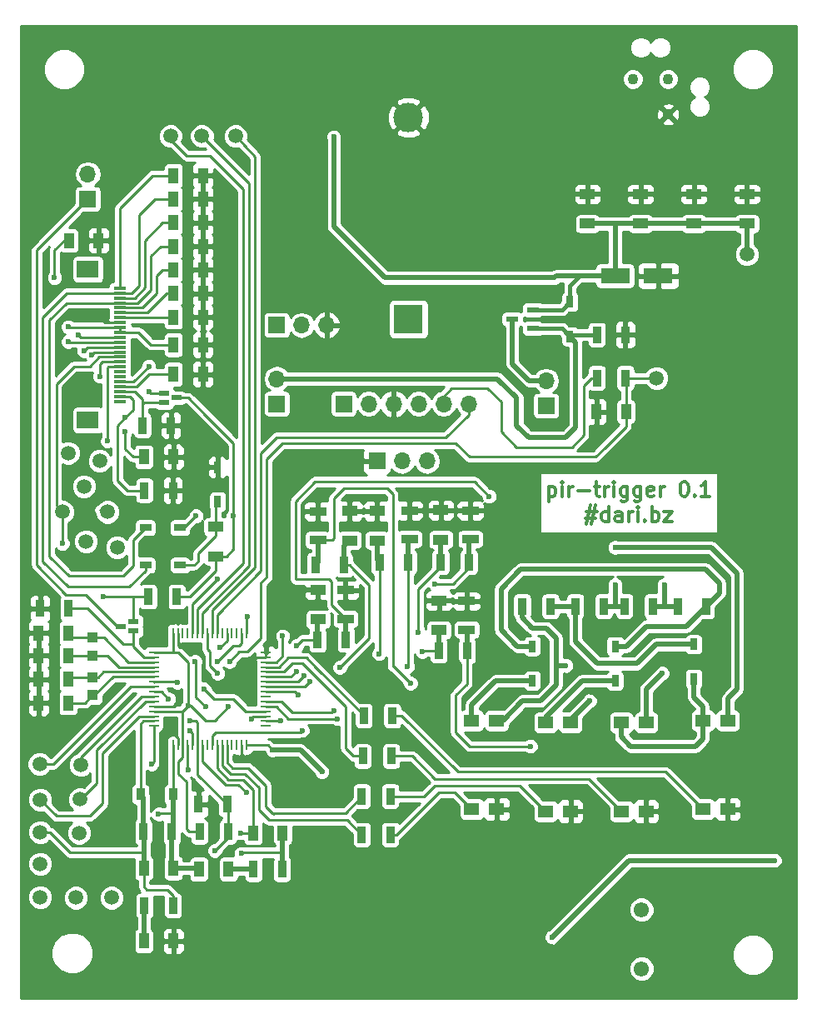
<source format=gbr>
G04 #@! TF.FileFunction,Copper,L1,Top,Signal*
%FSLAX46Y46*%
G04 Gerber Fmt 4.6, Leading zero omitted, Abs format (unit mm)*
G04 Created by KiCad (PCBNEW 4.0.7) date Thu Feb 22 22:50:24 2018*
%MOMM*%
%LPD*%
G01*
G04 APERTURE LIST*
%ADD10C,0.100000*%
%ADD11C,0.300000*%
%ADD12C,3.000000*%
%ADD13R,3.000000X3.000000*%
%ADD14R,1.000000X1.600000*%
%ADD15R,3.000000X1.600000*%
%ADD16C,1.100000*%
%ADD17R,1.500000X1.300000*%
%ADD18R,1.300000X0.300000*%
%ADD19R,2.200000X1.800000*%
%ADD20R,1.300000X0.600000*%
%ADD21C,1.500000*%
%ADD22R,1.000000X0.250000*%
%ADD23R,0.250000X1.000000*%
%ADD24R,1.100000X1.050000*%
%ADD25R,0.800000X1.150000*%
%ADD26R,1.150000X0.800000*%
%ADD27C,1.550000*%
%ADD28R,1.100000X0.500000*%
%ADD29R,0.900000X1.700000*%
%ADD30R,1.600000X1.000000*%
%ADD31R,1.700000X0.900000*%
%ADD32R,1.700000X1.700000*%
%ADD33O,1.700000X1.700000*%
%ADD34R,0.900000X1.200000*%
%ADD35C,0.600000*%
%ADD36C,0.500000*%
%ADD37C,0.250000*%
%ADD38C,0.400000*%
%ADD39C,0.254000*%
G04 APERTURE END LIST*
D10*
D11*
X97457144Y-69003571D02*
X97457144Y-70503571D01*
X97457144Y-69075000D02*
X97600001Y-69003571D01*
X97885715Y-69003571D01*
X98028572Y-69075000D01*
X98100001Y-69146429D01*
X98171430Y-69289286D01*
X98171430Y-69717857D01*
X98100001Y-69860714D01*
X98028572Y-69932143D01*
X97885715Y-70003571D01*
X97600001Y-70003571D01*
X97457144Y-69932143D01*
X98814287Y-70003571D02*
X98814287Y-69003571D01*
X98814287Y-68503571D02*
X98742858Y-68575000D01*
X98814287Y-68646429D01*
X98885715Y-68575000D01*
X98814287Y-68503571D01*
X98814287Y-68646429D01*
X99528573Y-70003571D02*
X99528573Y-69003571D01*
X99528573Y-69289286D02*
X99600001Y-69146429D01*
X99671430Y-69075000D01*
X99814287Y-69003571D01*
X99957144Y-69003571D01*
X100457144Y-69432143D02*
X101600001Y-69432143D01*
X102100001Y-69003571D02*
X102671430Y-69003571D01*
X102314287Y-68503571D02*
X102314287Y-69789286D01*
X102385715Y-69932143D01*
X102528573Y-70003571D01*
X102671430Y-70003571D01*
X103171430Y-70003571D02*
X103171430Y-69003571D01*
X103171430Y-69289286D02*
X103242858Y-69146429D01*
X103314287Y-69075000D01*
X103457144Y-69003571D01*
X103600001Y-69003571D01*
X104100001Y-70003571D02*
X104100001Y-69003571D01*
X104100001Y-68503571D02*
X104028572Y-68575000D01*
X104100001Y-68646429D01*
X104171429Y-68575000D01*
X104100001Y-68503571D01*
X104100001Y-68646429D01*
X105457144Y-69003571D02*
X105457144Y-70217857D01*
X105385715Y-70360714D01*
X105314287Y-70432143D01*
X105171430Y-70503571D01*
X104957144Y-70503571D01*
X104814287Y-70432143D01*
X105457144Y-69932143D02*
X105314287Y-70003571D01*
X105028573Y-70003571D01*
X104885715Y-69932143D01*
X104814287Y-69860714D01*
X104742858Y-69717857D01*
X104742858Y-69289286D01*
X104814287Y-69146429D01*
X104885715Y-69075000D01*
X105028573Y-69003571D01*
X105314287Y-69003571D01*
X105457144Y-69075000D01*
X106814287Y-69003571D02*
X106814287Y-70217857D01*
X106742858Y-70360714D01*
X106671430Y-70432143D01*
X106528573Y-70503571D01*
X106314287Y-70503571D01*
X106171430Y-70432143D01*
X106814287Y-69932143D02*
X106671430Y-70003571D01*
X106385716Y-70003571D01*
X106242858Y-69932143D01*
X106171430Y-69860714D01*
X106100001Y-69717857D01*
X106100001Y-69289286D01*
X106171430Y-69146429D01*
X106242858Y-69075000D01*
X106385716Y-69003571D01*
X106671430Y-69003571D01*
X106814287Y-69075000D01*
X108100001Y-69932143D02*
X107957144Y-70003571D01*
X107671430Y-70003571D01*
X107528573Y-69932143D01*
X107457144Y-69789286D01*
X107457144Y-69217857D01*
X107528573Y-69075000D01*
X107671430Y-69003571D01*
X107957144Y-69003571D01*
X108100001Y-69075000D01*
X108171430Y-69217857D01*
X108171430Y-69360714D01*
X107457144Y-69503571D01*
X108814287Y-70003571D02*
X108814287Y-69003571D01*
X108814287Y-69289286D02*
X108885715Y-69146429D01*
X108957144Y-69075000D01*
X109100001Y-69003571D01*
X109242858Y-69003571D01*
X111171429Y-68503571D02*
X111314286Y-68503571D01*
X111457143Y-68575000D01*
X111528572Y-68646429D01*
X111600001Y-68789286D01*
X111671429Y-69075000D01*
X111671429Y-69432143D01*
X111600001Y-69717857D01*
X111528572Y-69860714D01*
X111457143Y-69932143D01*
X111314286Y-70003571D01*
X111171429Y-70003571D01*
X111028572Y-69932143D01*
X110957143Y-69860714D01*
X110885715Y-69717857D01*
X110814286Y-69432143D01*
X110814286Y-69075000D01*
X110885715Y-68789286D01*
X110957143Y-68646429D01*
X111028572Y-68575000D01*
X111171429Y-68503571D01*
X112314286Y-69860714D02*
X112385714Y-69932143D01*
X112314286Y-70003571D01*
X112242857Y-69932143D01*
X112314286Y-69860714D01*
X112314286Y-70003571D01*
X113814286Y-70003571D02*
X112957143Y-70003571D01*
X113385715Y-70003571D02*
X113385715Y-68503571D01*
X113242858Y-68717857D01*
X113100000Y-68860714D01*
X112957143Y-68932143D01*
X101314285Y-71553571D02*
X102385714Y-71553571D01*
X101742857Y-70910714D02*
X101314285Y-72839286D01*
X102242857Y-72196429D02*
X101171428Y-72196429D01*
X101814285Y-72839286D02*
X102242857Y-70910714D01*
X103528571Y-72553571D02*
X103528571Y-71053571D01*
X103528571Y-72482143D02*
X103385714Y-72553571D01*
X103100000Y-72553571D01*
X102957142Y-72482143D01*
X102885714Y-72410714D01*
X102814285Y-72267857D01*
X102814285Y-71839286D01*
X102885714Y-71696429D01*
X102957142Y-71625000D01*
X103100000Y-71553571D01*
X103385714Y-71553571D01*
X103528571Y-71625000D01*
X104885714Y-72553571D02*
X104885714Y-71767857D01*
X104814285Y-71625000D01*
X104671428Y-71553571D01*
X104385714Y-71553571D01*
X104242857Y-71625000D01*
X104885714Y-72482143D02*
X104742857Y-72553571D01*
X104385714Y-72553571D01*
X104242857Y-72482143D01*
X104171428Y-72339286D01*
X104171428Y-72196429D01*
X104242857Y-72053571D01*
X104385714Y-71982143D01*
X104742857Y-71982143D01*
X104885714Y-71910714D01*
X105600000Y-72553571D02*
X105600000Y-71553571D01*
X105600000Y-71839286D02*
X105671428Y-71696429D01*
X105742857Y-71625000D01*
X105885714Y-71553571D01*
X106028571Y-71553571D01*
X106528571Y-72553571D02*
X106528571Y-71553571D01*
X106528571Y-71053571D02*
X106457142Y-71125000D01*
X106528571Y-71196429D01*
X106599999Y-71125000D01*
X106528571Y-71053571D01*
X106528571Y-71196429D01*
X107242857Y-72410714D02*
X107314285Y-72482143D01*
X107242857Y-72553571D01*
X107171428Y-72482143D01*
X107242857Y-72410714D01*
X107242857Y-72553571D01*
X107957143Y-72553571D02*
X107957143Y-71053571D01*
X107957143Y-71625000D02*
X108100000Y-71553571D01*
X108385714Y-71553571D01*
X108528571Y-71625000D01*
X108600000Y-71696429D01*
X108671429Y-71839286D01*
X108671429Y-72267857D01*
X108600000Y-72410714D01*
X108528571Y-72482143D01*
X108385714Y-72553571D01*
X108100000Y-72553571D01*
X107957143Y-72482143D01*
X109171429Y-71553571D02*
X109957143Y-71553571D01*
X109171429Y-72553571D01*
X109957143Y-72553571D01*
D12*
X83200000Y-31510000D03*
D13*
X83200000Y-52000000D03*
D14*
X56300000Y-115200000D03*
X59300000Y-115200000D03*
X59300000Y-107800000D03*
X56300000Y-107800000D03*
X64900000Y-107900000D03*
X61900000Y-107900000D03*
X70400000Y-104200000D03*
X67400000Y-104200000D03*
D15*
X104200000Y-47600000D03*
X108600000Y-47600000D03*
D16*
X106003950Y-27603950D03*
X109596050Y-27603950D03*
X109596050Y-31196050D03*
D17*
X89630000Y-101800000D03*
X92170000Y-101800000D03*
X92170000Y-92800000D03*
X89630000Y-92800000D03*
X97130000Y-102000000D03*
X99670000Y-102000000D03*
X99670000Y-93000000D03*
X97130000Y-93000000D03*
D18*
X53850000Y-48850000D03*
X53850000Y-49350000D03*
X53850000Y-49850000D03*
X53850000Y-50350000D03*
X53850000Y-50850000D03*
X53850000Y-51350000D03*
X53850000Y-51850000D03*
X53850000Y-52350000D03*
X53850000Y-52850000D03*
X53850000Y-53350000D03*
X53850000Y-53850000D03*
X53850000Y-54350000D03*
X53850000Y-54850000D03*
X53850000Y-55350000D03*
X53850000Y-55850000D03*
X53850000Y-56350000D03*
X53850000Y-56850000D03*
X53850000Y-57350000D03*
X53850000Y-57850000D03*
X53850000Y-58350000D03*
X53850000Y-58850000D03*
X53850000Y-59350000D03*
X53850000Y-59850000D03*
X53850000Y-60350000D03*
D19*
X50600000Y-46950000D03*
X50600000Y-62250000D03*
D20*
X95850000Y-52950000D03*
X95850000Y-51050000D03*
X93750000Y-52000000D03*
D21*
X59000000Y-33400000D03*
X62200000Y-33400000D03*
X65600000Y-33400000D03*
X45750000Y-107350000D03*
X45750000Y-104150000D03*
X45750000Y-100850000D03*
X49400000Y-110800000D03*
X45750000Y-110750000D03*
X45700000Y-97200000D03*
X117600000Y-45400000D03*
X49800000Y-100800000D03*
X108400000Y-58000000D03*
X49900000Y-97300000D03*
X49700000Y-104200000D03*
X53000000Y-110800000D03*
D22*
X57300000Y-85850000D03*
X57300000Y-86350000D03*
X57300000Y-86850000D03*
X57300000Y-87350000D03*
X57300000Y-87850000D03*
X57300000Y-88350000D03*
X57300000Y-88850000D03*
X57300000Y-89350000D03*
X57300000Y-89850000D03*
X57300000Y-90350000D03*
X57300000Y-90850000D03*
X57300000Y-91350000D03*
X57300000Y-91850000D03*
X57300000Y-92350000D03*
X57300000Y-92850000D03*
X57300000Y-93350000D03*
D23*
X59250000Y-95300000D03*
X59750000Y-95300000D03*
X60250000Y-95300000D03*
X60750000Y-95300000D03*
X61250000Y-95300000D03*
X61750000Y-95300000D03*
X62250000Y-95300000D03*
X62750000Y-95300000D03*
X63250000Y-95300000D03*
X63750000Y-95300000D03*
X64250000Y-95300000D03*
X64750000Y-95300000D03*
X65250000Y-95300000D03*
X65750000Y-95300000D03*
X66250000Y-95300000D03*
X66750000Y-95300000D03*
D22*
X68700000Y-93350000D03*
X68700000Y-92850000D03*
X68700000Y-92350000D03*
X68700000Y-91850000D03*
X68700000Y-91350000D03*
X68700000Y-90850000D03*
X68700000Y-90350000D03*
X68700000Y-89850000D03*
X68700000Y-89350000D03*
X68700000Y-88850000D03*
X68700000Y-88350000D03*
X68700000Y-87850000D03*
X68700000Y-87350000D03*
X68700000Y-86850000D03*
X68700000Y-86350000D03*
X68700000Y-85850000D03*
D23*
X66750000Y-83900000D03*
X66250000Y-83900000D03*
X65750000Y-83900000D03*
X65250000Y-83900000D03*
X64750000Y-83900000D03*
X64250000Y-83900000D03*
X63750000Y-83900000D03*
X63250000Y-83900000D03*
X62750000Y-83900000D03*
X62250000Y-83900000D03*
X61750000Y-83900000D03*
X61250000Y-83900000D03*
X60750000Y-83900000D03*
X60250000Y-83900000D03*
X59750000Y-83900000D03*
X59250000Y-83900000D03*
D24*
X51100000Y-88375000D03*
X51100000Y-90225000D03*
X51100000Y-84375000D03*
X51100000Y-86225000D03*
D25*
X99600000Y-50250000D03*
X99600000Y-53750000D03*
X63800000Y-67050000D03*
X63800000Y-70550000D03*
D26*
X59950000Y-77000000D03*
X56450000Y-77000000D03*
X56450000Y-73200000D03*
X59950000Y-73200000D03*
D25*
X95800000Y-85250000D03*
X95800000Y-88750000D03*
X104200000Y-85250000D03*
X104200000Y-88750000D03*
X112200000Y-85050000D03*
X112200000Y-88550000D03*
D17*
X104830000Y-102000000D03*
X107370000Y-102000000D03*
X107370000Y-93000000D03*
X104830000Y-93000000D03*
X113130000Y-101800000D03*
X115670000Y-101800000D03*
X115670000Y-92800000D03*
X113130000Y-92800000D03*
D27*
X106900000Y-118000000D03*
X106900000Y-112000000D03*
D28*
X58350000Y-59500000D03*
X58350000Y-60500000D03*
X59650000Y-60000000D03*
X55250000Y-83700000D03*
X55250000Y-82700000D03*
X53950000Y-83200000D03*
D29*
X81450000Y-96400000D03*
X78550000Y-96400000D03*
X81550000Y-92300000D03*
X78650000Y-92300000D03*
X100150000Y-81200000D03*
X103050000Y-81200000D03*
X105150000Y-81200000D03*
X108050000Y-81200000D03*
X110550000Y-81200000D03*
X113450000Y-81200000D03*
X94750000Y-81200000D03*
X97650000Y-81200000D03*
D30*
X101400000Y-42300000D03*
X101400000Y-39300000D03*
X106800000Y-42300000D03*
X106800000Y-39300000D03*
X112200000Y-42300000D03*
X112200000Y-39300000D03*
X117600000Y-42300000D03*
X117600000Y-39300000D03*
X74000000Y-79500000D03*
X74000000Y-82500000D03*
D14*
X48700000Y-44000000D03*
X51700000Y-44000000D03*
D30*
X63600000Y-73100000D03*
X63600000Y-76100000D03*
X77200000Y-71500000D03*
X77200000Y-74500000D03*
D14*
X62300000Y-51800000D03*
X59300000Y-51800000D03*
X62300000Y-47000000D03*
X59300000Y-47000000D03*
D30*
X80000000Y-71500000D03*
X80000000Y-74500000D03*
D14*
X62300000Y-42200000D03*
X59300000Y-42200000D03*
X62300000Y-37400000D03*
X59300000Y-37400000D03*
X62300000Y-57600000D03*
X59300000Y-57600000D03*
D30*
X86500000Y-71400000D03*
X86500000Y-74400000D03*
D14*
X56300000Y-66000000D03*
X59300000Y-66000000D03*
X59300000Y-39800000D03*
X62300000Y-39800000D03*
X59300000Y-44600000D03*
X62300000Y-44600000D03*
X59300000Y-49400000D03*
X62300000Y-49400000D03*
X59300000Y-54600000D03*
X62300000Y-54600000D03*
D30*
X86300000Y-80600000D03*
X86300000Y-83600000D03*
D14*
X45600000Y-88600000D03*
X48600000Y-88600000D03*
X45600000Y-91000000D03*
X48600000Y-91000000D03*
X45600000Y-83900000D03*
X48600000Y-83900000D03*
X102300000Y-61400000D03*
X105300000Y-61400000D03*
X45600000Y-86200000D03*
X48600000Y-86200000D03*
D29*
X59250000Y-111600000D03*
X56350000Y-111600000D03*
X59150000Y-104100000D03*
X56250000Y-104100000D03*
X70350000Y-107900000D03*
X67450000Y-107900000D03*
X64850000Y-104100000D03*
X61950000Y-104100000D03*
X61850000Y-101300000D03*
X64750000Y-101300000D03*
X102350000Y-53600000D03*
X105250000Y-53600000D03*
X81350000Y-104400000D03*
X78450000Y-104400000D03*
X81350000Y-100500000D03*
X78450000Y-100500000D03*
D31*
X76800000Y-79550000D03*
X76800000Y-82450000D03*
D29*
X76850000Y-84600000D03*
X73950000Y-84600000D03*
X59250000Y-69400000D03*
X56350000Y-69400000D03*
X59050000Y-62800000D03*
X56150000Y-62800000D03*
D31*
X74000000Y-71550000D03*
X74000000Y-74450000D03*
D29*
X73735001Y-76975000D03*
X76635001Y-76975000D03*
X45750000Y-81400000D03*
X48650000Y-81400000D03*
D31*
X83300000Y-71450000D03*
X83300000Y-74350000D03*
D29*
X83150000Y-76700000D03*
X80250000Y-76700000D03*
D31*
X89500000Y-71450000D03*
X89500000Y-74350000D03*
D29*
X89350000Y-76700000D03*
X86450000Y-76700000D03*
D31*
X89100000Y-80650000D03*
X89100000Y-83550000D03*
D29*
X89150000Y-85700000D03*
X86250000Y-85700000D03*
X105250000Y-58000000D03*
X102350000Y-58000000D03*
D32*
X76600000Y-60600000D03*
D33*
X79140000Y-60600000D03*
X81680000Y-60600000D03*
X84220000Y-60600000D03*
X86760000Y-60600000D03*
X89300000Y-60600000D03*
D32*
X80000000Y-66400000D03*
D33*
X82540000Y-66400000D03*
X85080000Y-66400000D03*
D32*
X97200000Y-60800000D03*
D33*
X97200000Y-58260000D03*
D32*
X69800000Y-60600000D03*
D33*
X69800000Y-58060000D03*
D32*
X69800000Y-52600000D03*
D33*
X72340000Y-52600000D03*
X74880000Y-52600000D03*
D32*
X50600000Y-39800000D03*
D33*
X50600000Y-37260000D03*
D34*
X55950000Y-100300000D03*
X59250000Y-100300000D03*
D29*
X56750000Y-80200000D03*
X59650000Y-80200000D03*
D21*
X50400000Y-74600000D03*
X50200000Y-69000000D03*
X48000000Y-71600000D03*
X52600000Y-71600000D03*
X48600000Y-65600000D03*
X53600000Y-75200000D03*
X51800000Y-66400000D03*
D35*
X56600000Y-27400000D03*
X60800000Y-62800000D03*
X67200000Y-96600000D03*
X51800000Y-51800000D03*
X76800000Y-78500000D03*
X59700000Y-89900000D03*
X59000000Y-93800000D03*
X78500000Y-70100000D03*
X74200000Y-69800000D03*
X57800000Y-102300000D03*
X66700000Y-100100000D03*
X66200000Y-106300000D03*
X66100000Y-104200000D03*
X74400000Y-98000000D03*
X120400000Y-107000000D03*
X97800000Y-114800000D03*
X64900000Y-91400000D03*
X69400000Y-95800000D03*
X75600000Y-33500000D03*
X98000000Y-47800000D03*
X60800000Y-91300000D03*
X72000000Y-90200000D03*
X71800000Y-85200000D03*
X47200000Y-47800000D03*
X48600000Y-52800000D03*
X52200000Y-80200000D03*
X61600000Y-72000000D03*
X65400000Y-72000000D03*
X76200000Y-87400000D03*
X73200000Y-88800000D03*
X80200000Y-86000000D03*
X72400000Y-93800000D03*
X75600000Y-91800000D03*
X84200000Y-83800000D03*
X56800000Y-56800000D03*
X54400000Y-63400000D03*
X84600000Y-85800000D03*
X76000000Y-92600000D03*
X59700000Y-88900000D03*
X65000000Y-86800000D03*
X99200000Y-87200000D03*
X92600000Y-83400000D03*
X54400000Y-62000000D03*
X56800000Y-59400000D03*
X50400000Y-74600000D03*
X49600000Y-53600000D03*
X63800000Y-88000000D03*
X61000000Y-93800000D03*
X62600000Y-91400000D03*
X48600000Y-65600000D03*
X48600000Y-54300000D03*
X61500000Y-86800000D03*
X50200000Y-69000000D03*
X63800000Y-86800000D03*
X50200000Y-55200000D03*
X53600000Y-75200000D03*
X64000000Y-85400000D03*
X51000000Y-55600000D03*
X48000000Y-74800000D03*
X62400000Y-89600000D03*
X51800000Y-66400000D03*
X67200000Y-92600000D03*
X51800000Y-57800000D03*
X52600000Y-71600000D03*
X52600000Y-64400000D03*
X70200000Y-92800000D03*
X66800000Y-82200000D03*
X70400000Y-84200000D03*
X72600000Y-88200000D03*
X71800000Y-87800000D03*
X63800000Y-78400000D03*
X58800000Y-90600000D03*
X61000000Y-92800000D03*
X63500000Y-106000000D03*
X91400000Y-70000000D03*
X83400000Y-89000000D03*
X83100000Y-87300000D03*
X85900000Y-78900000D03*
X95600000Y-95400000D03*
X57100000Y-97200000D03*
X60800000Y-97800000D03*
X101600000Y-90800000D03*
X109200000Y-79000000D03*
X109000000Y-88000000D03*
X104200000Y-79000000D03*
X104200000Y-75200000D03*
D36*
X59050000Y-62800000D02*
X60800000Y-62800000D01*
D37*
X66250000Y-95300000D02*
X66250000Y-96250000D01*
X66600000Y-96600000D02*
X67200000Y-96600000D01*
X66250000Y-96250000D02*
X66600000Y-96600000D01*
X59750000Y-83900000D02*
X59750000Y-85150000D01*
X67250000Y-86350000D02*
X68700000Y-86350000D01*
X64600000Y-89000000D02*
X67250000Y-86350000D01*
X63600000Y-89000000D02*
X64600000Y-89000000D01*
X62400000Y-87800000D02*
X63600000Y-89000000D01*
X62400000Y-86200000D02*
X62400000Y-87800000D01*
X61600000Y-85400000D02*
X62400000Y-86200000D01*
X60000000Y-85400000D02*
X61600000Y-85400000D01*
X59750000Y-85150000D02*
X60000000Y-85400000D01*
X68700000Y-86350000D02*
X68700000Y-85850000D01*
X53850000Y-52350000D02*
X52350000Y-52350000D01*
X52350000Y-52350000D02*
X51800000Y-51800000D01*
X76800000Y-79550000D02*
X76800000Y-78500000D01*
X59300000Y-91350000D02*
X59350000Y-91350000D01*
X59350000Y-91350000D02*
X59700000Y-91000000D01*
X59700000Y-91000000D02*
X59700000Y-89900000D01*
X59750000Y-95300000D02*
X59750000Y-94550000D01*
X59750000Y-94550000D02*
X59000000Y-93800000D01*
X57300000Y-91350000D02*
X59300000Y-91350000D01*
X77200000Y-71500000D02*
X77200000Y-70300000D01*
X77400000Y-70100000D02*
X78500000Y-70100000D01*
X77200000Y-70300000D02*
X77400000Y-70100000D01*
X74000000Y-71550000D02*
X74000000Y-70000000D01*
X74000000Y-70000000D02*
X74200000Y-69800000D01*
D36*
X76750000Y-79500000D02*
X76800000Y-79550000D01*
X77150000Y-71550000D02*
X77200000Y-71500000D01*
D37*
X45600000Y-81550000D02*
X45750000Y-81400000D01*
X51700000Y-44000000D02*
X52200000Y-44000000D01*
X45700000Y-83800000D02*
X45600000Y-83900000D01*
D36*
X89100000Y-80650000D02*
X89150000Y-80650000D01*
X83250000Y-71500000D02*
X83350000Y-71400000D01*
X89450000Y-71400000D02*
X89500000Y-71450000D01*
X86350000Y-80650000D02*
X86300000Y-80600000D01*
D37*
X59250000Y-66050000D02*
X59300000Y-66000000D01*
D36*
X56300000Y-115200000D02*
X56300000Y-111650000D01*
X56300000Y-111650000D02*
X56350000Y-111600000D01*
D37*
X59250000Y-95300000D02*
X59250000Y-100300000D01*
X57900000Y-102200000D02*
X59250000Y-102200000D01*
X57800000Y-102300000D02*
X57900000Y-102200000D01*
X59300000Y-107300000D02*
X59300000Y-107800000D01*
D36*
X59300000Y-107800000D02*
X61800000Y-107800000D01*
X61800000Y-107800000D02*
X61900000Y-107900000D01*
X59150000Y-104100000D02*
X59150000Y-107650000D01*
X59150000Y-107650000D02*
X59300000Y-107800000D01*
X59250000Y-100300000D02*
X59250000Y-102200000D01*
X59250000Y-102200000D02*
X59250000Y-104000000D01*
X59250000Y-104000000D02*
X59150000Y-104100000D01*
D37*
X59250000Y-111600000D02*
X59250000Y-110550000D01*
X56300000Y-109700000D02*
X56300000Y-107800000D01*
X56600000Y-110000000D02*
X56300000Y-109700000D01*
X58700000Y-110000000D02*
X56600000Y-110000000D01*
X59250000Y-110550000D02*
X58700000Y-110000000D01*
X45750000Y-104150000D02*
X46750000Y-104150000D01*
X48800000Y-106200000D02*
X56300000Y-106200000D01*
X46750000Y-104150000D02*
X48800000Y-106200000D01*
X55950000Y-100300000D02*
X55950000Y-93150000D01*
X56250000Y-92850000D02*
X57300000Y-92850000D01*
X55950000Y-93150000D02*
X56250000Y-92850000D01*
D36*
X56250000Y-104100000D02*
X56250000Y-100600000D01*
X56250000Y-100600000D02*
X55950000Y-100300000D01*
X56300000Y-107800000D02*
X56300000Y-106200000D01*
X56300000Y-106200000D02*
X56300000Y-104150000D01*
X56300000Y-104150000D02*
X56250000Y-104100000D01*
D37*
X57300000Y-92350000D02*
X55850000Y-92350000D01*
X47400000Y-102500000D02*
X45750000Y-100850000D01*
X50800000Y-102500000D02*
X47400000Y-102500000D01*
X52100000Y-101200000D02*
X50800000Y-102500000D01*
X52100000Y-96100000D02*
X52100000Y-101200000D01*
X55850000Y-92350000D02*
X52100000Y-96100000D01*
X45750000Y-100850000D02*
X45750000Y-100550000D01*
D36*
X64900000Y-107900000D02*
X67450000Y-107900000D01*
D37*
X62250000Y-96950000D02*
X64600000Y-99300000D01*
X64600000Y-99300000D02*
X65900000Y-99300000D01*
X65900000Y-99300000D02*
X66700000Y-100100000D01*
X62250000Y-95300000D02*
X62250000Y-96950000D01*
X66300000Y-106200000D02*
X70400000Y-106200000D01*
X66200000Y-106300000D02*
X66300000Y-106200000D01*
D36*
X70400000Y-104200000D02*
X70400000Y-106200000D01*
X70400000Y-106200000D02*
X70400000Y-107850000D01*
X70400000Y-107850000D02*
X70350000Y-107900000D01*
D37*
X67400000Y-104200000D02*
X66100000Y-104200000D01*
X67400000Y-104200000D02*
X67400000Y-103500000D01*
X63750000Y-96150000D02*
X63750000Y-97650000D01*
X63750000Y-95300000D02*
X63750000Y-96150000D01*
X67400000Y-99800000D02*
X67400000Y-104200000D01*
X66400000Y-98800000D02*
X67400000Y-99800000D01*
X64900000Y-98800000D02*
X66400000Y-98800000D01*
X63750000Y-97650000D02*
X64900000Y-98800000D01*
X45700000Y-97200000D02*
X47100000Y-97200000D01*
X54950000Y-89350000D02*
X57300000Y-89350000D01*
X47100000Y-97200000D02*
X54950000Y-89350000D01*
D36*
X69400000Y-95800000D02*
X72200000Y-95800000D01*
X72200000Y-95800000D02*
X74400000Y-98000000D01*
X105600000Y-107000000D02*
X120400000Y-107000000D01*
X97800000Y-114800000D02*
X105600000Y-107000000D01*
D37*
X60800000Y-91300000D02*
X61100000Y-91300000D01*
X63500000Y-92800000D02*
X64900000Y-91400000D01*
X62600000Y-92800000D02*
X63500000Y-92800000D01*
X61100000Y-91300000D02*
X62600000Y-92800000D01*
X66750000Y-95300000D02*
X68900000Y-95300000D01*
X68900000Y-95300000D02*
X69400000Y-95800000D01*
X60250000Y-96550000D02*
X60250000Y-95300000D01*
X59800000Y-97000000D02*
X60250000Y-96550000D01*
X59800000Y-98200000D02*
X59800000Y-97000000D01*
X60600000Y-99000000D02*
X59800000Y-98200000D01*
X60600000Y-103800000D02*
X60600000Y-99000000D01*
X60900000Y-104100000D02*
X60600000Y-103800000D01*
X61950000Y-104100000D02*
X60900000Y-104100000D01*
D36*
X80800000Y-47800000D02*
X98000000Y-47800000D01*
X75600000Y-42600000D02*
X80800000Y-47800000D01*
X75600000Y-33500000D02*
X75600000Y-42600000D01*
D37*
X53950000Y-83200000D02*
X53600000Y-83200000D01*
X53600000Y-83200000D02*
X50400000Y-80000000D01*
X50400000Y-80000000D02*
X48400000Y-80000000D01*
X48400000Y-80000000D02*
X45400000Y-77000000D01*
X45400000Y-77000000D02*
X45400000Y-45000000D01*
X45400000Y-45000000D02*
X50600000Y-39800000D01*
D36*
X98200000Y-47600000D02*
X104200000Y-47600000D01*
X98000000Y-47800000D02*
X98200000Y-47600000D01*
D37*
X59250000Y-83900000D02*
X59250000Y-85850000D01*
X59300000Y-85800000D02*
X59300000Y-85850000D01*
X59250000Y-85850000D02*
X59300000Y-85800000D01*
X57300000Y-85850000D02*
X59300000Y-85850000D01*
X59300000Y-85850000D02*
X59750000Y-85850000D01*
X60800000Y-86900000D02*
X60800000Y-91300000D01*
X59750000Y-85850000D02*
X60800000Y-86900000D01*
X60250000Y-95300000D02*
X60250000Y-91850000D01*
X60250000Y-91850000D02*
X60800000Y-91300000D01*
X57300000Y-91850000D02*
X60250000Y-91850000D01*
X60250000Y-91850000D02*
X60800000Y-91300000D01*
D36*
X117600000Y-45400000D02*
X117600000Y-42300000D01*
X104200000Y-47600000D02*
X104200000Y-42300000D01*
X104200000Y-42300000D02*
X104200000Y-42400000D01*
X104200000Y-42400000D02*
X104200000Y-42300000D01*
X101400000Y-42300000D02*
X104200000Y-42300000D01*
X104200000Y-42300000D02*
X106800000Y-42300000D01*
X106800000Y-42300000D02*
X112200000Y-42300000D01*
X112200000Y-42300000D02*
X117600000Y-42300000D01*
D38*
X104200000Y-47600000D02*
X100600000Y-47600000D01*
X99600000Y-48600000D02*
X99600000Y-50250000D01*
X100600000Y-47600000D02*
X99600000Y-48600000D01*
X99600000Y-50250000D02*
X98800000Y-51050000D01*
X98800000Y-51050000D02*
X95850000Y-51050000D01*
D36*
X73950000Y-84600000D02*
X73950000Y-82550000D01*
X73950000Y-82550000D02*
X74000000Y-82500000D01*
D37*
X73950000Y-84600000D02*
X72400000Y-84600000D01*
X71650000Y-89850000D02*
X68700000Y-89850000D01*
X72000000Y-90200000D02*
X71650000Y-89850000D01*
X72400000Y-84600000D02*
X71800000Y-85200000D01*
X48700000Y-44000000D02*
X48200000Y-44000000D01*
X48200000Y-44000000D02*
X47200000Y-45000000D01*
X47200000Y-45000000D02*
X47200000Y-47800000D01*
X55250000Y-82700000D02*
X55250000Y-80200000D01*
X55250000Y-80200000D02*
X55400000Y-80200000D01*
X53850000Y-53350000D02*
X55750000Y-53350000D01*
X57000000Y-54600000D02*
X59300000Y-54600000D01*
X55750000Y-53350000D02*
X57000000Y-54600000D01*
X56750000Y-80200000D02*
X55400000Y-80200000D01*
X55400000Y-80200000D02*
X52200000Y-80200000D01*
X48600000Y-52800000D02*
X48650000Y-52850000D01*
X48650000Y-52850000D02*
X53850000Y-52850000D01*
X53850000Y-53350000D02*
X53850000Y-52850000D01*
X59950000Y-77000000D02*
X61400000Y-77000000D01*
X63600000Y-74000000D02*
X63600000Y-73100000D01*
X61800000Y-75800000D02*
X63600000Y-74000000D01*
X61800000Y-76600000D02*
X61800000Y-75800000D01*
X61400000Y-77000000D02*
X61800000Y-76600000D01*
X63600000Y-73100000D02*
X63600000Y-70750000D01*
X63600000Y-70750000D02*
X63800000Y-70550000D01*
X59650000Y-76900000D02*
X59750000Y-76800000D01*
X59650000Y-60000000D02*
X60800000Y-60000000D01*
X62600000Y-61800000D02*
X65400000Y-64600000D01*
X65400000Y-64600000D02*
X65400000Y-72000000D01*
X60800000Y-60000000D02*
X62600000Y-61800000D01*
X59950000Y-73200000D02*
X60400000Y-73200000D01*
X60400000Y-73200000D02*
X61600000Y-72000000D01*
X65400000Y-72000000D02*
X65400000Y-75400000D01*
X65400000Y-75400000D02*
X64700000Y-76100000D01*
X64700000Y-76100000D02*
X63600000Y-76100000D01*
X59650000Y-80200000D02*
X61000000Y-80200000D01*
X63600000Y-77600000D02*
X63600000Y-76100000D01*
X61000000Y-80200000D02*
X63600000Y-77600000D01*
X77600000Y-86000000D02*
X79200000Y-84400000D01*
X77600000Y-86000000D02*
X76800000Y-86800000D01*
X68700000Y-89350000D02*
X72650000Y-89350000D01*
X76200000Y-87400000D02*
X76800000Y-86800000D01*
X72650000Y-89350000D02*
X73200000Y-88800000D01*
X79200000Y-79000000D02*
X77600000Y-77400000D01*
X79200000Y-84400000D02*
X79200000Y-79000000D01*
X77600000Y-77400000D02*
X77200000Y-77000000D01*
X77200000Y-77000000D02*
X76660001Y-77000000D01*
X76660001Y-77000000D02*
X76635001Y-76975000D01*
D36*
X76635001Y-76975000D02*
X76635001Y-75064999D01*
X76635001Y-75064999D02*
X77200000Y-74500000D01*
D37*
X53850000Y-51850000D02*
X59250000Y-51850000D01*
X59250000Y-51850000D02*
X59300000Y-51800000D01*
X53850000Y-50850000D02*
X56150000Y-50850000D01*
X58200000Y-47000000D02*
X59300000Y-47000000D01*
X57600000Y-47600000D02*
X58200000Y-47000000D01*
X57600000Y-49400000D02*
X57600000Y-47600000D01*
X56150000Y-50850000D02*
X57600000Y-49400000D01*
X80250000Y-85950000D02*
X80200000Y-86000000D01*
X80250000Y-76700000D02*
X80250000Y-85950000D01*
X63250000Y-94350000D02*
X63250000Y-95300000D01*
X63600000Y-94000000D02*
X63250000Y-94350000D01*
X72200000Y-94000000D02*
X63600000Y-94000000D01*
X72400000Y-93800000D02*
X72200000Y-94000000D01*
D36*
X80000000Y-74500000D02*
X80000000Y-76450000D01*
X80000000Y-76450000D02*
X80250000Y-76700000D01*
D37*
X53850000Y-49850000D02*
X55350000Y-49850000D01*
X58200000Y-42200000D02*
X59300000Y-42200000D01*
X56400000Y-44000000D02*
X58200000Y-42200000D01*
X56400000Y-48800000D02*
X56400000Y-44000000D01*
X55350000Y-49850000D02*
X56400000Y-48800000D01*
X53850000Y-48850000D02*
X53850000Y-40750000D01*
X57200000Y-37400000D02*
X59300000Y-37400000D01*
X53850000Y-40750000D02*
X57200000Y-37400000D01*
X53850000Y-58850000D02*
X55550000Y-58850000D01*
X56800000Y-57600000D02*
X59300000Y-57600000D01*
X55550000Y-58850000D02*
X56800000Y-57600000D01*
X68700000Y-90850000D02*
X70250000Y-90850000D01*
X75400000Y-92000000D02*
X75600000Y-91800000D01*
X72800000Y-92000000D02*
X72600000Y-92000000D01*
X84200000Y-79400000D02*
X84200000Y-83800000D01*
X75200000Y-92000000D02*
X72800000Y-92000000D01*
X84200000Y-79400000D02*
X86450000Y-77150000D01*
X75200000Y-92000000D02*
X75400000Y-92000000D01*
X71400000Y-92000000D02*
X72600000Y-92000000D01*
X70250000Y-90850000D02*
X71400000Y-92000000D01*
X86450000Y-76700000D02*
X86450000Y-77150000D01*
D36*
X86500000Y-74400000D02*
X86500000Y-76650000D01*
X86500000Y-76650000D02*
X86450000Y-76700000D01*
D37*
X56300000Y-66000000D02*
X55200000Y-66000000D01*
X54400000Y-65200000D02*
X54400000Y-63400000D01*
X55200000Y-66000000D02*
X54400000Y-65200000D01*
X53850000Y-58350000D02*
X55250000Y-58350000D01*
X55250000Y-58350000D02*
X56800000Y-56800000D01*
X56350000Y-66050000D02*
X56300000Y-66000000D01*
X53850000Y-49350000D02*
X48450000Y-49350000D01*
X56450000Y-77550000D02*
X54800000Y-79200000D01*
X54800000Y-79200000D02*
X48600000Y-79200000D01*
X48600000Y-79200000D02*
X46000000Y-76600000D01*
X56450000Y-77550000D02*
X56450000Y-77000000D01*
X46000000Y-51800000D02*
X46000000Y-76600000D01*
X48450000Y-49350000D02*
X46000000Y-51800000D01*
X53850000Y-49350000D02*
X55050000Y-49350000D01*
X57400000Y-39800000D02*
X59300000Y-39800000D01*
X55800000Y-41400000D02*
X57400000Y-39800000D01*
X55800000Y-48600000D02*
X55800000Y-41400000D01*
X55050000Y-49350000D02*
X55800000Y-48600000D01*
X53850000Y-50350000D02*
X48450000Y-50350000D01*
X55200000Y-74450000D02*
X56450000Y-73200000D01*
X55200000Y-77100000D02*
X55200000Y-74450000D01*
X54200000Y-78100000D02*
X55200000Y-77100000D01*
X48700000Y-78100000D02*
X54200000Y-78100000D01*
X46700000Y-76100000D02*
X48700000Y-78100000D01*
X46700000Y-52100000D02*
X46700000Y-76100000D01*
X48450000Y-50350000D02*
X46700000Y-52100000D01*
X53850000Y-50350000D02*
X55650000Y-50350000D01*
X58000000Y-44600000D02*
X59300000Y-44600000D01*
X57000000Y-45600000D02*
X58000000Y-44600000D01*
X57000000Y-49000000D02*
X57000000Y-45600000D01*
X55650000Y-50350000D02*
X57000000Y-49000000D01*
X53850000Y-51350000D02*
X56650000Y-51350000D01*
X58600000Y-49400000D02*
X59300000Y-49400000D01*
X56650000Y-51350000D02*
X58600000Y-49400000D01*
X72200000Y-92600000D02*
X71000000Y-92600000D01*
X84700000Y-85700000D02*
X84600000Y-85800000D01*
X76000000Y-92600000D02*
X72200000Y-92600000D01*
X86250000Y-85700000D02*
X84700000Y-85700000D01*
X69750000Y-91350000D02*
X68700000Y-91350000D01*
X71000000Y-92600000D02*
X69750000Y-91350000D01*
D36*
X86250000Y-85700000D02*
X86250000Y-83650000D01*
X86250000Y-83650000D02*
X86300000Y-83600000D01*
D37*
X51100000Y-88375000D02*
X48825000Y-88375000D01*
X48825000Y-88375000D02*
X48600000Y-88600000D01*
X51100000Y-88375000D02*
X51625000Y-88375000D01*
X51625000Y-88375000D02*
X52150000Y-87850000D01*
X52150000Y-87850000D02*
X57300000Y-87850000D01*
X48600000Y-91000000D02*
X50325000Y-91000000D01*
X50325000Y-91000000D02*
X51100000Y-90225000D01*
X51100000Y-90225000D02*
X51275000Y-90225000D01*
X51275000Y-90225000D02*
X53150000Y-88350000D01*
X53150000Y-88350000D02*
X57300000Y-88350000D01*
X51100000Y-84375000D02*
X52275000Y-84375000D01*
X54750000Y-86850000D02*
X57300000Y-86850000D01*
X52275000Y-84375000D02*
X54750000Y-86850000D01*
X51100000Y-84375000D02*
X49075000Y-84375000D01*
X49075000Y-84375000D02*
X48600000Y-83900000D01*
X51100000Y-84375000D02*
X51100000Y-84500000D01*
X108400000Y-58000000D02*
X105250000Y-58000000D01*
X58850000Y-88850000D02*
X59650000Y-88850000D01*
X57300000Y-88850000D02*
X58850000Y-88850000D01*
X59650000Y-88850000D02*
X59700000Y-88900000D01*
X70400000Y-64600000D02*
X88000000Y-64600000D01*
X88000000Y-64600000D02*
X89400000Y-66000000D01*
X89400000Y-66000000D02*
X102200000Y-66000000D01*
X102200000Y-66000000D02*
X103200000Y-65000000D01*
X105300000Y-61400000D02*
X105300000Y-62900000D01*
X103200000Y-65000000D02*
X105300000Y-62900000D01*
X68800000Y-66200000D02*
X70400000Y-64600000D01*
X68800000Y-78200000D02*
X68800000Y-66200000D01*
X68200000Y-78800000D02*
X68800000Y-78200000D01*
X68200000Y-84400000D02*
X68200000Y-78800000D01*
X66800000Y-85800000D02*
X68200000Y-84400000D01*
X66000000Y-85800000D02*
X66800000Y-85800000D01*
X65000000Y-86800000D02*
X66000000Y-85800000D01*
X105300000Y-61400000D02*
X105300000Y-58050000D01*
X105300000Y-58050000D02*
X105250000Y-58000000D01*
X57300000Y-88899998D02*
X57300000Y-88850000D01*
X51100000Y-86225000D02*
X52625000Y-86225000D01*
X53750000Y-87350000D02*
X57300000Y-87350000D01*
X52625000Y-86225000D02*
X53750000Y-87350000D01*
X51100000Y-86225000D02*
X49075000Y-86225000D01*
X49075000Y-86225000D02*
X48600000Y-86700000D01*
X63250000Y-83900000D02*
X63250000Y-81550000D01*
X67600000Y-35500000D02*
X65600000Y-33400000D01*
X67600000Y-64100000D02*
X67600000Y-35500000D01*
X67600000Y-77200000D02*
X67600000Y-64100000D01*
X63250000Y-81550000D02*
X67600000Y-77200000D01*
X67000000Y-63700000D02*
X67000000Y-77100002D01*
X62200000Y-33400000D02*
X67000000Y-38200000D01*
X67000000Y-63700000D02*
X67000000Y-38200000D01*
X62250000Y-81850002D02*
X62250000Y-83900000D01*
X67000000Y-77100002D02*
X62250000Y-81850002D01*
X61750000Y-81850000D02*
X61750000Y-81450000D01*
X61750000Y-83900000D02*
X61750000Y-81900000D01*
X61750000Y-81850000D02*
X61750000Y-81900000D01*
X66400000Y-76800000D02*
X66400000Y-38800000D01*
X61750000Y-81450000D02*
X66400000Y-76800000D01*
X66400000Y-38800000D02*
X66200000Y-38600000D01*
X66400000Y-40400000D02*
X66400000Y-38800000D01*
X66400000Y-40400000D02*
X66400000Y-63400000D01*
X60600000Y-35400000D02*
X59000000Y-33800000D01*
X63000000Y-35400000D02*
X60600000Y-35400000D01*
X66400000Y-38800000D02*
X66200000Y-38600000D01*
X66200000Y-38600000D02*
X63000000Y-35400000D01*
X59000000Y-33800000D02*
X59000000Y-33400000D01*
X59000000Y-33400000D02*
X59200000Y-33400000D01*
X81350000Y-104400000D02*
X82000000Y-104400000D01*
X87930000Y-100100000D02*
X89630000Y-101800000D01*
X86300000Y-100100000D02*
X87930000Y-100100000D01*
X82000000Y-104400000D02*
X86300000Y-100100000D01*
D36*
X99200000Y-87200000D02*
X98200000Y-87200000D01*
X92170000Y-92800000D02*
X92800000Y-92800000D01*
X92800000Y-92800000D02*
X94800000Y-90800000D01*
X94800000Y-90800000D02*
X96600000Y-90800000D01*
X96600000Y-90800000D02*
X98200000Y-89200000D01*
X98200000Y-89200000D02*
X98200000Y-87200000D01*
X98200000Y-87200000D02*
X98200000Y-84400000D01*
X98200000Y-84400000D02*
X97200000Y-83400000D01*
X97200000Y-83400000D02*
X95800000Y-83400000D01*
X95800000Y-83400000D02*
X94750000Y-82350000D01*
X94750000Y-82350000D02*
X94750000Y-81200000D01*
X92600000Y-83400000D02*
X92600000Y-83600000D01*
X104200000Y-85250000D02*
X105350000Y-85250000D01*
X111450000Y-83200000D02*
X113450000Y-81200000D01*
X107400000Y-83200000D02*
X111450000Y-83200000D01*
X105350000Y-85250000D02*
X107400000Y-83200000D01*
X95800000Y-85250000D02*
X94250000Y-85250000D01*
X114800000Y-79850000D02*
X113450000Y-81200000D01*
X114800000Y-78800000D02*
X114800000Y-79850000D01*
X113400000Y-77400000D02*
X114800000Y-78800000D01*
X94600000Y-77400000D02*
X113400000Y-77400000D01*
X92600000Y-79400000D02*
X94600000Y-77400000D01*
X92600000Y-83600000D02*
X92600000Y-79400000D01*
X94250000Y-85250000D02*
X92600000Y-83600000D01*
D37*
X81350000Y-100500000D02*
X84800000Y-100500000D01*
X94530000Y-99400000D02*
X97130000Y-102000000D01*
X85900000Y-99400000D02*
X94530000Y-99400000D01*
X84800000Y-100500000D02*
X85900000Y-99400000D01*
X58350000Y-59500000D02*
X56900000Y-59500000D01*
X56900000Y-59500000D02*
X56800000Y-59400000D01*
X55200000Y-60400000D02*
X55200000Y-60200000D01*
X53850000Y-59850000D02*
X54650000Y-59850000D01*
X53600000Y-62800000D02*
X54400000Y-62000000D01*
X54400000Y-62000000D02*
X55200000Y-61200000D01*
X55200000Y-61200000D02*
X55200000Y-60400000D01*
X54600000Y-69400000D02*
X56350000Y-69400000D01*
X53600000Y-68400000D02*
X53600000Y-64000000D01*
X54600000Y-69400000D02*
X53600000Y-68400000D01*
X53600000Y-64000000D02*
X53600000Y-62800000D01*
X54850000Y-59850000D02*
X54650000Y-59850000D01*
X55200000Y-60200000D02*
X54850000Y-59850000D01*
X58350000Y-60500000D02*
X56150000Y-60500000D01*
X56200000Y-60600000D02*
X56150000Y-60600000D01*
X56200000Y-60550000D02*
X56200000Y-60600000D01*
X56150000Y-60500000D02*
X56200000Y-60550000D01*
X56150000Y-62800000D02*
X56150000Y-60600000D01*
X56150000Y-60600000D02*
X56150000Y-60150000D01*
X55350000Y-59350000D02*
X53850000Y-59350000D01*
X56150000Y-60150000D02*
X55350000Y-59350000D01*
X48650000Y-81400000D02*
X50600000Y-81400000D01*
X54200000Y-85000000D02*
X55250000Y-85000000D01*
X50600000Y-81400000D02*
X54200000Y-85000000D01*
X57300000Y-86350000D02*
X56350000Y-86350000D01*
X55250000Y-85250000D02*
X55250000Y-85000000D01*
X55250000Y-85000000D02*
X55250000Y-83700000D01*
X56350000Y-86350000D02*
X55250000Y-85250000D01*
X49850000Y-53850000D02*
X49600000Y-53600000D01*
X53850000Y-53850000D02*
X49850000Y-53850000D01*
X62750000Y-85550000D02*
X62750000Y-83900000D01*
X63000000Y-85800000D02*
X62750000Y-85550000D01*
X63000000Y-87200000D02*
X63000000Y-85800000D01*
X63800000Y-88000000D02*
X63000000Y-87200000D01*
X61250000Y-94050000D02*
X61000000Y-93800000D01*
X61250000Y-95300000D02*
X61250000Y-94050000D01*
X62600000Y-91400000D02*
X61600000Y-90400000D01*
X48650000Y-54350000D02*
X53850000Y-54350000D01*
X48600000Y-54300000D02*
X48650000Y-54350000D01*
X61600000Y-86900000D02*
X61500000Y-86800000D01*
X61600000Y-90400000D02*
X61600000Y-86900000D01*
X53850000Y-54850000D02*
X50550000Y-54850000D01*
X66250000Y-84950000D02*
X66250000Y-83900000D01*
X66000000Y-85200000D02*
X66250000Y-84950000D01*
X65400000Y-85200000D02*
X66000000Y-85200000D01*
X63800000Y-86800000D02*
X65400000Y-85200000D01*
X50550000Y-54850000D02*
X50200000Y-55200000D01*
X64750000Y-83900000D02*
X64750000Y-84650000D01*
X64000000Y-85400000D02*
X64750000Y-84650000D01*
X51250000Y-55350000D02*
X53850000Y-55350000D01*
X51000000Y-55600000D02*
X51250000Y-55350000D01*
X48000000Y-58000000D02*
X47600000Y-58400000D01*
X51750000Y-55850000D02*
X50800000Y-56800000D01*
X50800000Y-56800000D02*
X49200000Y-56800000D01*
X49200000Y-56800000D02*
X48000000Y-58000000D01*
X53850000Y-55850000D02*
X51750000Y-55850000D01*
X47400000Y-71000000D02*
X48000000Y-71600000D01*
X47400000Y-58600000D02*
X47400000Y-71000000D01*
X47600000Y-58400000D02*
X47400000Y-58600000D01*
X62400000Y-89600000D02*
X63400000Y-90600000D01*
X63400000Y-90600000D02*
X65400000Y-90600000D01*
X65400000Y-90600000D02*
X66650000Y-91850000D01*
X66650000Y-91850000D02*
X68700000Y-91850000D01*
X48000000Y-71600000D02*
X48000000Y-74800000D01*
X53850000Y-56350000D02*
X52050000Y-56350000D01*
X67450000Y-92350000D02*
X68700000Y-92350000D01*
X67200000Y-92600000D02*
X67450000Y-92350000D01*
X51800000Y-56600000D02*
X51800000Y-57800000D01*
X52050000Y-56350000D02*
X51800000Y-56600000D01*
X51800000Y-71400000D02*
X52600000Y-71400000D01*
X53850000Y-56850000D02*
X52650000Y-56850000D01*
X52600000Y-56900000D02*
X52600000Y-63800000D01*
X70150000Y-92850000D02*
X68700000Y-92850000D01*
X52600000Y-64400000D02*
X52600000Y-63800000D01*
X70150000Y-92850000D02*
X70200000Y-92800000D01*
X52650000Y-56850000D02*
X52600000Y-56900000D01*
X66750000Y-83900000D02*
X66750000Y-82250000D01*
X66750000Y-82250000D02*
X66800000Y-82200000D01*
X69750000Y-86850000D02*
X70400000Y-86200000D01*
X70400000Y-86200000D02*
X70400000Y-84200000D01*
X70400000Y-84200000D02*
X70400000Y-84200000D01*
X69750000Y-86850000D02*
X68700000Y-86850000D01*
X86760000Y-60600000D02*
X86760000Y-59840000D01*
X86760000Y-59840000D02*
X87600000Y-59000000D01*
X87600000Y-59000000D02*
X91200000Y-59000000D01*
X91200000Y-59000000D02*
X92600000Y-60400000D01*
X92600000Y-60400000D02*
X92600000Y-63400000D01*
X92600000Y-63400000D02*
X94200000Y-65000000D01*
X94200000Y-65000000D02*
X99800000Y-65000000D01*
X99800000Y-65000000D02*
X101000000Y-63800000D01*
X101000000Y-63800000D02*
X101000000Y-58800000D01*
X101000000Y-58800000D02*
X101800000Y-58000000D01*
X101800000Y-58000000D02*
X102350000Y-58000000D01*
X63750000Y-83900000D02*
X63750000Y-82050000D01*
X68200000Y-65600000D02*
X69800000Y-64000000D01*
X68200000Y-77600000D02*
X68200000Y-65600000D01*
X63750000Y-82050000D02*
X68200000Y-77600000D01*
X89300000Y-61700000D02*
X89300000Y-60600000D01*
X87000000Y-64000000D02*
X89300000Y-61700000D01*
X69800000Y-64000000D02*
X87000000Y-64000000D01*
X71950000Y-88850000D02*
X72600000Y-88200000D01*
X68700000Y-88850000D02*
X71950000Y-88850000D01*
X71250000Y-88350000D02*
X71800000Y-87800000D01*
X71250000Y-88350000D02*
X68700000Y-88350000D01*
D36*
X97200000Y-58260000D02*
X95460000Y-58260000D01*
X93750000Y-56550000D02*
X93750000Y-52000000D01*
X95460000Y-58260000D02*
X93750000Y-56550000D01*
X69800000Y-58060000D02*
X92260000Y-58060000D01*
X100200000Y-54350000D02*
X99600000Y-53750000D01*
X100200000Y-63000000D02*
X100200000Y-54350000D01*
X99200000Y-64000000D02*
X100200000Y-63000000D01*
X95400000Y-64000000D02*
X99200000Y-64000000D01*
X94200000Y-62800000D02*
X95400000Y-64000000D01*
X94200000Y-60000000D02*
X94200000Y-62800000D01*
X92260000Y-58060000D02*
X94200000Y-60000000D01*
D38*
X95850000Y-52950000D02*
X98800000Y-52950000D01*
X98800000Y-52950000D02*
X99450000Y-53600000D01*
X99450000Y-53600000D02*
X102350000Y-53600000D01*
D37*
X61250000Y-81800000D02*
X61250000Y-81550000D01*
X61250000Y-83900000D02*
X61250000Y-81800000D01*
X63800000Y-78400000D02*
X61250000Y-80950000D01*
X61250000Y-80950000D02*
X61250000Y-81350000D01*
X61250000Y-81350000D02*
X61250000Y-81550000D01*
X61000000Y-92800000D02*
X61600000Y-92800000D01*
X58150000Y-89850000D02*
X58150000Y-89950000D01*
X57300000Y-89850000D02*
X58150000Y-89850000D01*
X58150000Y-89950000D02*
X58800000Y-90600000D01*
X61750000Y-92950000D02*
X61750000Y-95300000D01*
X61600000Y-92800000D02*
X61750000Y-92950000D01*
X64850000Y-104100000D02*
X64850000Y-101400000D01*
X64850000Y-101400000D02*
X64750000Y-101300000D01*
X61750000Y-96500000D02*
X61750000Y-98300000D01*
X61750000Y-98300000D02*
X64750000Y-101300000D01*
X63500000Y-106000000D02*
X64850000Y-104650000D01*
X64850000Y-104650000D02*
X64850000Y-104100000D01*
X61750000Y-96550000D02*
X61750000Y-96500000D01*
X61750000Y-96500000D02*
X61750000Y-95300000D01*
X64250000Y-95300000D02*
X64250000Y-97350000D01*
X76950000Y-102900000D02*
X78450000Y-104400000D01*
X69000000Y-102900000D02*
X76950000Y-102900000D01*
X68000000Y-101900000D02*
X69000000Y-102900000D01*
X68000000Y-99600000D02*
X68000000Y-101900000D01*
X66600000Y-98200000D02*
X68000000Y-99600000D01*
X65100000Y-98200000D02*
X66600000Y-98200000D01*
X64250000Y-97350000D02*
X65100000Y-98200000D01*
X69400000Y-102200000D02*
X76800000Y-102200000D01*
X76800000Y-102200000D02*
X78450000Y-100550000D01*
X78450000Y-100550000D02*
X78450000Y-100500000D01*
X64750000Y-95300000D02*
X64750000Y-97050000D01*
X68700000Y-101500000D02*
X69400000Y-102200000D01*
X69400000Y-102200000D02*
X69500000Y-102300000D01*
X68700000Y-99400000D02*
X68700000Y-101500000D01*
X66900000Y-97600000D02*
X68700000Y-99400000D01*
X65300000Y-97600000D02*
X66900000Y-97600000D01*
X64750000Y-97050000D02*
X65300000Y-97600000D01*
X71700000Y-78400000D02*
X75100000Y-78400000D01*
X75100000Y-78400000D02*
X75400000Y-78700000D01*
X75400000Y-78700000D02*
X75400000Y-81050000D01*
X75400000Y-81050000D02*
X76800000Y-82450000D01*
X71700000Y-78400000D02*
X71700000Y-70500000D01*
X91400000Y-70000000D02*
X89900000Y-68500000D01*
X89900000Y-68500000D02*
X73700000Y-68500000D01*
X73700000Y-68500000D02*
X71700000Y-70500000D01*
D36*
X76800000Y-82450000D02*
X76800000Y-84550000D01*
X76800000Y-84550000D02*
X76850000Y-84600000D01*
D37*
X81600000Y-75000000D02*
X81600000Y-87300000D01*
X83400000Y-89000000D02*
X81600000Y-87200000D01*
X75450000Y-74450000D02*
X74000000Y-74450000D01*
X75450000Y-74450000D02*
X75600000Y-74300000D01*
X75600000Y-74300000D02*
X75600000Y-70200000D01*
X75600000Y-70200000D02*
X76600000Y-69200000D01*
X76600000Y-69200000D02*
X81000000Y-69200000D01*
X81000000Y-69200000D02*
X81600000Y-69800000D01*
X81600000Y-69800000D02*
X81600000Y-75000000D01*
D36*
X74000000Y-74450000D02*
X74000000Y-76710001D01*
X74000000Y-76710001D02*
X73735001Y-76975000D01*
D37*
X83150000Y-87250000D02*
X83150000Y-76700000D01*
X83150000Y-87250000D02*
X83100000Y-87300000D01*
D36*
X83150000Y-76700000D02*
X83150000Y-74500000D01*
X83150000Y-74500000D02*
X83300000Y-74350000D01*
D37*
X89350000Y-76700000D02*
X89350000Y-77250000D01*
X89350000Y-77250000D02*
X87700000Y-78900000D01*
X87700000Y-78900000D02*
X85900000Y-78900000D01*
D36*
X89350000Y-76700000D02*
X89350000Y-74500000D01*
X89350000Y-74500000D02*
X89500000Y-74350000D01*
D37*
X88000000Y-94000000D02*
X88000000Y-90200000D01*
X89400000Y-95400000D02*
X88000000Y-94000000D01*
X95600000Y-95400000D02*
X89400000Y-95400000D01*
X89150000Y-89050000D02*
X88000000Y-90200000D01*
X89150000Y-85700000D02*
X89150000Y-89050000D01*
D36*
X89150000Y-85700000D02*
X89150000Y-83600000D01*
X89150000Y-83600000D02*
X89100000Y-83550000D01*
D37*
X49800000Y-100800000D02*
X49900000Y-100800000D01*
X49900000Y-100800000D02*
X51500000Y-99200000D01*
X51500000Y-99200000D02*
X51500000Y-95800000D01*
X51500000Y-95800000D02*
X56450000Y-90850000D01*
X56450000Y-90850000D02*
X57300000Y-90850000D01*
X49900000Y-97300000D02*
X49900000Y-96500000D01*
X56050000Y-90350000D02*
X57300000Y-90350000D01*
X49900000Y-96500000D02*
X56050000Y-90350000D01*
X57300000Y-97000000D02*
X57300000Y-93350000D01*
X57100000Y-97200000D02*
X57300000Y-97000000D01*
X60750000Y-95300000D02*
X60750000Y-97750000D01*
X60750000Y-97750000D02*
X60800000Y-97800000D01*
X60800000Y-97800000D02*
X60700002Y-97700002D01*
D36*
X89630000Y-92800000D02*
X89630000Y-91170000D01*
X92050000Y-88750000D02*
X95800000Y-88750000D01*
X89630000Y-91170000D02*
X92050000Y-88750000D01*
X104200000Y-88750000D02*
X100850000Y-88750000D01*
X100850000Y-88750000D02*
X97130000Y-92470000D01*
X97130000Y-92470000D02*
X97130000Y-93000000D01*
X112200000Y-85050000D02*
X108350000Y-85050000D01*
X100150000Y-84750000D02*
X100150000Y-81200000D01*
X102400000Y-87000000D02*
X100150000Y-84750000D01*
X106400000Y-87000000D02*
X102400000Y-87000000D01*
X108350000Y-85050000D02*
X106400000Y-87000000D01*
X97650000Y-81200000D02*
X100150000Y-81200000D01*
X112200000Y-88550000D02*
X112200000Y-90400000D01*
X113130000Y-91330000D02*
X113130000Y-92800000D01*
X112200000Y-90400000D02*
X113130000Y-91330000D01*
X113130000Y-92800000D02*
X113130000Y-94670000D01*
X104830000Y-94430000D02*
X104830000Y-93000000D01*
X105800000Y-95400000D02*
X104830000Y-94430000D01*
X112400000Y-95400000D02*
X105800000Y-95400000D01*
X113130000Y-94670000D02*
X112400000Y-95400000D01*
X101600000Y-90800000D02*
X99670000Y-92730000D01*
X99670000Y-93000000D02*
X99670000Y-92730000D01*
D37*
X81450000Y-96400000D02*
X83600000Y-96400000D01*
X101530000Y-98700000D02*
X104830000Y-102000000D01*
X85900000Y-98700000D02*
X101530000Y-98700000D01*
X83600000Y-96400000D02*
X85900000Y-98700000D01*
D36*
X107370000Y-93000000D02*
X107370000Y-89630000D01*
X109200000Y-79000000D02*
X109200000Y-81200000D01*
X107370000Y-89630000D02*
X109000000Y-88000000D01*
D37*
X108170000Y-81320000D02*
X108050000Y-81200000D01*
D36*
X108050000Y-81200000D02*
X109200000Y-81200000D01*
X109200000Y-81200000D02*
X110550000Y-81200000D01*
D37*
X81550000Y-92300000D02*
X82500000Y-92300000D01*
X109330000Y-98000000D02*
X113130000Y-101800000D01*
X88200000Y-98000000D02*
X109330000Y-98000000D01*
X82500000Y-92300000D02*
X88200000Y-98000000D01*
D36*
X115670000Y-92800000D02*
X115670000Y-90530000D01*
X104200000Y-79000000D02*
X104200000Y-81200000D01*
X114000000Y-75200000D02*
X104200000Y-75200000D01*
X116600000Y-77800000D02*
X114000000Y-75200000D01*
X116600000Y-89600000D02*
X116600000Y-77800000D01*
X115670000Y-90530000D02*
X116600000Y-89600000D01*
X104200000Y-81200000D02*
X104200000Y-81000000D01*
X104200000Y-81000000D02*
X104200000Y-81200000D01*
X103050000Y-81200000D02*
X104200000Y-81200000D01*
X104200000Y-81200000D02*
X105150000Y-81200000D01*
D37*
X68700000Y-87850000D02*
X70550000Y-87850000D01*
X72400000Y-87000000D02*
X73400000Y-88000000D01*
X71400000Y-87000000D02*
X72400000Y-87000000D01*
X70550000Y-87850000D02*
X71400000Y-87000000D01*
X78550000Y-96400000D02*
X77600000Y-96400000D01*
X76800000Y-91400000D02*
X73400000Y-88000000D01*
X73400000Y-88000000D02*
X73250000Y-87850000D01*
X76800000Y-95600000D02*
X76800000Y-91400000D01*
X77600000Y-96400000D02*
X76800000Y-95600000D01*
X68700000Y-87350000D02*
X70050000Y-87350000D01*
X73750000Y-87350000D02*
X78650000Y-92250000D01*
X72800000Y-86400000D02*
X73750000Y-87350000D01*
X72600000Y-86400000D02*
X72800000Y-86400000D01*
X71000000Y-86400000D02*
X72600000Y-86400000D01*
X70050000Y-87350000D02*
X71000000Y-86400000D01*
X78650000Y-92300000D02*
X78650000Y-92250000D01*
D39*
G36*
X122623000Y-121023000D02*
X43777000Y-121023000D01*
X43777000Y-116821230D01*
X46872632Y-116821230D01*
X47195766Y-117603274D01*
X47793578Y-118202131D01*
X48575057Y-118526630D01*
X49421230Y-118527368D01*
X50073518Y-118257848D01*
X105597774Y-118257848D01*
X105795574Y-118736560D01*
X106161513Y-119103139D01*
X106639880Y-119301774D01*
X107157848Y-119302226D01*
X107636560Y-119104426D01*
X108003139Y-118738487D01*
X108201774Y-118260120D01*
X108202226Y-117742152D01*
X108004426Y-117263440D01*
X107762639Y-117021230D01*
X116072632Y-117021230D01*
X116395766Y-117803274D01*
X116993578Y-118402131D01*
X117775057Y-118726630D01*
X118621230Y-118727368D01*
X119403274Y-118404234D01*
X120002131Y-117806422D01*
X120326630Y-117024943D01*
X120327368Y-116178770D01*
X120004234Y-115396726D01*
X119406422Y-114797869D01*
X118624943Y-114473370D01*
X117778770Y-114472632D01*
X116996726Y-114795766D01*
X116397869Y-115393578D01*
X116073370Y-116175057D01*
X116072632Y-117021230D01*
X107762639Y-117021230D01*
X107638487Y-116896861D01*
X107160120Y-116698226D01*
X106642152Y-116697774D01*
X106163440Y-116895574D01*
X105796861Y-117261513D01*
X105598226Y-117739880D01*
X105597774Y-118257848D01*
X50073518Y-118257848D01*
X50203274Y-118204234D01*
X50802131Y-117606422D01*
X51126630Y-116824943D01*
X51127368Y-115978770D01*
X50804234Y-115196726D01*
X50206422Y-114597869D01*
X49424943Y-114273370D01*
X48578770Y-114272632D01*
X47796726Y-114595766D01*
X47197869Y-115193578D01*
X46873370Y-115975057D01*
X46872632Y-116821230D01*
X43777000Y-116821230D01*
X43777000Y-111002897D01*
X44472779Y-111002897D01*
X44666781Y-111472417D01*
X45025693Y-111831957D01*
X45494875Y-112026778D01*
X46002897Y-112027221D01*
X46472417Y-111833219D01*
X46831957Y-111474307D01*
X47006941Y-111052897D01*
X48122779Y-111052897D01*
X48316781Y-111522417D01*
X48675693Y-111881957D01*
X49144875Y-112076778D01*
X49652897Y-112077221D01*
X50122417Y-111883219D01*
X50481957Y-111524307D01*
X50676778Y-111055125D01*
X50676779Y-111052897D01*
X51722779Y-111052897D01*
X51916781Y-111522417D01*
X52275693Y-111881957D01*
X52744875Y-112076778D01*
X53252897Y-112077221D01*
X53722417Y-111883219D01*
X54081957Y-111524307D01*
X54276778Y-111055125D01*
X54277221Y-110547103D01*
X54083219Y-110077583D01*
X53724307Y-109718043D01*
X53255125Y-109523222D01*
X52747103Y-109522779D01*
X52277583Y-109716781D01*
X51918043Y-110075693D01*
X51723222Y-110544875D01*
X51722779Y-111052897D01*
X50676779Y-111052897D01*
X50677221Y-110547103D01*
X50483219Y-110077583D01*
X50124307Y-109718043D01*
X49655125Y-109523222D01*
X49147103Y-109522779D01*
X48677583Y-109716781D01*
X48318043Y-110075693D01*
X48123222Y-110544875D01*
X48122779Y-111052897D01*
X47006941Y-111052897D01*
X47026778Y-111005125D01*
X47027221Y-110497103D01*
X46833219Y-110027583D01*
X46474307Y-109668043D01*
X46005125Y-109473222D01*
X45497103Y-109472779D01*
X45027583Y-109666781D01*
X44668043Y-110025693D01*
X44473222Y-110494875D01*
X44472779Y-111002897D01*
X43777000Y-111002897D01*
X43777000Y-107602897D01*
X44472779Y-107602897D01*
X44666781Y-108072417D01*
X45025693Y-108431957D01*
X45494875Y-108626778D01*
X46002897Y-108627221D01*
X46472417Y-108433219D01*
X46831957Y-108074307D01*
X47026778Y-107605125D01*
X47027221Y-107097103D01*
X46833219Y-106627583D01*
X46474307Y-106268043D01*
X46005125Y-106073222D01*
X45497103Y-106072779D01*
X45027583Y-106266781D01*
X44668043Y-106625693D01*
X44473222Y-107094875D01*
X44472779Y-107602897D01*
X43777000Y-107602897D01*
X43777000Y-97452897D01*
X44422779Y-97452897D01*
X44616781Y-97922417D01*
X44975693Y-98281957D01*
X45444875Y-98476778D01*
X45952897Y-98477221D01*
X46422417Y-98283219D01*
X46781957Y-97924307D01*
X46811981Y-97852000D01*
X47099995Y-97852000D01*
X47100000Y-97852001D01*
X47308113Y-97810604D01*
X47349510Y-97802369D01*
X47561034Y-97661034D01*
X55220067Y-90002000D01*
X55475933Y-90002000D01*
X49438966Y-96038966D01*
X49374528Y-96135405D01*
X49177583Y-96216781D01*
X48818043Y-96575693D01*
X48623222Y-97044875D01*
X48622779Y-97552897D01*
X48816781Y-98022417D01*
X49175693Y-98381957D01*
X49644875Y-98576778D01*
X50152897Y-98577221D01*
X50622417Y-98383219D01*
X50848000Y-98158030D01*
X50848000Y-98929933D01*
X50196151Y-99581781D01*
X50055125Y-99523222D01*
X49547103Y-99522779D01*
X49077583Y-99716781D01*
X48718043Y-100075693D01*
X48523222Y-100544875D01*
X48522779Y-101052897D01*
X48716781Y-101522417D01*
X49041795Y-101848000D01*
X47670067Y-101848000D01*
X46997559Y-101175492D01*
X47026778Y-101105125D01*
X47027221Y-100597103D01*
X46833219Y-100127583D01*
X46474307Y-99768043D01*
X46005125Y-99573222D01*
X45497103Y-99572779D01*
X45027583Y-99766781D01*
X44668043Y-100125693D01*
X44473222Y-100594875D01*
X44472779Y-101102897D01*
X44666781Y-101572417D01*
X45025693Y-101931957D01*
X45494875Y-102126778D01*
X46002897Y-102127221D01*
X46075256Y-102097323D01*
X46938964Y-102961031D01*
X46938966Y-102961034D01*
X47150490Y-103102369D01*
X47400000Y-103152000D01*
X48942302Y-103152000D01*
X48618043Y-103475693D01*
X48423222Y-103944875D01*
X48422779Y-104452897D01*
X48616781Y-104922417D01*
X48975693Y-105281957D01*
X49444875Y-105476778D01*
X49952897Y-105477221D01*
X50422417Y-105283219D01*
X50781957Y-104924307D01*
X50976778Y-104455125D01*
X50977221Y-103947103D01*
X50783219Y-103477583D01*
X50458205Y-103152000D01*
X50799995Y-103152000D01*
X50800000Y-103152001D01*
X51008113Y-103110604D01*
X51049510Y-103102369D01*
X51261034Y-102961034D01*
X51261035Y-102961033D01*
X52561031Y-101661036D01*
X52561034Y-101661034D01*
X52668633Y-101500000D01*
X52702370Y-101449509D01*
X52752001Y-101200000D01*
X52752000Y-101199995D01*
X52752000Y-96370068D01*
X55298000Y-93824068D01*
X55298000Y-99203738D01*
X55125340Y-99314842D01*
X55005010Y-99490951D01*
X54962676Y-99700000D01*
X54962676Y-100900000D01*
X54999423Y-101095294D01*
X55114842Y-101274660D01*
X55290951Y-101394990D01*
X55473000Y-101431856D01*
X55473000Y-102834174D01*
X55425340Y-102864842D01*
X55305010Y-103040951D01*
X55262676Y-103250000D01*
X55262676Y-104950000D01*
X55299423Y-105145294D01*
X55414842Y-105324660D01*
X55523000Y-105398561D01*
X55523000Y-105548000D01*
X49070067Y-105548000D01*
X47211034Y-103688966D01*
X47078751Y-103600578D01*
X46999510Y-103547631D01*
X46958113Y-103539396D01*
X46872372Y-103522341D01*
X46833219Y-103427583D01*
X46474307Y-103068043D01*
X46005125Y-102873222D01*
X45497103Y-102872779D01*
X45027583Y-103066781D01*
X44668043Y-103425693D01*
X44473222Y-103894875D01*
X44472779Y-104402897D01*
X44666781Y-104872417D01*
X45025693Y-105231957D01*
X45494875Y-105426778D01*
X46002897Y-105427221D01*
X46472417Y-105233219D01*
X46691976Y-105014044D01*
X48338964Y-106661031D01*
X48338966Y-106661034D01*
X48471249Y-106749422D01*
X48550491Y-106802370D01*
X48800000Y-106852001D01*
X48800005Y-106852000D01*
X55292647Y-106852000D01*
X55262676Y-107000000D01*
X55262676Y-108600000D01*
X55299423Y-108795294D01*
X55414842Y-108974660D01*
X55590951Y-109094990D01*
X55648000Y-109106543D01*
X55648000Y-109699995D01*
X55647999Y-109700000D01*
X55658043Y-109750491D01*
X55697631Y-109949510D01*
X55783206Y-110077583D01*
X55838966Y-110161034D01*
X55892095Y-110214163D01*
X55704706Y-110249423D01*
X55525340Y-110364842D01*
X55405010Y-110540951D01*
X55362676Y-110750000D01*
X55362676Y-112450000D01*
X55399423Y-112645294D01*
X55514842Y-112824660D01*
X55523000Y-112830234D01*
X55523000Y-113951999D01*
X55425340Y-114014842D01*
X55305010Y-114190951D01*
X55262676Y-114400000D01*
X55262676Y-116000000D01*
X55299423Y-116195294D01*
X55414842Y-116374660D01*
X55590951Y-116494990D01*
X55800000Y-116537324D01*
X56800000Y-116537324D01*
X56995294Y-116500577D01*
X57174660Y-116385158D01*
X57294990Y-116209049D01*
X57337324Y-116000000D01*
X57337324Y-115485750D01*
X58165000Y-115485750D01*
X58165000Y-116126310D01*
X58261673Y-116359699D01*
X58440302Y-116538327D01*
X58673691Y-116635000D01*
X59014250Y-116635000D01*
X59173000Y-116476250D01*
X59173000Y-115327000D01*
X59427000Y-115327000D01*
X59427000Y-116476250D01*
X59585750Y-116635000D01*
X59926309Y-116635000D01*
X60159698Y-116538327D01*
X60338327Y-116359699D01*
X60435000Y-116126310D01*
X60435000Y-115485750D01*
X60276250Y-115327000D01*
X59427000Y-115327000D01*
X59173000Y-115327000D01*
X58323750Y-115327000D01*
X58165000Y-115485750D01*
X57337324Y-115485750D01*
X57337324Y-114400000D01*
X57313558Y-114273690D01*
X58165000Y-114273690D01*
X58165000Y-114914250D01*
X58323750Y-115073000D01*
X59173000Y-115073000D01*
X59173000Y-113923750D01*
X59427000Y-113923750D01*
X59427000Y-115073000D01*
X60276250Y-115073000D01*
X60385471Y-114963779D01*
X96972857Y-114963779D01*
X97098495Y-115267846D01*
X97330930Y-115500688D01*
X97634778Y-115626856D01*
X97963779Y-115627143D01*
X98267846Y-115501505D01*
X98500688Y-115269070D01*
X98551043Y-115147801D01*
X101440996Y-112257848D01*
X105597774Y-112257848D01*
X105795574Y-112736560D01*
X106161513Y-113103139D01*
X106639880Y-113301774D01*
X107157848Y-113302226D01*
X107636560Y-113104426D01*
X108003139Y-112738487D01*
X108201774Y-112260120D01*
X108202226Y-111742152D01*
X108004426Y-111263440D01*
X107638487Y-110896861D01*
X107160120Y-110698226D01*
X106642152Y-110697774D01*
X106163440Y-110895574D01*
X105796861Y-111261513D01*
X105598226Y-111739880D01*
X105597774Y-112257848D01*
X101440996Y-112257848D01*
X105921844Y-107777000D01*
X120114711Y-107777000D01*
X120234778Y-107826856D01*
X120563779Y-107827143D01*
X120867846Y-107701505D01*
X121100688Y-107469070D01*
X121226856Y-107165222D01*
X121227143Y-106836221D01*
X121101505Y-106532154D01*
X120869070Y-106299312D01*
X120565222Y-106173144D01*
X120236221Y-106172857D01*
X120114866Y-106223000D01*
X105600000Y-106223000D01*
X105302655Y-106282146D01*
X105050578Y-106450578D01*
X97452307Y-114048849D01*
X97332154Y-114098495D01*
X97099312Y-114330930D01*
X96973144Y-114634778D01*
X96972857Y-114963779D01*
X60385471Y-114963779D01*
X60435000Y-114914250D01*
X60435000Y-114273690D01*
X60338327Y-114040301D01*
X60159698Y-113861673D01*
X59926309Y-113765000D01*
X59585750Y-113765000D01*
X59427000Y-113923750D01*
X59173000Y-113923750D01*
X59014250Y-113765000D01*
X58673691Y-113765000D01*
X58440302Y-113861673D01*
X58261673Y-114040301D01*
X58165000Y-114273690D01*
X57313558Y-114273690D01*
X57300577Y-114204706D01*
X57185158Y-114025340D01*
X57077000Y-113951439D01*
X57077000Y-112898001D01*
X57174660Y-112835158D01*
X57294990Y-112659049D01*
X57337324Y-112450000D01*
X57337324Y-110750000D01*
X57318884Y-110652000D01*
X58282522Y-110652000D01*
X58262676Y-110750000D01*
X58262676Y-112450000D01*
X58299423Y-112645294D01*
X58414842Y-112824660D01*
X58590951Y-112944990D01*
X58800000Y-112987324D01*
X59700000Y-112987324D01*
X59895294Y-112950577D01*
X60074660Y-112835158D01*
X60194990Y-112659049D01*
X60237324Y-112450000D01*
X60237324Y-110750000D01*
X60200577Y-110554706D01*
X60085158Y-110375340D01*
X59909049Y-110255010D01*
X59808356Y-110234619D01*
X59711034Y-110088966D01*
X59711031Y-110088964D01*
X59161034Y-109538966D01*
X59136808Y-109522779D01*
X58949510Y-109397631D01*
X58908113Y-109389396D01*
X58700000Y-109347999D01*
X58699995Y-109348000D01*
X56952000Y-109348000D01*
X56952000Y-109108723D01*
X56995294Y-109100577D01*
X57174660Y-108985158D01*
X57294990Y-108809049D01*
X57337324Y-108600000D01*
X57337324Y-107000000D01*
X57300577Y-106804706D01*
X57185158Y-106625340D01*
X57077000Y-106551439D01*
X57077000Y-105331733D01*
X57194990Y-105159049D01*
X57237324Y-104950000D01*
X57237324Y-103250000D01*
X57200577Y-103054706D01*
X57085158Y-102875340D01*
X57027000Y-102835602D01*
X57027000Y-102594815D01*
X57098495Y-102767846D01*
X57330930Y-103000688D01*
X57634778Y-103126856D01*
X57963779Y-103127143D01*
X58217846Y-103022164D01*
X58205010Y-103040951D01*
X58162676Y-103250000D01*
X58162676Y-104950000D01*
X58199423Y-105145294D01*
X58314842Y-105324660D01*
X58373000Y-105364398D01*
X58373000Y-106691444D01*
X58305010Y-106790951D01*
X58262676Y-107000000D01*
X58262676Y-108600000D01*
X58299423Y-108795294D01*
X58414842Y-108974660D01*
X58590951Y-109094990D01*
X58800000Y-109137324D01*
X59800000Y-109137324D01*
X59995294Y-109100577D01*
X60174660Y-108985158D01*
X60294990Y-108809049D01*
X60337324Y-108600000D01*
X60337324Y-108577000D01*
X60862676Y-108577000D01*
X60862676Y-108700000D01*
X60899423Y-108895294D01*
X61014842Y-109074660D01*
X61190951Y-109194990D01*
X61400000Y-109237324D01*
X62400000Y-109237324D01*
X62595294Y-109200577D01*
X62774660Y-109085158D01*
X62894990Y-108909049D01*
X62937324Y-108700000D01*
X62937324Y-107100000D01*
X62900577Y-106904706D01*
X62785158Y-106725340D01*
X62609049Y-106605010D01*
X62400000Y-106562676D01*
X61400000Y-106562676D01*
X61204706Y-106599423D01*
X61025340Y-106714842D01*
X60905010Y-106890951D01*
X60878269Y-107023000D01*
X60337324Y-107023000D01*
X60337324Y-107000000D01*
X60300577Y-106804706D01*
X60185158Y-106625340D01*
X60009049Y-106505010D01*
X59927000Y-106488394D01*
X59927000Y-105365826D01*
X59974660Y-105335158D01*
X60094990Y-105159049D01*
X60137324Y-104950000D01*
X60137324Y-104258577D01*
X60138966Y-104261034D01*
X60438966Y-104561034D01*
X60650490Y-104702369D01*
X60900000Y-104752000D01*
X60962676Y-104752000D01*
X60962676Y-104950000D01*
X60999423Y-105145294D01*
X61114842Y-105324660D01*
X61290951Y-105444990D01*
X61500000Y-105487324D01*
X62400000Y-105487324D01*
X62595294Y-105450577D01*
X62774660Y-105335158D01*
X62894990Y-105159049D01*
X62937324Y-104950000D01*
X62937324Y-103250000D01*
X62900577Y-103054706D01*
X62785158Y-102875340D01*
X62609049Y-102755010D01*
X62534942Y-102740003D01*
X62659698Y-102688327D01*
X62838327Y-102509699D01*
X62935000Y-102276310D01*
X62935000Y-101585750D01*
X62776250Y-101427000D01*
X61977000Y-101427000D01*
X61977000Y-101447000D01*
X61723000Y-101447000D01*
X61723000Y-101427000D01*
X61703000Y-101427000D01*
X61703000Y-101173000D01*
X61723000Y-101173000D01*
X61723000Y-99973750D01*
X61564250Y-99815000D01*
X61273691Y-99815000D01*
X61252000Y-99823985D01*
X61252000Y-99000005D01*
X61252001Y-99000000D01*
X61202370Y-98750491D01*
X61086163Y-98576575D01*
X61148504Y-98550816D01*
X61249190Y-98701505D01*
X61288966Y-98761034D01*
X62342932Y-99815000D01*
X62135750Y-99815000D01*
X61977000Y-99973750D01*
X61977000Y-101173000D01*
X62776250Y-101173000D01*
X62935000Y-101014250D01*
X62935000Y-100407067D01*
X63762676Y-101234743D01*
X63762676Y-102150000D01*
X63799423Y-102345294D01*
X63914842Y-102524660D01*
X64090951Y-102644990D01*
X64198000Y-102666668D01*
X64198000Y-102753738D01*
X64025340Y-102864842D01*
X63905010Y-103040951D01*
X63862676Y-103250000D01*
X63862676Y-104715257D01*
X63405015Y-105172917D01*
X63336221Y-105172857D01*
X63032154Y-105298495D01*
X62799312Y-105530930D01*
X62673144Y-105834778D01*
X62672857Y-106163779D01*
X62798495Y-106467846D01*
X63030930Y-106700688D01*
X63334778Y-106826856D01*
X63663779Y-106827143D01*
X63967846Y-106701505D01*
X64200688Y-106469070D01*
X64326856Y-106165222D01*
X64326917Y-106095151D01*
X64934743Y-105487324D01*
X65300000Y-105487324D01*
X65495294Y-105450577D01*
X65674660Y-105335158D01*
X65794990Y-105159049D01*
X65830526Y-104983567D01*
X65934778Y-105026856D01*
X66263779Y-105027143D01*
X66362676Y-104986280D01*
X66362676Y-105000000D01*
X66399423Y-105195294D01*
X66514842Y-105374660D01*
X66690951Y-105494990D01*
X66900000Y-105537324D01*
X67900000Y-105537324D01*
X68095294Y-105500577D01*
X68274660Y-105385158D01*
X68394990Y-105209049D01*
X68437324Y-105000000D01*
X68437324Y-103400000D01*
X68404735Y-103226802D01*
X68538964Y-103361031D01*
X68538966Y-103361034D01*
X68635736Y-103425693D01*
X68750491Y-103502370D01*
X69000000Y-103552001D01*
X69000005Y-103552000D01*
X69362676Y-103552000D01*
X69362676Y-105000000D01*
X69399423Y-105195294D01*
X69514842Y-105374660D01*
X69623000Y-105448561D01*
X69623000Y-105548000D01*
X66545496Y-105548000D01*
X66365222Y-105473144D01*
X66036221Y-105472857D01*
X65732154Y-105598495D01*
X65499312Y-105830930D01*
X65373144Y-106134778D01*
X65372857Y-106463779D01*
X65414973Y-106565708D01*
X65400000Y-106562676D01*
X64400000Y-106562676D01*
X64204706Y-106599423D01*
X64025340Y-106714842D01*
X63905010Y-106890951D01*
X63862676Y-107100000D01*
X63862676Y-108700000D01*
X63899423Y-108895294D01*
X64014842Y-109074660D01*
X64190951Y-109194990D01*
X64400000Y-109237324D01*
X65400000Y-109237324D01*
X65595294Y-109200577D01*
X65774660Y-109085158D01*
X65894990Y-108909049D01*
X65937324Y-108700000D01*
X65937324Y-108677000D01*
X66462676Y-108677000D01*
X66462676Y-108750000D01*
X66499423Y-108945294D01*
X66614842Y-109124660D01*
X66790951Y-109244990D01*
X67000000Y-109287324D01*
X67900000Y-109287324D01*
X68095294Y-109250577D01*
X68274660Y-109135158D01*
X68394990Y-108959049D01*
X68437324Y-108750000D01*
X68437324Y-107050000D01*
X68400577Y-106854706D01*
X68398836Y-106852000D01*
X69402772Y-106852000D01*
X69362676Y-107050000D01*
X69362676Y-108750000D01*
X69399423Y-108945294D01*
X69514842Y-109124660D01*
X69690951Y-109244990D01*
X69900000Y-109287324D01*
X70800000Y-109287324D01*
X70995294Y-109250577D01*
X71174660Y-109135158D01*
X71294990Y-108959049D01*
X71337324Y-108750000D01*
X71337324Y-107050000D01*
X71300577Y-106854706D01*
X71185158Y-106675340D01*
X71177000Y-106669766D01*
X71177000Y-105448001D01*
X71274660Y-105385158D01*
X71394990Y-105209049D01*
X71437324Y-105000000D01*
X71437324Y-103552000D01*
X76679932Y-103552000D01*
X77462676Y-104334743D01*
X77462676Y-105250000D01*
X77499423Y-105445294D01*
X77614842Y-105624660D01*
X77790951Y-105744990D01*
X78000000Y-105787324D01*
X78900000Y-105787324D01*
X79095294Y-105750577D01*
X79274660Y-105635158D01*
X79394990Y-105459049D01*
X79437324Y-105250000D01*
X79437324Y-103550000D01*
X79400577Y-103354706D01*
X79285158Y-103175340D01*
X79109049Y-103055010D01*
X78900000Y-103012676D01*
X78000000Y-103012676D01*
X77987160Y-103015092D01*
X77447068Y-102475000D01*
X78034744Y-101887324D01*
X78900000Y-101887324D01*
X79095294Y-101850577D01*
X79274660Y-101735158D01*
X79394990Y-101559049D01*
X79437324Y-101350000D01*
X79437324Y-99650000D01*
X80362676Y-99650000D01*
X80362676Y-101350000D01*
X80399423Y-101545294D01*
X80514842Y-101724660D01*
X80690951Y-101844990D01*
X80900000Y-101887324D01*
X81800000Y-101887324D01*
X81995294Y-101850577D01*
X82174660Y-101735158D01*
X82294990Y-101559049D01*
X82337324Y-101350000D01*
X82337324Y-101152000D01*
X84325933Y-101152000D01*
X82231138Y-103246794D01*
X82185158Y-103175340D01*
X82009049Y-103055010D01*
X81800000Y-103012676D01*
X80900000Y-103012676D01*
X80704706Y-103049423D01*
X80525340Y-103164842D01*
X80405010Y-103340951D01*
X80362676Y-103550000D01*
X80362676Y-105250000D01*
X80399423Y-105445294D01*
X80514842Y-105624660D01*
X80690951Y-105744990D01*
X80900000Y-105787324D01*
X81800000Y-105787324D01*
X81995294Y-105750577D01*
X82174660Y-105635158D01*
X82294990Y-105459049D01*
X82337324Y-105250000D01*
X82337324Y-104943694D01*
X82461034Y-104861034D01*
X82461035Y-104861033D01*
X86570067Y-100752000D01*
X87659932Y-100752000D01*
X88342676Y-101434744D01*
X88342676Y-102450000D01*
X88379423Y-102645294D01*
X88494842Y-102824660D01*
X88670951Y-102944990D01*
X88880000Y-102987324D01*
X90380000Y-102987324D01*
X90575294Y-102950577D01*
X90754660Y-102835158D01*
X90840301Y-102709818D01*
X90881673Y-102809698D01*
X91060301Y-102988327D01*
X91293690Y-103085000D01*
X91884250Y-103085000D01*
X92043000Y-102926250D01*
X92043000Y-101927000D01*
X92297000Y-101927000D01*
X92297000Y-102926250D01*
X92455750Y-103085000D01*
X93046310Y-103085000D01*
X93279699Y-102988327D01*
X93458327Y-102809698D01*
X93555000Y-102576309D01*
X93555000Y-102085750D01*
X93396250Y-101927000D01*
X92297000Y-101927000D01*
X92043000Y-101927000D01*
X92023000Y-101927000D01*
X92023000Y-101673000D01*
X92043000Y-101673000D01*
X92043000Y-100673750D01*
X92297000Y-100673750D01*
X92297000Y-101673000D01*
X93396250Y-101673000D01*
X93555000Y-101514250D01*
X93555000Y-101023691D01*
X93458327Y-100790302D01*
X93279699Y-100611673D01*
X93046310Y-100515000D01*
X92455750Y-100515000D01*
X92297000Y-100673750D01*
X92043000Y-100673750D01*
X91884250Y-100515000D01*
X91293690Y-100515000D01*
X91060301Y-100611673D01*
X90881673Y-100790302D01*
X90839814Y-100891359D01*
X90765158Y-100775340D01*
X90589049Y-100655010D01*
X90380000Y-100612676D01*
X89364744Y-100612676D01*
X88804068Y-100052000D01*
X94259932Y-100052000D01*
X95842676Y-101634743D01*
X95842676Y-102650000D01*
X95879423Y-102845294D01*
X95994842Y-103024660D01*
X96170951Y-103144990D01*
X96380000Y-103187324D01*
X97880000Y-103187324D01*
X98075294Y-103150577D01*
X98254660Y-103035158D01*
X98340301Y-102909818D01*
X98381673Y-103009698D01*
X98560301Y-103188327D01*
X98793690Y-103285000D01*
X99384250Y-103285000D01*
X99543000Y-103126250D01*
X99543000Y-102127000D01*
X99797000Y-102127000D01*
X99797000Y-103126250D01*
X99955750Y-103285000D01*
X100546310Y-103285000D01*
X100779699Y-103188327D01*
X100958327Y-103009698D01*
X101055000Y-102776309D01*
X101055000Y-102285750D01*
X100896250Y-102127000D01*
X99797000Y-102127000D01*
X99543000Y-102127000D01*
X99523000Y-102127000D01*
X99523000Y-101873000D01*
X99543000Y-101873000D01*
X99543000Y-100873750D01*
X99797000Y-100873750D01*
X99797000Y-101873000D01*
X100896250Y-101873000D01*
X101055000Y-101714250D01*
X101055000Y-101223691D01*
X100958327Y-100990302D01*
X100779699Y-100811673D01*
X100546310Y-100715000D01*
X99955750Y-100715000D01*
X99797000Y-100873750D01*
X99543000Y-100873750D01*
X99384250Y-100715000D01*
X98793690Y-100715000D01*
X98560301Y-100811673D01*
X98381673Y-100990302D01*
X98339814Y-101091359D01*
X98265158Y-100975340D01*
X98089049Y-100855010D01*
X97880000Y-100812676D01*
X96864743Y-100812676D01*
X95404068Y-99352000D01*
X101259932Y-99352000D01*
X103542676Y-101634743D01*
X103542676Y-102650000D01*
X103579423Y-102845294D01*
X103694842Y-103024660D01*
X103870951Y-103144990D01*
X104080000Y-103187324D01*
X105580000Y-103187324D01*
X105775294Y-103150577D01*
X105954660Y-103035158D01*
X106040301Y-102909818D01*
X106081673Y-103009698D01*
X106260301Y-103188327D01*
X106493690Y-103285000D01*
X107084250Y-103285000D01*
X107243000Y-103126250D01*
X107243000Y-102127000D01*
X107497000Y-102127000D01*
X107497000Y-103126250D01*
X107655750Y-103285000D01*
X108246310Y-103285000D01*
X108479699Y-103188327D01*
X108658327Y-103009698D01*
X108755000Y-102776309D01*
X108755000Y-102285750D01*
X108596250Y-102127000D01*
X107497000Y-102127000D01*
X107243000Y-102127000D01*
X107223000Y-102127000D01*
X107223000Y-101873000D01*
X107243000Y-101873000D01*
X107243000Y-100873750D01*
X107497000Y-100873750D01*
X107497000Y-101873000D01*
X108596250Y-101873000D01*
X108755000Y-101714250D01*
X108755000Y-101223691D01*
X108658327Y-100990302D01*
X108479699Y-100811673D01*
X108246310Y-100715000D01*
X107655750Y-100715000D01*
X107497000Y-100873750D01*
X107243000Y-100873750D01*
X107084250Y-100715000D01*
X106493690Y-100715000D01*
X106260301Y-100811673D01*
X106081673Y-100990302D01*
X106039814Y-101091359D01*
X105965158Y-100975340D01*
X105789049Y-100855010D01*
X105580000Y-100812676D01*
X104564743Y-100812676D01*
X102404068Y-98652000D01*
X109059932Y-98652000D01*
X111842676Y-101434743D01*
X111842676Y-102450000D01*
X111879423Y-102645294D01*
X111994842Y-102824660D01*
X112170951Y-102944990D01*
X112380000Y-102987324D01*
X113880000Y-102987324D01*
X114075294Y-102950577D01*
X114254660Y-102835158D01*
X114340301Y-102709818D01*
X114381673Y-102809698D01*
X114560301Y-102988327D01*
X114793690Y-103085000D01*
X115384250Y-103085000D01*
X115543000Y-102926250D01*
X115543000Y-101927000D01*
X115797000Y-101927000D01*
X115797000Y-102926250D01*
X115955750Y-103085000D01*
X116546310Y-103085000D01*
X116779699Y-102988327D01*
X116958327Y-102809698D01*
X117055000Y-102576309D01*
X117055000Y-102085750D01*
X116896250Y-101927000D01*
X115797000Y-101927000D01*
X115543000Y-101927000D01*
X115523000Y-101927000D01*
X115523000Y-101673000D01*
X115543000Y-101673000D01*
X115543000Y-100673750D01*
X115797000Y-100673750D01*
X115797000Y-101673000D01*
X116896250Y-101673000D01*
X117055000Y-101514250D01*
X117055000Y-101023691D01*
X116958327Y-100790302D01*
X116779699Y-100611673D01*
X116546310Y-100515000D01*
X115955750Y-100515000D01*
X115797000Y-100673750D01*
X115543000Y-100673750D01*
X115384250Y-100515000D01*
X114793690Y-100515000D01*
X114560301Y-100611673D01*
X114381673Y-100790302D01*
X114339814Y-100891359D01*
X114265158Y-100775340D01*
X114089049Y-100655010D01*
X113880000Y-100612676D01*
X112864743Y-100612676D01*
X109791034Y-97538966D01*
X109779007Y-97530930D01*
X109579510Y-97397631D01*
X109538113Y-97389396D01*
X109330000Y-97347999D01*
X109329995Y-97348000D01*
X88470067Y-97348000D01*
X82961034Y-91838966D01*
X82921688Y-91812676D01*
X82749510Y-91697631D01*
X82699463Y-91687676D01*
X82537324Y-91655423D01*
X82537324Y-91450000D01*
X82500577Y-91254706D01*
X82385158Y-91075340D01*
X82209049Y-90955010D01*
X82000000Y-90912676D01*
X81100000Y-90912676D01*
X80904706Y-90949423D01*
X80725340Y-91064842D01*
X80605010Y-91240951D01*
X80562676Y-91450000D01*
X80562676Y-93150000D01*
X80599423Y-93345294D01*
X80714842Y-93524660D01*
X80890951Y-93644990D01*
X81100000Y-93687324D01*
X82000000Y-93687324D01*
X82195294Y-93650577D01*
X82374660Y-93535158D01*
X82494990Y-93359049D01*
X82518902Y-93240970D01*
X87325933Y-98048000D01*
X86170067Y-98048000D01*
X84061034Y-95938966D01*
X84003450Y-95900490D01*
X83849510Y-95797631D01*
X83808113Y-95789396D01*
X83600000Y-95747999D01*
X83599995Y-95748000D01*
X82437324Y-95748000D01*
X82437324Y-95550000D01*
X82400577Y-95354706D01*
X82285158Y-95175340D01*
X82109049Y-95055010D01*
X81900000Y-95012676D01*
X81000000Y-95012676D01*
X80804706Y-95049423D01*
X80625340Y-95164842D01*
X80505010Y-95340951D01*
X80462676Y-95550000D01*
X80462676Y-97250000D01*
X80499423Y-97445294D01*
X80614842Y-97624660D01*
X80790951Y-97744990D01*
X81000000Y-97787324D01*
X81900000Y-97787324D01*
X82095294Y-97750577D01*
X82274660Y-97635158D01*
X82394990Y-97459049D01*
X82437324Y-97250000D01*
X82437324Y-97052000D01*
X83329932Y-97052000D01*
X85327932Y-99050000D01*
X84529932Y-99848000D01*
X82337324Y-99848000D01*
X82337324Y-99650000D01*
X82300577Y-99454706D01*
X82185158Y-99275340D01*
X82009049Y-99155010D01*
X81800000Y-99112676D01*
X80900000Y-99112676D01*
X80704706Y-99149423D01*
X80525340Y-99264842D01*
X80405010Y-99440951D01*
X80362676Y-99650000D01*
X79437324Y-99650000D01*
X79400577Y-99454706D01*
X79285158Y-99275340D01*
X79109049Y-99155010D01*
X78900000Y-99112676D01*
X78000000Y-99112676D01*
X77804706Y-99149423D01*
X77625340Y-99264842D01*
X77505010Y-99440951D01*
X77462676Y-99650000D01*
X77462676Y-100615257D01*
X76529932Y-101548000D01*
X69670067Y-101548000D01*
X69352000Y-101229932D01*
X69352000Y-99400000D01*
X69302369Y-99150490D01*
X69161034Y-98938966D01*
X69161031Y-98938964D01*
X67361034Y-97138966D01*
X67306262Y-97102369D01*
X67149510Y-96997631D01*
X67108113Y-96989396D01*
X66900000Y-96947999D01*
X66899995Y-96948000D01*
X65570067Y-96948000D01*
X65402000Y-96779932D01*
X65402000Y-96332244D01*
X65504590Y-96312940D01*
X65625000Y-96337324D01*
X65764298Y-96337324D01*
X65765301Y-96338327D01*
X65998690Y-96435000D01*
X66028750Y-96435000D01*
X66187500Y-96276250D01*
X66187500Y-96225157D01*
X66249660Y-96185158D01*
X66251425Y-96182574D01*
X66312500Y-96224305D01*
X66312500Y-96276250D01*
X66471250Y-96435000D01*
X66501310Y-96435000D01*
X66734699Y-96338327D01*
X66735702Y-96337324D01*
X66875000Y-96337324D01*
X67070294Y-96300577D01*
X67249660Y-96185158D01*
X67369990Y-96009049D01*
X67381543Y-95952000D01*
X68572867Y-95952000D01*
X68572857Y-95963779D01*
X68698495Y-96267846D01*
X68930930Y-96500688D01*
X69234778Y-96626856D01*
X69563779Y-96627143D01*
X69685134Y-96577000D01*
X71878156Y-96577000D01*
X73648849Y-98347693D01*
X73698495Y-98467846D01*
X73930930Y-98700688D01*
X74234778Y-98826856D01*
X74563779Y-98827143D01*
X74867846Y-98701505D01*
X75100688Y-98469070D01*
X75226856Y-98165222D01*
X75227143Y-97836221D01*
X75101505Y-97532154D01*
X74869070Y-97299312D01*
X74747801Y-97248957D01*
X72749422Y-95250578D01*
X72497345Y-95082146D01*
X72200000Y-95023000D01*
X69685289Y-95023000D01*
X69565222Y-94973144D01*
X69495151Y-94973083D01*
X69361034Y-94838966D01*
X69149510Y-94697631D01*
X69108113Y-94689396D01*
X68920114Y-94652000D01*
X72199995Y-94652000D01*
X72200000Y-94652001D01*
X72326008Y-94626936D01*
X72563779Y-94627143D01*
X72867846Y-94501505D01*
X73100688Y-94269070D01*
X73226856Y-93965222D01*
X73227143Y-93636221D01*
X73101505Y-93332154D01*
X73021491Y-93252000D01*
X75482327Y-93252000D01*
X75530930Y-93300688D01*
X75834778Y-93426856D01*
X76148000Y-93427129D01*
X76148000Y-95599995D01*
X76147999Y-95600000D01*
X76187783Y-95800000D01*
X76197631Y-95849510D01*
X76273983Y-95963779D01*
X76338966Y-96061034D01*
X77138966Y-96861034D01*
X77350491Y-97002370D01*
X77562676Y-97044577D01*
X77562676Y-97250000D01*
X77599423Y-97445294D01*
X77714842Y-97624660D01*
X77890951Y-97744990D01*
X78100000Y-97787324D01*
X79000000Y-97787324D01*
X79195294Y-97750577D01*
X79374660Y-97635158D01*
X79494990Y-97459049D01*
X79537324Y-97250000D01*
X79537324Y-95550000D01*
X79500577Y-95354706D01*
X79385158Y-95175340D01*
X79209049Y-95055010D01*
X79000000Y-95012676D01*
X78100000Y-95012676D01*
X77904706Y-95049423D01*
X77725340Y-95164842D01*
X77605010Y-95340951D01*
X77581098Y-95459030D01*
X77452000Y-95329932D01*
X77452000Y-91974067D01*
X77662676Y-92184743D01*
X77662676Y-93150000D01*
X77699423Y-93345294D01*
X77814842Y-93524660D01*
X77990951Y-93644990D01*
X78200000Y-93687324D01*
X79100000Y-93687324D01*
X79295294Y-93650577D01*
X79474660Y-93535158D01*
X79594990Y-93359049D01*
X79637324Y-93150000D01*
X79637324Y-91450000D01*
X79600577Y-91254706D01*
X79485158Y-91075340D01*
X79309049Y-90955010D01*
X79100000Y-90912676D01*
X78234743Y-90912676D01*
X77522068Y-90200000D01*
X87347999Y-90200000D01*
X87348000Y-90200005D01*
X87348000Y-93999995D01*
X87347999Y-94000000D01*
X87377952Y-94150577D01*
X87397631Y-94249510D01*
X87508102Y-94414842D01*
X87538966Y-94461034D01*
X88938966Y-95861034D01*
X89150490Y-96002369D01*
X89191887Y-96010604D01*
X89400000Y-96052001D01*
X89400005Y-96052000D01*
X95082327Y-96052000D01*
X95130930Y-96100688D01*
X95434778Y-96226856D01*
X95763779Y-96227143D01*
X96067846Y-96101505D01*
X96300688Y-95869070D01*
X96426856Y-95565222D01*
X96427143Y-95236221D01*
X96301505Y-94932154D01*
X96069070Y-94699312D01*
X95765222Y-94573144D01*
X95436221Y-94572857D01*
X95132154Y-94698495D01*
X95082562Y-94748000D01*
X89670068Y-94748000D01*
X88909392Y-93987324D01*
X90380000Y-93987324D01*
X90575294Y-93950577D01*
X90754660Y-93835158D01*
X90874990Y-93659049D01*
X90899364Y-93538689D01*
X90919423Y-93645294D01*
X91034842Y-93824660D01*
X91210951Y-93944990D01*
X91420000Y-93987324D01*
X92920000Y-93987324D01*
X93115294Y-93950577D01*
X93294660Y-93835158D01*
X93414990Y-93659049D01*
X93457324Y-93450000D01*
X93457324Y-93241520D01*
X95121844Y-91577000D01*
X96600000Y-91577000D01*
X96897345Y-91517854D01*
X97149422Y-91349422D01*
X98749422Y-89749422D01*
X98917854Y-89497345D01*
X98977000Y-89200000D01*
X98977000Y-88002865D01*
X99034778Y-88026856D01*
X99363779Y-88027143D01*
X99667846Y-87901505D01*
X99900688Y-87669070D01*
X100026856Y-87365222D01*
X100027143Y-87036221D01*
X99901505Y-86732154D01*
X99669070Y-86499312D01*
X99365222Y-86373144D01*
X99036221Y-86372857D01*
X98977000Y-86397327D01*
X98977000Y-84400000D01*
X98917854Y-84102655D01*
X98749422Y-83850578D01*
X97749422Y-82850578D01*
X97497345Y-82682146D01*
X97200000Y-82623000D01*
X96121844Y-82623000D01*
X95705583Y-82206739D01*
X95737324Y-82050000D01*
X95737324Y-80350000D01*
X95700577Y-80154706D01*
X95585158Y-79975340D01*
X95409049Y-79855010D01*
X95200000Y-79812676D01*
X94300000Y-79812676D01*
X94104706Y-79849423D01*
X93925340Y-79964842D01*
X93805010Y-80140951D01*
X93762676Y-80350000D01*
X93762676Y-82050000D01*
X93799423Y-82245294D01*
X93914842Y-82424660D01*
X93999334Y-82482391D01*
X94032146Y-82647345D01*
X94200578Y-82899422D01*
X95250578Y-83949422D01*
X95502655Y-84117854D01*
X95602306Y-84137676D01*
X95400000Y-84137676D01*
X95204706Y-84174423D01*
X95025340Y-84289842D01*
X94905010Y-84465951D01*
X94903583Y-84473000D01*
X94571844Y-84473000D01*
X93427063Y-83328219D01*
X93427143Y-83236221D01*
X93377000Y-83114866D01*
X93377000Y-79721844D01*
X94921844Y-78177000D01*
X104026194Y-78177000D01*
X103732154Y-78298495D01*
X103499312Y-78530930D01*
X103373144Y-78834778D01*
X103372857Y-79163779D01*
X103423000Y-79285134D01*
X103423000Y-79812676D01*
X102600000Y-79812676D01*
X102404706Y-79849423D01*
X102225340Y-79964842D01*
X102105010Y-80140951D01*
X102062676Y-80350000D01*
X102062676Y-82050000D01*
X102099423Y-82245294D01*
X102214842Y-82424660D01*
X102390951Y-82544990D01*
X102600000Y-82587324D01*
X103500000Y-82587324D01*
X103695294Y-82550577D01*
X103874660Y-82435158D01*
X103994990Y-82259049D01*
X104037324Y-82050000D01*
X104037324Y-81977000D01*
X104162676Y-81977000D01*
X104162676Y-82050000D01*
X104199423Y-82245294D01*
X104314842Y-82424660D01*
X104490951Y-82544990D01*
X104700000Y-82587324D01*
X105600000Y-82587324D01*
X105795294Y-82550577D01*
X105974660Y-82435158D01*
X106094990Y-82259049D01*
X106137324Y-82050000D01*
X106137324Y-80350000D01*
X106100577Y-80154706D01*
X105985158Y-79975340D01*
X105809049Y-79855010D01*
X105600000Y-79812676D01*
X104977000Y-79812676D01*
X104977000Y-79285289D01*
X105026856Y-79165222D01*
X105027143Y-78836221D01*
X104901505Y-78532154D01*
X104669070Y-78299312D01*
X104374508Y-78177000D01*
X109026194Y-78177000D01*
X108732154Y-78298495D01*
X108499312Y-78530930D01*
X108373144Y-78834778D01*
X108372857Y-79163779D01*
X108423000Y-79285134D01*
X108423000Y-79812676D01*
X107600000Y-79812676D01*
X107404706Y-79849423D01*
X107225340Y-79964842D01*
X107105010Y-80140951D01*
X107062676Y-80350000D01*
X107062676Y-82050000D01*
X107099423Y-82245294D01*
X107214842Y-82424660D01*
X107254710Y-82451900D01*
X107102655Y-82482146D01*
X106850578Y-82650578D01*
X105069596Y-84431560D01*
X104985158Y-84300340D01*
X104809049Y-84180010D01*
X104600000Y-84137676D01*
X103800000Y-84137676D01*
X103604706Y-84174423D01*
X103425340Y-84289842D01*
X103305010Y-84465951D01*
X103262676Y-84675000D01*
X103262676Y-85825000D01*
X103299423Y-86020294D01*
X103414842Y-86199660D01*
X103449001Y-86223000D01*
X102721844Y-86223000D01*
X100927000Y-84428156D01*
X100927000Y-82465826D01*
X100974660Y-82435158D01*
X101094990Y-82259049D01*
X101137324Y-82050000D01*
X101137324Y-80350000D01*
X101100577Y-80154706D01*
X100985158Y-79975340D01*
X100809049Y-79855010D01*
X100600000Y-79812676D01*
X99700000Y-79812676D01*
X99504706Y-79849423D01*
X99325340Y-79964842D01*
X99205010Y-80140951D01*
X99162676Y-80350000D01*
X99162676Y-80423000D01*
X98637324Y-80423000D01*
X98637324Y-80350000D01*
X98600577Y-80154706D01*
X98485158Y-79975340D01*
X98309049Y-79855010D01*
X98100000Y-79812676D01*
X97200000Y-79812676D01*
X97004706Y-79849423D01*
X96825340Y-79964842D01*
X96705010Y-80140951D01*
X96662676Y-80350000D01*
X96662676Y-82050000D01*
X96699423Y-82245294D01*
X96814842Y-82424660D01*
X96990951Y-82544990D01*
X97200000Y-82587324D01*
X98100000Y-82587324D01*
X98295294Y-82550577D01*
X98474660Y-82435158D01*
X98594990Y-82259049D01*
X98637324Y-82050000D01*
X98637324Y-81977000D01*
X99162676Y-81977000D01*
X99162676Y-82050000D01*
X99199423Y-82245294D01*
X99314842Y-82424660D01*
X99373000Y-82464398D01*
X99373000Y-84750000D01*
X99432146Y-85047345D01*
X99600578Y-85299422D01*
X101850578Y-87549422D01*
X102102655Y-87717854D01*
X102400000Y-87777000D01*
X103445297Y-87777000D01*
X103425340Y-87789842D01*
X103305010Y-87965951D01*
X103303583Y-87973000D01*
X100850000Y-87973000D01*
X100552655Y-88032146D01*
X100300578Y-88200578D01*
X96688480Y-91812676D01*
X96380000Y-91812676D01*
X96184706Y-91849423D01*
X96005340Y-91964842D01*
X95885010Y-92140951D01*
X95842676Y-92350000D01*
X95842676Y-93650000D01*
X95879423Y-93845294D01*
X95994842Y-94024660D01*
X96170951Y-94144990D01*
X96380000Y-94187324D01*
X97880000Y-94187324D01*
X98075294Y-94150577D01*
X98254660Y-94035158D01*
X98374990Y-93859049D01*
X98399364Y-93738689D01*
X98419423Y-93845294D01*
X98534842Y-94024660D01*
X98710951Y-94144990D01*
X98920000Y-94187324D01*
X100420000Y-94187324D01*
X100615294Y-94150577D01*
X100794660Y-94035158D01*
X100914990Y-93859049D01*
X100957324Y-93650000D01*
X100957324Y-92541520D01*
X101947693Y-91551151D01*
X102067846Y-91501505D01*
X102300688Y-91269070D01*
X102426856Y-90965222D01*
X102427143Y-90636221D01*
X102301505Y-90332154D01*
X102069070Y-90099312D01*
X101765222Y-89973144D01*
X101436221Y-89972857D01*
X101132154Y-90098495D01*
X100899312Y-90330930D01*
X100848957Y-90452199D01*
X99488480Y-91812676D01*
X98920000Y-91812676D01*
X98878327Y-91820517D01*
X101171844Y-89527000D01*
X103303738Y-89527000D01*
X103414842Y-89699660D01*
X103590951Y-89819990D01*
X103800000Y-89862324D01*
X104600000Y-89862324D01*
X104795294Y-89825577D01*
X104974660Y-89710158D01*
X105094990Y-89534049D01*
X105137324Y-89325000D01*
X105137324Y-88175000D01*
X105100577Y-87979706D01*
X104985158Y-87800340D01*
X104950999Y-87777000D01*
X106400000Y-87777000D01*
X106697345Y-87717854D01*
X106949422Y-87549422D01*
X108671844Y-85827000D01*
X111303738Y-85827000D01*
X111414842Y-85999660D01*
X111590951Y-86119990D01*
X111800000Y-86162324D01*
X112600000Y-86162324D01*
X112795294Y-86125577D01*
X112974660Y-86010158D01*
X113094990Y-85834049D01*
X113137324Y-85625000D01*
X113137324Y-84475000D01*
X113100577Y-84279706D01*
X112985158Y-84100340D01*
X112809049Y-83980010D01*
X112600000Y-83937676D01*
X111800000Y-83937676D01*
X111604706Y-83974423D01*
X111425340Y-84089842D01*
X111305010Y-84265951D01*
X111303583Y-84273000D01*
X108350000Y-84273000D01*
X108052655Y-84332146D01*
X107800578Y-84500578D01*
X106078156Y-86223000D01*
X104954703Y-86223000D01*
X104974660Y-86210158D01*
X105094990Y-86034049D01*
X105096417Y-86027000D01*
X105350000Y-86027000D01*
X105647345Y-85967854D01*
X105899422Y-85799422D01*
X107721844Y-83977000D01*
X111450000Y-83977000D01*
X111747345Y-83917854D01*
X111999422Y-83749422D01*
X113161520Y-82587324D01*
X113900000Y-82587324D01*
X114095294Y-82550577D01*
X114274660Y-82435158D01*
X114394990Y-82259049D01*
X114437324Y-82050000D01*
X114437324Y-81311520D01*
X115349422Y-80399422D01*
X115517854Y-80147345D01*
X115577000Y-79850000D01*
X115577000Y-78800000D01*
X115517854Y-78502655D01*
X115349422Y-78250578D01*
X113949422Y-76850578D01*
X113697345Y-76682146D01*
X113400000Y-76623000D01*
X94600000Y-76623000D01*
X94302655Y-76682146D01*
X94050578Y-76850578D01*
X92050578Y-78850578D01*
X91882146Y-79102655D01*
X91823000Y-79400000D01*
X91823000Y-83114711D01*
X91773144Y-83234778D01*
X91772857Y-83563779D01*
X91855654Y-83764164D01*
X91882146Y-83897345D01*
X92050578Y-84149422D01*
X93700578Y-85799422D01*
X93952655Y-85967854D01*
X94250000Y-86027000D01*
X94903738Y-86027000D01*
X95014842Y-86199660D01*
X95190951Y-86319990D01*
X95400000Y-86362324D01*
X96200000Y-86362324D01*
X96395294Y-86325577D01*
X96574660Y-86210158D01*
X96694990Y-86034049D01*
X96737324Y-85825000D01*
X96737324Y-84675000D01*
X96700577Y-84479706D01*
X96585158Y-84300340D01*
X96409049Y-84180010D01*
X96394185Y-84177000D01*
X96878156Y-84177000D01*
X97423000Y-84721844D01*
X97423000Y-88878156D01*
X96278156Y-90023000D01*
X94800000Y-90023000D01*
X94502655Y-90082146D01*
X94250578Y-90250578D01*
X92888480Y-91612676D01*
X91420000Y-91612676D01*
X91224706Y-91649423D01*
X91045340Y-91764842D01*
X90925010Y-91940951D01*
X90900636Y-92061311D01*
X90880577Y-91954706D01*
X90765158Y-91775340D01*
X90589049Y-91655010D01*
X90407000Y-91618144D01*
X90407000Y-91491844D01*
X92371844Y-89527000D01*
X94903738Y-89527000D01*
X95014842Y-89699660D01*
X95190951Y-89819990D01*
X95400000Y-89862324D01*
X96200000Y-89862324D01*
X96395294Y-89825577D01*
X96574660Y-89710158D01*
X96694990Y-89534049D01*
X96737324Y-89325000D01*
X96737324Y-88175000D01*
X96700577Y-87979706D01*
X96585158Y-87800340D01*
X96409049Y-87680010D01*
X96200000Y-87637676D01*
X95400000Y-87637676D01*
X95204706Y-87674423D01*
X95025340Y-87789842D01*
X94905010Y-87965951D01*
X94903583Y-87973000D01*
X92050000Y-87973000D01*
X91752655Y-88032146D01*
X91500578Y-88200578D01*
X89080578Y-90620578D01*
X88912146Y-90872655D01*
X88853000Y-91170000D01*
X88853000Y-91617756D01*
X88684706Y-91649423D01*
X88652000Y-91670469D01*
X88652000Y-90470068D01*
X89611031Y-89511036D01*
X89611034Y-89511034D01*
X89729291Y-89334049D01*
X89752370Y-89299509D01*
X89802001Y-89050000D01*
X89802000Y-89049995D01*
X89802000Y-87046262D01*
X89974660Y-86935158D01*
X90094990Y-86759049D01*
X90137324Y-86550000D01*
X90137324Y-84850000D01*
X90100577Y-84654706D01*
X90016939Y-84524729D01*
X90145294Y-84500577D01*
X90324660Y-84385158D01*
X90444990Y-84209049D01*
X90487324Y-84000000D01*
X90487324Y-83100000D01*
X90450577Y-82904706D01*
X90335158Y-82725340D01*
X90159049Y-82605010D01*
X89950000Y-82562676D01*
X88250000Y-82562676D01*
X88054706Y-82599423D01*
X87875340Y-82714842D01*
X87755010Y-82890951D01*
X87712676Y-83100000D01*
X87712676Y-84000000D01*
X87749423Y-84195294D01*
X87864842Y-84374660D01*
X88040951Y-84494990D01*
X88250000Y-84537324D01*
X88275815Y-84537324D01*
X88205010Y-84640951D01*
X88162676Y-84850000D01*
X88162676Y-86550000D01*
X88199423Y-86745294D01*
X88314842Y-86924660D01*
X88490951Y-87044990D01*
X88498000Y-87046417D01*
X88498000Y-88779933D01*
X87538966Y-89738966D01*
X87397631Y-89950490D01*
X87397631Y-89950491D01*
X87347999Y-90200000D01*
X77522068Y-90200000D01*
X74211034Y-86888966D01*
X73261034Y-85938966D01*
X73224044Y-85914250D01*
X73049510Y-85797631D01*
X73008113Y-85789396D01*
X72800000Y-85747999D01*
X72799995Y-85748000D01*
X72421620Y-85748000D01*
X72500688Y-85669070D01*
X72626856Y-85365222D01*
X72626917Y-85295151D01*
X72670068Y-85252000D01*
X72962676Y-85252000D01*
X72962676Y-85450000D01*
X72999423Y-85645294D01*
X73114842Y-85824660D01*
X73290951Y-85944990D01*
X73500000Y-85987324D01*
X74400000Y-85987324D01*
X74595294Y-85950577D01*
X74774660Y-85835158D01*
X74894990Y-85659049D01*
X74937324Y-85450000D01*
X74937324Y-83750000D01*
X74900577Y-83554706D01*
X74879737Y-83522320D01*
X74995294Y-83500577D01*
X75174660Y-83385158D01*
X75294990Y-83209049D01*
X75337324Y-83000000D01*
X75337324Y-82000000D01*
X75316323Y-81888391D01*
X75415245Y-81987313D01*
X75412676Y-82000000D01*
X75412676Y-82900000D01*
X75449423Y-83095294D01*
X75564842Y-83274660D01*
X75740951Y-83394990D01*
X75950000Y-83437324D01*
X75975815Y-83437324D01*
X75905010Y-83540951D01*
X75862676Y-83750000D01*
X75862676Y-85450000D01*
X75899423Y-85645294D01*
X76014842Y-85824660D01*
X76190951Y-85944990D01*
X76400000Y-85987324D01*
X76690608Y-85987324D01*
X76105015Y-86572917D01*
X76036221Y-86572857D01*
X75732154Y-86698495D01*
X75499312Y-86930930D01*
X75373144Y-87234778D01*
X75372857Y-87563779D01*
X75498495Y-87867846D01*
X75730930Y-88100688D01*
X76034778Y-88226856D01*
X76363779Y-88227143D01*
X76667846Y-88101505D01*
X76900688Y-87869070D01*
X77026856Y-87565222D01*
X77026917Y-87495151D01*
X78061034Y-86461034D01*
X79598000Y-84924067D01*
X79598000Y-85432415D01*
X79499312Y-85530930D01*
X79373144Y-85834778D01*
X79372857Y-86163779D01*
X79498495Y-86467846D01*
X79730930Y-86700688D01*
X80034778Y-86826856D01*
X80363779Y-86827143D01*
X80667846Y-86701505D01*
X80900688Y-86469070D01*
X80948000Y-86355129D01*
X80948000Y-87199995D01*
X80947999Y-87200000D01*
X80948000Y-87200005D01*
X80948000Y-87300000D01*
X80997631Y-87549510D01*
X81138966Y-87761034D01*
X81350490Y-87902369D01*
X81387703Y-87909771D01*
X82572917Y-89094984D01*
X82572857Y-89163779D01*
X82698495Y-89467846D01*
X82930930Y-89700688D01*
X83234778Y-89826856D01*
X83563779Y-89827143D01*
X83867846Y-89701505D01*
X84100688Y-89469070D01*
X84226856Y-89165222D01*
X84227143Y-88836221D01*
X84101505Y-88532154D01*
X83869070Y-88299312D01*
X83565222Y-88173144D01*
X83495150Y-88173083D01*
X83394993Y-88072926D01*
X83567846Y-88001505D01*
X83800688Y-87769070D01*
X83926856Y-87465222D01*
X83927143Y-87136221D01*
X83802000Y-86833352D01*
X83802000Y-86034310D01*
X83898495Y-86267846D01*
X84130930Y-86500688D01*
X84434778Y-86626856D01*
X84763779Y-86627143D01*
X85067846Y-86501505D01*
X85217613Y-86352000D01*
X85262676Y-86352000D01*
X85262676Y-86550000D01*
X85299423Y-86745294D01*
X85414842Y-86924660D01*
X85590951Y-87044990D01*
X85800000Y-87087324D01*
X86700000Y-87087324D01*
X86895294Y-87050577D01*
X87074660Y-86935158D01*
X87194990Y-86759049D01*
X87237324Y-86550000D01*
X87237324Y-84850000D01*
X87200577Y-84654706D01*
X87179737Y-84622320D01*
X87295294Y-84600577D01*
X87474660Y-84485158D01*
X87594990Y-84309049D01*
X87637324Y-84100000D01*
X87637324Y-83100000D01*
X87600577Y-82904706D01*
X87485158Y-82725340D01*
X87309049Y-82605010D01*
X87100000Y-82562676D01*
X85500000Y-82562676D01*
X85304706Y-82599423D01*
X85125340Y-82714842D01*
X85005010Y-82890951D01*
X84962676Y-83100000D01*
X84962676Y-83480199D01*
X84901505Y-83332154D01*
X84852000Y-83282562D01*
X84852000Y-80885750D01*
X84865000Y-80885750D01*
X84865000Y-81226309D01*
X84961673Y-81459698D01*
X85140301Y-81638327D01*
X85373690Y-81735000D01*
X86014250Y-81735000D01*
X86173000Y-81576250D01*
X86173000Y-80727000D01*
X86427000Y-80727000D01*
X86427000Y-81576250D01*
X86585750Y-81735000D01*
X87226310Y-81735000D01*
X87459699Y-81638327D01*
X87638327Y-81459698D01*
X87675000Y-81371162D01*
X87711673Y-81459698D01*
X87890301Y-81638327D01*
X88123690Y-81735000D01*
X88814250Y-81735000D01*
X88973000Y-81576250D01*
X88973000Y-80777000D01*
X89227000Y-80777000D01*
X89227000Y-81576250D01*
X89385750Y-81735000D01*
X90076310Y-81735000D01*
X90309699Y-81638327D01*
X90488327Y-81459698D01*
X90585000Y-81226309D01*
X90585000Y-80935750D01*
X90426250Y-80777000D01*
X89227000Y-80777000D01*
X88973000Y-80777000D01*
X87773750Y-80777000D01*
X87700000Y-80850750D01*
X87576250Y-80727000D01*
X86427000Y-80727000D01*
X86173000Y-80727000D01*
X85023750Y-80727000D01*
X84865000Y-80885750D01*
X84852000Y-80885750D01*
X84852000Y-79670068D01*
X85185550Y-79336517D01*
X85198495Y-79367846D01*
X85318358Y-79487919D01*
X85140301Y-79561673D01*
X84961673Y-79740302D01*
X84865000Y-79973691D01*
X84865000Y-80314250D01*
X85023750Y-80473000D01*
X86173000Y-80473000D01*
X86173000Y-80453000D01*
X86427000Y-80453000D01*
X86427000Y-80473000D01*
X87576250Y-80473000D01*
X87650000Y-80399250D01*
X87773750Y-80523000D01*
X88973000Y-80523000D01*
X88973000Y-79723750D01*
X89227000Y-79723750D01*
X89227000Y-80523000D01*
X90426250Y-80523000D01*
X90585000Y-80364250D01*
X90585000Y-80073691D01*
X90488327Y-79840302D01*
X90309699Y-79661673D01*
X90076310Y-79565000D01*
X89385750Y-79565000D01*
X89227000Y-79723750D01*
X88973000Y-79723750D01*
X88814250Y-79565000D01*
X88123690Y-79565000D01*
X87890301Y-79661673D01*
X87711673Y-79840302D01*
X87695711Y-79878838D01*
X87638327Y-79740302D01*
X87459699Y-79561673D01*
X87436346Y-79552000D01*
X87699995Y-79552000D01*
X87700000Y-79552001D01*
X87908113Y-79510604D01*
X87949510Y-79502369D01*
X88161034Y-79361034D01*
X89434743Y-78087324D01*
X89800000Y-78087324D01*
X89995294Y-78050577D01*
X90174660Y-77935158D01*
X90294990Y-77759049D01*
X90337324Y-77550000D01*
X90337324Y-75850000D01*
X90300577Y-75654706D01*
X90185158Y-75475340D01*
X90127000Y-75435602D01*
X90127000Y-75363779D01*
X103372857Y-75363779D01*
X103498495Y-75667846D01*
X103730930Y-75900688D01*
X104034778Y-76026856D01*
X104363779Y-76027143D01*
X104485134Y-75977000D01*
X113678156Y-75977000D01*
X115823000Y-78121844D01*
X115823000Y-89278156D01*
X115120578Y-89980578D01*
X114952146Y-90232655D01*
X114893000Y-90530000D01*
X114893000Y-91617756D01*
X114724706Y-91649423D01*
X114545340Y-91764842D01*
X114425010Y-91940951D01*
X114400636Y-92061311D01*
X114380577Y-91954706D01*
X114265158Y-91775340D01*
X114089049Y-91655010D01*
X113907000Y-91618144D01*
X113907000Y-91330000D01*
X113847854Y-91032655D01*
X113679422Y-90780578D01*
X112977000Y-90078156D01*
X112977000Y-89506733D01*
X113094990Y-89334049D01*
X113137324Y-89125000D01*
X113137324Y-87975000D01*
X113100577Y-87779706D01*
X112985158Y-87600340D01*
X112809049Y-87480010D01*
X112600000Y-87437676D01*
X111800000Y-87437676D01*
X111604706Y-87474423D01*
X111425340Y-87589842D01*
X111305010Y-87765951D01*
X111262676Y-87975000D01*
X111262676Y-89125000D01*
X111299423Y-89320294D01*
X111414842Y-89499660D01*
X111423000Y-89505234D01*
X111423000Y-90400000D01*
X111482146Y-90697345D01*
X111650578Y-90949422D01*
X112324311Y-91623155D01*
X112184706Y-91649423D01*
X112005340Y-91764842D01*
X111885010Y-91940951D01*
X111842676Y-92150000D01*
X111842676Y-93450000D01*
X111879423Y-93645294D01*
X111994842Y-93824660D01*
X112170951Y-93944990D01*
X112353000Y-93981856D01*
X112353000Y-94348156D01*
X112078156Y-94623000D01*
X106121844Y-94623000D01*
X105669355Y-94170511D01*
X105775294Y-94150577D01*
X105954660Y-94035158D01*
X106074990Y-93859049D01*
X106099364Y-93738689D01*
X106119423Y-93845294D01*
X106234842Y-94024660D01*
X106410951Y-94144990D01*
X106620000Y-94187324D01*
X108120000Y-94187324D01*
X108315294Y-94150577D01*
X108494660Y-94035158D01*
X108614990Y-93859049D01*
X108657324Y-93650000D01*
X108657324Y-92350000D01*
X108620577Y-92154706D01*
X108505158Y-91975340D01*
X108329049Y-91855010D01*
X108147000Y-91818144D01*
X108147000Y-89951844D01*
X109347693Y-88751151D01*
X109467846Y-88701505D01*
X109700688Y-88469070D01*
X109826856Y-88165222D01*
X109827143Y-87836221D01*
X109701505Y-87532154D01*
X109469070Y-87299312D01*
X109165222Y-87173144D01*
X108836221Y-87172857D01*
X108532154Y-87298495D01*
X108299312Y-87530930D01*
X108248957Y-87652199D01*
X106820578Y-89080578D01*
X106652146Y-89332655D01*
X106593000Y-89630000D01*
X106593000Y-91817756D01*
X106424706Y-91849423D01*
X106245340Y-91964842D01*
X106125010Y-92140951D01*
X106100636Y-92261311D01*
X106080577Y-92154706D01*
X105965158Y-91975340D01*
X105789049Y-91855010D01*
X105580000Y-91812676D01*
X104080000Y-91812676D01*
X103884706Y-91849423D01*
X103705340Y-91964842D01*
X103585010Y-92140951D01*
X103542676Y-92350000D01*
X103542676Y-93650000D01*
X103579423Y-93845294D01*
X103694842Y-94024660D01*
X103870951Y-94144990D01*
X104053000Y-94181856D01*
X104053000Y-94430000D01*
X104112146Y-94727345D01*
X104280578Y-94979422D01*
X105250578Y-95949422D01*
X105502655Y-96117854D01*
X105800000Y-96177000D01*
X112400000Y-96177000D01*
X112697345Y-96117854D01*
X112949422Y-95949422D01*
X113679422Y-95219422D01*
X113847854Y-94967345D01*
X113907000Y-94670000D01*
X113907000Y-93982244D01*
X114075294Y-93950577D01*
X114254660Y-93835158D01*
X114374990Y-93659049D01*
X114399364Y-93538689D01*
X114419423Y-93645294D01*
X114534842Y-93824660D01*
X114710951Y-93944990D01*
X114920000Y-93987324D01*
X116420000Y-93987324D01*
X116615294Y-93950577D01*
X116794660Y-93835158D01*
X116914990Y-93659049D01*
X116957324Y-93450000D01*
X116957324Y-92150000D01*
X116920577Y-91954706D01*
X116805158Y-91775340D01*
X116629049Y-91655010D01*
X116447000Y-91618144D01*
X116447000Y-90851844D01*
X117149422Y-90149422D01*
X117161778Y-90130930D01*
X117317854Y-89897345D01*
X117377000Y-89600000D01*
X117377000Y-77800000D01*
X117317854Y-77502655D01*
X117149422Y-77250578D01*
X114549422Y-74650578D01*
X114297345Y-74482146D01*
X114000000Y-74423000D01*
X104485289Y-74423000D01*
X104365222Y-74373144D01*
X104036221Y-74372857D01*
X103732154Y-74498495D01*
X103499312Y-74730930D01*
X103373144Y-75034778D01*
X103372857Y-75363779D01*
X90127000Y-75363779D01*
X90127000Y-75337324D01*
X90350000Y-75337324D01*
X90545294Y-75300577D01*
X90724660Y-75185158D01*
X90844990Y-75009049D01*
X90887324Y-74800000D01*
X90887324Y-73900000D01*
X90850577Y-73704706D01*
X90735158Y-73525340D01*
X90559049Y-73405010D01*
X90350000Y-73362676D01*
X88650000Y-73362676D01*
X88454706Y-73399423D01*
X88275340Y-73514842D01*
X88155010Y-73690951D01*
X88112676Y-73900000D01*
X88112676Y-74800000D01*
X88149423Y-74995294D01*
X88264842Y-75174660D01*
X88440951Y-75294990D01*
X88573000Y-75321731D01*
X88573000Y-75434174D01*
X88525340Y-75464842D01*
X88405010Y-75640951D01*
X88362676Y-75850000D01*
X88362676Y-77315257D01*
X87429932Y-78248000D01*
X86417673Y-78248000D01*
X86369070Y-78199312D01*
X86336344Y-78185723D01*
X86434743Y-78087324D01*
X86900000Y-78087324D01*
X87095294Y-78050577D01*
X87274660Y-77935158D01*
X87394990Y-77759049D01*
X87437324Y-77550000D01*
X87437324Y-75850000D01*
X87400577Y-75654706D01*
X87285158Y-75475340D01*
X87277000Y-75469766D01*
X87277000Y-75437324D01*
X87300000Y-75437324D01*
X87495294Y-75400577D01*
X87674660Y-75285158D01*
X87794990Y-75109049D01*
X87837324Y-74900000D01*
X87837324Y-73900000D01*
X87800577Y-73704706D01*
X87685158Y-73525340D01*
X87509049Y-73405010D01*
X87300000Y-73362676D01*
X85700000Y-73362676D01*
X85504706Y-73399423D01*
X85325340Y-73514842D01*
X85205010Y-73690951D01*
X85162676Y-73900000D01*
X85162676Y-74900000D01*
X85199423Y-75095294D01*
X85314842Y-75274660D01*
X85490951Y-75394990D01*
X85675739Y-75432411D01*
X85625340Y-75464842D01*
X85505010Y-75640951D01*
X85462676Y-75850000D01*
X85462676Y-77215257D01*
X83802000Y-78875932D01*
X83802000Y-78046262D01*
X83974660Y-77935158D01*
X84094990Y-77759049D01*
X84137324Y-77550000D01*
X84137324Y-75850000D01*
X84100577Y-75654706D01*
X83985158Y-75475340D01*
X83927000Y-75435602D01*
X83927000Y-75337324D01*
X84150000Y-75337324D01*
X84345294Y-75300577D01*
X84524660Y-75185158D01*
X84644990Y-75009049D01*
X84687324Y-74800000D01*
X84687324Y-73900000D01*
X84650577Y-73704706D01*
X84535158Y-73525340D01*
X84359049Y-73405010D01*
X84150000Y-73362676D01*
X82450000Y-73362676D01*
X82254706Y-73399423D01*
X82252000Y-73401164D01*
X82252000Y-72505305D01*
X82323690Y-72535000D01*
X83014250Y-72535000D01*
X83173000Y-72376250D01*
X83173000Y-71577000D01*
X83427000Y-71577000D01*
X83427000Y-72376250D01*
X83585750Y-72535000D01*
X84276310Y-72535000D01*
X84509699Y-72438327D01*
X84688327Y-72259698D01*
X84785000Y-72026309D01*
X84785000Y-71735750D01*
X84735000Y-71685750D01*
X85065000Y-71685750D01*
X85065000Y-72026309D01*
X85161673Y-72259698D01*
X85340301Y-72438327D01*
X85573690Y-72535000D01*
X86214250Y-72535000D01*
X86373000Y-72376250D01*
X86373000Y-71527000D01*
X86627000Y-71527000D01*
X86627000Y-72376250D01*
X86785750Y-72535000D01*
X87426310Y-72535000D01*
X87659699Y-72438327D01*
X87838327Y-72259698D01*
X87935000Y-72026309D01*
X87935000Y-71735750D01*
X88015000Y-71735750D01*
X88015000Y-72026309D01*
X88111673Y-72259698D01*
X88290301Y-72438327D01*
X88523690Y-72535000D01*
X89214250Y-72535000D01*
X89373000Y-72376250D01*
X89373000Y-71577000D01*
X89627000Y-71577000D01*
X89627000Y-72376250D01*
X89785750Y-72535000D01*
X90476310Y-72535000D01*
X90709699Y-72438327D01*
X90888327Y-72259698D01*
X90985000Y-72026309D01*
X90985000Y-71735750D01*
X90826250Y-71577000D01*
X89627000Y-71577000D01*
X89373000Y-71577000D01*
X88173750Y-71577000D01*
X88015000Y-71735750D01*
X87935000Y-71735750D01*
X87935000Y-71685750D01*
X87776250Y-71527000D01*
X86627000Y-71527000D01*
X86373000Y-71527000D01*
X85223750Y-71527000D01*
X85065000Y-71685750D01*
X84735000Y-71685750D01*
X84626250Y-71577000D01*
X83427000Y-71577000D01*
X83173000Y-71577000D01*
X83153000Y-71577000D01*
X83153000Y-71323000D01*
X83173000Y-71323000D01*
X83173000Y-70523750D01*
X83427000Y-70523750D01*
X83427000Y-71323000D01*
X84626250Y-71323000D01*
X84785000Y-71164250D01*
X84785000Y-70873691D01*
X84743579Y-70773691D01*
X85065000Y-70773691D01*
X85065000Y-71114250D01*
X85223750Y-71273000D01*
X86373000Y-71273000D01*
X86373000Y-70423750D01*
X86627000Y-70423750D01*
X86627000Y-71273000D01*
X87776250Y-71273000D01*
X87935000Y-71114250D01*
X87935000Y-70873691D01*
X88015000Y-70873691D01*
X88015000Y-71164250D01*
X88173750Y-71323000D01*
X89373000Y-71323000D01*
X89373000Y-70523750D01*
X89214250Y-70365000D01*
X88523690Y-70365000D01*
X88290301Y-70461673D01*
X88111673Y-70640302D01*
X88015000Y-70873691D01*
X87935000Y-70873691D01*
X87935000Y-70773691D01*
X87838327Y-70540302D01*
X87659699Y-70361673D01*
X87426310Y-70265000D01*
X86785750Y-70265000D01*
X86627000Y-70423750D01*
X86373000Y-70423750D01*
X86214250Y-70265000D01*
X85573690Y-70265000D01*
X85340301Y-70361673D01*
X85161673Y-70540302D01*
X85065000Y-70773691D01*
X84743579Y-70773691D01*
X84688327Y-70640302D01*
X84509699Y-70461673D01*
X84276310Y-70365000D01*
X83585750Y-70365000D01*
X83427000Y-70523750D01*
X83173000Y-70523750D01*
X83014250Y-70365000D01*
X82323690Y-70365000D01*
X82252000Y-70394695D01*
X82252000Y-69800000D01*
X82202369Y-69550490D01*
X82061034Y-69338966D01*
X81874068Y-69152000D01*
X89629932Y-69152000D01*
X90572917Y-70094984D01*
X90572857Y-70163779D01*
X90693104Y-70454799D01*
X90476310Y-70365000D01*
X89785750Y-70365000D01*
X89627000Y-70523750D01*
X89627000Y-71323000D01*
X90826250Y-71323000D01*
X90985000Y-71164250D01*
X90985000Y-70873691D01*
X90900864Y-70670570D01*
X90930930Y-70700688D01*
X91234778Y-70826856D01*
X91563779Y-70827143D01*
X91867846Y-70701505D01*
X92100688Y-70469070D01*
X92226856Y-70165222D01*
X92227143Y-69836221D01*
X92101505Y-69532154D01*
X91869070Y-69299312D01*
X91565222Y-69173144D01*
X91495150Y-69173083D01*
X90361034Y-68038966D01*
X90279817Y-67984699D01*
X90149510Y-67897631D01*
X90108113Y-67889396D01*
X89900000Y-67847999D01*
X89899995Y-67848000D01*
X81065636Y-67848000D01*
X81209699Y-67788327D01*
X81388327Y-67609698D01*
X81485000Y-67376309D01*
X81485000Y-67278968D01*
X81566314Y-67400663D01*
X82013045Y-67699159D01*
X82540000Y-67803977D01*
X83066955Y-67699159D01*
X83513686Y-67400663D01*
X83810000Y-66957198D01*
X84106314Y-67400663D01*
X84553045Y-67699159D01*
X85080000Y-67803977D01*
X85606955Y-67699159D01*
X85758350Y-67598000D01*
X96573001Y-67598000D01*
X96573001Y-73752000D01*
X114627000Y-73752000D01*
X114627000Y-67598000D01*
X96573001Y-67598000D01*
X85758350Y-67598000D01*
X86053686Y-67400663D01*
X86352182Y-66953932D01*
X86457000Y-66426977D01*
X86457000Y-66373023D01*
X86352182Y-65846068D01*
X86053686Y-65399337D01*
X85833181Y-65252000D01*
X87729932Y-65252000D01*
X88938966Y-66461034D01*
X89150490Y-66602369D01*
X89191887Y-66610604D01*
X89400000Y-66652001D01*
X89400005Y-66652000D01*
X102199995Y-66652000D01*
X102200000Y-66652001D01*
X102408113Y-66610604D01*
X102449510Y-66602369D01*
X102661034Y-66461034D01*
X103661031Y-65461036D01*
X103661034Y-65461034D01*
X105761031Y-63361036D01*
X105761034Y-63361034D01*
X105902369Y-63149510D01*
X105952000Y-62900000D01*
X105952000Y-62708723D01*
X105995294Y-62700577D01*
X106174660Y-62585158D01*
X106294990Y-62409049D01*
X106337324Y-62200000D01*
X106337324Y-60600000D01*
X106300577Y-60404706D01*
X106185158Y-60225340D01*
X106009049Y-60105010D01*
X105952000Y-60093457D01*
X105952000Y-59314088D01*
X106074660Y-59235158D01*
X106194990Y-59059049D01*
X106237324Y-58850000D01*
X106237324Y-58652000D01*
X107287685Y-58652000D01*
X107316781Y-58722417D01*
X107675693Y-59081957D01*
X108144875Y-59276778D01*
X108652897Y-59277221D01*
X109122417Y-59083219D01*
X109481957Y-58724307D01*
X109676778Y-58255125D01*
X109677221Y-57747103D01*
X109483219Y-57277583D01*
X109124307Y-56918043D01*
X108655125Y-56723222D01*
X108147103Y-56722779D01*
X107677583Y-56916781D01*
X107318043Y-57275693D01*
X107288019Y-57348000D01*
X106237324Y-57348000D01*
X106237324Y-57150000D01*
X106200577Y-56954706D01*
X106085158Y-56775340D01*
X105909049Y-56655010D01*
X105700000Y-56612676D01*
X104800000Y-56612676D01*
X104604706Y-56649423D01*
X104425340Y-56764842D01*
X104305010Y-56940951D01*
X104262676Y-57150000D01*
X104262676Y-58850000D01*
X104299423Y-59045294D01*
X104414842Y-59224660D01*
X104590951Y-59344990D01*
X104648000Y-59356543D01*
X104648000Y-60091277D01*
X104604706Y-60099423D01*
X104425340Y-60214842D01*
X104305010Y-60390951D01*
X104262676Y-60600000D01*
X104262676Y-62200000D01*
X104299423Y-62395294D01*
X104414842Y-62574660D01*
X104586194Y-62691739D01*
X102738966Y-64538966D01*
X102738964Y-64538969D01*
X101929932Y-65348000D01*
X100374068Y-65348000D01*
X101461031Y-64261036D01*
X101461034Y-64261034D01*
X101602369Y-64049510D01*
X101652000Y-63800000D01*
X101652000Y-62826015D01*
X101673691Y-62835000D01*
X102014250Y-62835000D01*
X102173000Y-62676250D01*
X102173000Y-61527000D01*
X102427000Y-61527000D01*
X102427000Y-62676250D01*
X102585750Y-62835000D01*
X102926309Y-62835000D01*
X103159698Y-62738327D01*
X103338327Y-62559699D01*
X103435000Y-62326310D01*
X103435000Y-61685750D01*
X103276250Y-61527000D01*
X102427000Y-61527000D01*
X102173000Y-61527000D01*
X102153000Y-61527000D01*
X102153000Y-61273000D01*
X102173000Y-61273000D01*
X102173000Y-60123750D01*
X102427000Y-60123750D01*
X102427000Y-61273000D01*
X103276250Y-61273000D01*
X103435000Y-61114250D01*
X103435000Y-60473690D01*
X103338327Y-60240301D01*
X103159698Y-60061673D01*
X102926309Y-59965000D01*
X102585750Y-59965000D01*
X102427000Y-60123750D01*
X102173000Y-60123750D01*
X102014250Y-59965000D01*
X101673691Y-59965000D01*
X101652000Y-59973985D01*
X101652000Y-59318376D01*
X101690951Y-59344990D01*
X101900000Y-59387324D01*
X102800000Y-59387324D01*
X102995294Y-59350577D01*
X103174660Y-59235158D01*
X103294990Y-59059049D01*
X103337324Y-58850000D01*
X103337324Y-57150000D01*
X103300577Y-56954706D01*
X103185158Y-56775340D01*
X103009049Y-56655010D01*
X102800000Y-56612676D01*
X101900000Y-56612676D01*
X101704706Y-56649423D01*
X101525340Y-56764842D01*
X101405010Y-56940951D01*
X101362676Y-57150000D01*
X101362676Y-57523124D01*
X101338966Y-57538966D01*
X100977000Y-57900932D01*
X100977000Y-54350000D01*
X100972425Y-54327000D01*
X101362676Y-54327000D01*
X101362676Y-54450000D01*
X101399423Y-54645294D01*
X101514842Y-54824660D01*
X101690951Y-54944990D01*
X101900000Y-54987324D01*
X102800000Y-54987324D01*
X102995294Y-54950577D01*
X103174660Y-54835158D01*
X103294990Y-54659049D01*
X103337324Y-54450000D01*
X103337324Y-53885750D01*
X104165000Y-53885750D01*
X104165000Y-54576310D01*
X104261673Y-54809699D01*
X104440302Y-54988327D01*
X104673691Y-55085000D01*
X104964250Y-55085000D01*
X105123000Y-54926250D01*
X105123000Y-53727000D01*
X105377000Y-53727000D01*
X105377000Y-54926250D01*
X105535750Y-55085000D01*
X105826309Y-55085000D01*
X106059698Y-54988327D01*
X106238327Y-54809699D01*
X106335000Y-54576310D01*
X106335000Y-53885750D01*
X106176250Y-53727000D01*
X105377000Y-53727000D01*
X105123000Y-53727000D01*
X104323750Y-53727000D01*
X104165000Y-53885750D01*
X103337324Y-53885750D01*
X103337324Y-52750000D01*
X103313558Y-52623690D01*
X104165000Y-52623690D01*
X104165000Y-53314250D01*
X104323750Y-53473000D01*
X105123000Y-53473000D01*
X105123000Y-52273750D01*
X105377000Y-52273750D01*
X105377000Y-53473000D01*
X106176250Y-53473000D01*
X106335000Y-53314250D01*
X106335000Y-52623690D01*
X106238327Y-52390301D01*
X106059698Y-52211673D01*
X105826309Y-52115000D01*
X105535750Y-52115000D01*
X105377000Y-52273750D01*
X105123000Y-52273750D01*
X104964250Y-52115000D01*
X104673691Y-52115000D01*
X104440302Y-52211673D01*
X104261673Y-52390301D01*
X104165000Y-52623690D01*
X103313558Y-52623690D01*
X103300577Y-52554706D01*
X103185158Y-52375340D01*
X103009049Y-52255010D01*
X102800000Y-52212676D01*
X101900000Y-52212676D01*
X101704706Y-52249423D01*
X101525340Y-52364842D01*
X101405010Y-52540951D01*
X101362676Y-52750000D01*
X101362676Y-52873000D01*
X100431913Y-52873000D01*
X100385158Y-52800340D01*
X100209049Y-52680010D01*
X100000000Y-52637676D01*
X99515810Y-52637676D01*
X99314067Y-52435933D01*
X99078211Y-52278340D01*
X99032052Y-52269158D01*
X98800000Y-52222999D01*
X98799995Y-52223000D01*
X96808556Y-52223000D01*
X96709049Y-52155010D01*
X96500000Y-52112676D01*
X95200000Y-52112676D01*
X95004706Y-52149423D01*
X94937324Y-52192782D01*
X94937324Y-51808348D01*
X94990951Y-51844990D01*
X95200000Y-51887324D01*
X96500000Y-51887324D01*
X96695294Y-51850577D01*
X96809636Y-51777000D01*
X98799995Y-51777000D01*
X98800000Y-51777001D01*
X99032052Y-51730842D01*
X99078211Y-51721660D01*
X99314067Y-51564067D01*
X99515810Y-51362324D01*
X100000000Y-51362324D01*
X100195294Y-51325577D01*
X100374660Y-51210158D01*
X100494990Y-51034049D01*
X100537324Y-50825000D01*
X100537324Y-49675000D01*
X100500577Y-49479706D01*
X100385158Y-49300340D01*
X100327000Y-49260602D01*
X100327000Y-48901134D01*
X100851133Y-48377000D01*
X102162676Y-48377000D01*
X102162676Y-48400000D01*
X102199423Y-48595294D01*
X102314842Y-48774660D01*
X102490951Y-48894990D01*
X102700000Y-48937324D01*
X105700000Y-48937324D01*
X105895294Y-48900577D01*
X106074660Y-48785158D01*
X106194990Y-48609049D01*
X106237324Y-48400000D01*
X106237324Y-47885750D01*
X106465000Y-47885750D01*
X106465000Y-48526310D01*
X106561673Y-48759699D01*
X106740302Y-48938327D01*
X106973691Y-49035000D01*
X108314250Y-49035000D01*
X108473000Y-48876250D01*
X108473000Y-47727000D01*
X108727000Y-47727000D01*
X108727000Y-48876250D01*
X108885750Y-49035000D01*
X110226309Y-49035000D01*
X110459698Y-48938327D01*
X110638327Y-48759699D01*
X110735000Y-48526310D01*
X110735000Y-47885750D01*
X110576250Y-47727000D01*
X108727000Y-47727000D01*
X108473000Y-47727000D01*
X106623750Y-47727000D01*
X106465000Y-47885750D01*
X106237324Y-47885750D01*
X106237324Y-46800000D01*
X106213558Y-46673690D01*
X106465000Y-46673690D01*
X106465000Y-47314250D01*
X106623750Y-47473000D01*
X108473000Y-47473000D01*
X108473000Y-46323750D01*
X108727000Y-46323750D01*
X108727000Y-47473000D01*
X110576250Y-47473000D01*
X110735000Y-47314250D01*
X110735000Y-46673690D01*
X110638327Y-46440301D01*
X110459698Y-46261673D01*
X110226309Y-46165000D01*
X108885750Y-46165000D01*
X108727000Y-46323750D01*
X108473000Y-46323750D01*
X108314250Y-46165000D01*
X106973691Y-46165000D01*
X106740302Y-46261673D01*
X106561673Y-46440301D01*
X106465000Y-46673690D01*
X106213558Y-46673690D01*
X106200577Y-46604706D01*
X106085158Y-46425340D01*
X105909049Y-46305010D01*
X105700000Y-46262676D01*
X104977000Y-46262676D01*
X104977000Y-43077000D01*
X105551999Y-43077000D01*
X105614842Y-43174660D01*
X105790951Y-43294990D01*
X106000000Y-43337324D01*
X107600000Y-43337324D01*
X107795294Y-43300577D01*
X107974660Y-43185158D01*
X108048561Y-43077000D01*
X110951999Y-43077000D01*
X111014842Y-43174660D01*
X111190951Y-43294990D01*
X111400000Y-43337324D01*
X113000000Y-43337324D01*
X113195294Y-43300577D01*
X113374660Y-43185158D01*
X113448561Y-43077000D01*
X116351999Y-43077000D01*
X116414842Y-43174660D01*
X116590951Y-43294990D01*
X116800000Y-43337324D01*
X116823000Y-43337324D01*
X116823000Y-44371269D01*
X116518043Y-44675693D01*
X116323222Y-45144875D01*
X116322779Y-45652897D01*
X116516781Y-46122417D01*
X116875693Y-46481957D01*
X117344875Y-46676778D01*
X117852897Y-46677221D01*
X118322417Y-46483219D01*
X118681957Y-46124307D01*
X118876778Y-45655125D01*
X118877221Y-45147103D01*
X118683219Y-44677583D01*
X118377000Y-44370828D01*
X118377000Y-43337324D01*
X118400000Y-43337324D01*
X118595294Y-43300577D01*
X118774660Y-43185158D01*
X118894990Y-43009049D01*
X118937324Y-42800000D01*
X118937324Y-41800000D01*
X118900577Y-41604706D01*
X118785158Y-41425340D01*
X118609049Y-41305010D01*
X118400000Y-41262676D01*
X116800000Y-41262676D01*
X116604706Y-41299423D01*
X116425340Y-41414842D01*
X116351439Y-41523000D01*
X113448001Y-41523000D01*
X113385158Y-41425340D01*
X113209049Y-41305010D01*
X113000000Y-41262676D01*
X111400000Y-41262676D01*
X111204706Y-41299423D01*
X111025340Y-41414842D01*
X110951439Y-41523000D01*
X108048001Y-41523000D01*
X107985158Y-41425340D01*
X107809049Y-41305010D01*
X107600000Y-41262676D01*
X106000000Y-41262676D01*
X105804706Y-41299423D01*
X105625340Y-41414842D01*
X105551439Y-41523000D01*
X102648001Y-41523000D01*
X102585158Y-41425340D01*
X102409049Y-41305010D01*
X102200000Y-41262676D01*
X100600000Y-41262676D01*
X100404706Y-41299423D01*
X100225340Y-41414842D01*
X100105010Y-41590951D01*
X100062676Y-41800000D01*
X100062676Y-42800000D01*
X100099423Y-42995294D01*
X100214842Y-43174660D01*
X100390951Y-43294990D01*
X100600000Y-43337324D01*
X102200000Y-43337324D01*
X102395294Y-43300577D01*
X102574660Y-43185158D01*
X102648561Y-43077000D01*
X103423000Y-43077000D01*
X103423000Y-46262676D01*
X102700000Y-46262676D01*
X102504706Y-46299423D01*
X102325340Y-46414842D01*
X102205010Y-46590951D01*
X102162676Y-46800000D01*
X102162676Y-46823000D01*
X98200000Y-46823000D01*
X97902655Y-46882146D01*
X97691852Y-47023000D01*
X81121844Y-47023000D01*
X76377000Y-42278156D01*
X76377000Y-39585750D01*
X99965000Y-39585750D01*
X99965000Y-39926309D01*
X100061673Y-40159698D01*
X100240301Y-40338327D01*
X100473690Y-40435000D01*
X101114250Y-40435000D01*
X101273000Y-40276250D01*
X101273000Y-39427000D01*
X101527000Y-39427000D01*
X101527000Y-40276250D01*
X101685750Y-40435000D01*
X102326310Y-40435000D01*
X102559699Y-40338327D01*
X102738327Y-40159698D01*
X102835000Y-39926309D01*
X102835000Y-39585750D01*
X105365000Y-39585750D01*
X105365000Y-39926309D01*
X105461673Y-40159698D01*
X105640301Y-40338327D01*
X105873690Y-40435000D01*
X106514250Y-40435000D01*
X106673000Y-40276250D01*
X106673000Y-39427000D01*
X106927000Y-39427000D01*
X106927000Y-40276250D01*
X107085750Y-40435000D01*
X107726310Y-40435000D01*
X107959699Y-40338327D01*
X108138327Y-40159698D01*
X108235000Y-39926309D01*
X108235000Y-39585750D01*
X110765000Y-39585750D01*
X110765000Y-39926309D01*
X110861673Y-40159698D01*
X111040301Y-40338327D01*
X111273690Y-40435000D01*
X111914250Y-40435000D01*
X112073000Y-40276250D01*
X112073000Y-39427000D01*
X112327000Y-39427000D01*
X112327000Y-40276250D01*
X112485750Y-40435000D01*
X113126310Y-40435000D01*
X113359699Y-40338327D01*
X113538327Y-40159698D01*
X113635000Y-39926309D01*
X113635000Y-39585750D01*
X116165000Y-39585750D01*
X116165000Y-39926309D01*
X116261673Y-40159698D01*
X116440301Y-40338327D01*
X116673690Y-40435000D01*
X117314250Y-40435000D01*
X117473000Y-40276250D01*
X117473000Y-39427000D01*
X117727000Y-39427000D01*
X117727000Y-40276250D01*
X117885750Y-40435000D01*
X118526310Y-40435000D01*
X118759699Y-40338327D01*
X118938327Y-40159698D01*
X119035000Y-39926309D01*
X119035000Y-39585750D01*
X118876250Y-39427000D01*
X117727000Y-39427000D01*
X117473000Y-39427000D01*
X116323750Y-39427000D01*
X116165000Y-39585750D01*
X113635000Y-39585750D01*
X113476250Y-39427000D01*
X112327000Y-39427000D01*
X112073000Y-39427000D01*
X110923750Y-39427000D01*
X110765000Y-39585750D01*
X108235000Y-39585750D01*
X108076250Y-39427000D01*
X106927000Y-39427000D01*
X106673000Y-39427000D01*
X105523750Y-39427000D01*
X105365000Y-39585750D01*
X102835000Y-39585750D01*
X102676250Y-39427000D01*
X101527000Y-39427000D01*
X101273000Y-39427000D01*
X100123750Y-39427000D01*
X99965000Y-39585750D01*
X76377000Y-39585750D01*
X76377000Y-38673691D01*
X99965000Y-38673691D01*
X99965000Y-39014250D01*
X100123750Y-39173000D01*
X101273000Y-39173000D01*
X101273000Y-38323750D01*
X101527000Y-38323750D01*
X101527000Y-39173000D01*
X102676250Y-39173000D01*
X102835000Y-39014250D01*
X102835000Y-38673691D01*
X105365000Y-38673691D01*
X105365000Y-39014250D01*
X105523750Y-39173000D01*
X106673000Y-39173000D01*
X106673000Y-38323750D01*
X106927000Y-38323750D01*
X106927000Y-39173000D01*
X108076250Y-39173000D01*
X108235000Y-39014250D01*
X108235000Y-38673691D01*
X110765000Y-38673691D01*
X110765000Y-39014250D01*
X110923750Y-39173000D01*
X112073000Y-39173000D01*
X112073000Y-38323750D01*
X112327000Y-38323750D01*
X112327000Y-39173000D01*
X113476250Y-39173000D01*
X113635000Y-39014250D01*
X113635000Y-38673691D01*
X116165000Y-38673691D01*
X116165000Y-39014250D01*
X116323750Y-39173000D01*
X117473000Y-39173000D01*
X117473000Y-38323750D01*
X117727000Y-38323750D01*
X117727000Y-39173000D01*
X118876250Y-39173000D01*
X119035000Y-39014250D01*
X119035000Y-38673691D01*
X118938327Y-38440302D01*
X118759699Y-38261673D01*
X118526310Y-38165000D01*
X117885750Y-38165000D01*
X117727000Y-38323750D01*
X117473000Y-38323750D01*
X117314250Y-38165000D01*
X116673690Y-38165000D01*
X116440301Y-38261673D01*
X116261673Y-38440302D01*
X116165000Y-38673691D01*
X113635000Y-38673691D01*
X113538327Y-38440302D01*
X113359699Y-38261673D01*
X113126310Y-38165000D01*
X112485750Y-38165000D01*
X112327000Y-38323750D01*
X112073000Y-38323750D01*
X111914250Y-38165000D01*
X111273690Y-38165000D01*
X111040301Y-38261673D01*
X110861673Y-38440302D01*
X110765000Y-38673691D01*
X108235000Y-38673691D01*
X108138327Y-38440302D01*
X107959699Y-38261673D01*
X107726310Y-38165000D01*
X107085750Y-38165000D01*
X106927000Y-38323750D01*
X106673000Y-38323750D01*
X106514250Y-38165000D01*
X105873690Y-38165000D01*
X105640301Y-38261673D01*
X105461673Y-38440302D01*
X105365000Y-38673691D01*
X102835000Y-38673691D01*
X102738327Y-38440302D01*
X102559699Y-38261673D01*
X102326310Y-38165000D01*
X101685750Y-38165000D01*
X101527000Y-38323750D01*
X101273000Y-38323750D01*
X101114250Y-38165000D01*
X100473690Y-38165000D01*
X100240301Y-38261673D01*
X100061673Y-38440302D01*
X99965000Y-38673691D01*
X76377000Y-38673691D01*
X76377000Y-33785289D01*
X76426856Y-33665222D01*
X76427143Y-33336221D01*
X76301505Y-33032154D01*
X76293336Y-33023970D01*
X81865635Y-33023970D01*
X82025418Y-33342739D01*
X82816187Y-33652723D01*
X83665387Y-33636497D01*
X84374582Y-33342739D01*
X84534365Y-33023970D01*
X83200000Y-31689605D01*
X81865635Y-33023970D01*
X76293336Y-33023970D01*
X76069070Y-32799312D01*
X75765222Y-32673144D01*
X75436221Y-32672857D01*
X75132154Y-32798495D01*
X74899312Y-33030930D01*
X74773144Y-33334778D01*
X74772857Y-33663779D01*
X74823000Y-33785134D01*
X74823000Y-42600000D01*
X74882146Y-42897345D01*
X75050578Y-43149422D01*
X80250578Y-48349422D01*
X80502655Y-48517854D01*
X80800000Y-48577000D01*
X97714711Y-48577000D01*
X97834778Y-48626856D01*
X98163779Y-48627143D01*
X98467846Y-48501505D01*
X98592569Y-48377000D01*
X98917358Y-48377000D01*
X98872999Y-48600000D01*
X98873000Y-48600005D01*
X98873000Y-49259174D01*
X98825340Y-49289842D01*
X98705010Y-49465951D01*
X98662676Y-49675000D01*
X98662676Y-50159190D01*
X98498866Y-50323000D01*
X96808556Y-50323000D01*
X96709049Y-50255010D01*
X96500000Y-50212676D01*
X95200000Y-50212676D01*
X95004706Y-50249423D01*
X94825340Y-50364842D01*
X94705010Y-50540951D01*
X94662676Y-50750000D01*
X94662676Y-51241652D01*
X94609049Y-51205010D01*
X94400000Y-51162676D01*
X93100000Y-51162676D01*
X92904706Y-51199423D01*
X92725340Y-51314842D01*
X92605010Y-51490951D01*
X92562676Y-51700000D01*
X92562676Y-52300000D01*
X92599423Y-52495294D01*
X92714842Y-52674660D01*
X92890951Y-52794990D01*
X92973000Y-52811606D01*
X92973000Y-56550000D01*
X93032146Y-56847345D01*
X93200578Y-57099422D01*
X94910578Y-58809422D01*
X95162655Y-58977854D01*
X95460000Y-59037000D01*
X96067916Y-59037000D01*
X96199337Y-59233686D01*
X96467215Y-59412676D01*
X96350000Y-59412676D01*
X96154706Y-59449423D01*
X95975340Y-59564842D01*
X95855010Y-59740951D01*
X95812676Y-59950000D01*
X95812676Y-61650000D01*
X95849423Y-61845294D01*
X95964842Y-62024660D01*
X96140951Y-62144990D01*
X96350000Y-62187324D01*
X98050000Y-62187324D01*
X98245294Y-62150577D01*
X98424660Y-62035158D01*
X98544990Y-61859049D01*
X98587324Y-61650000D01*
X98587324Y-59950000D01*
X98550577Y-59754706D01*
X98435158Y-59575340D01*
X98259049Y-59455010D01*
X98050000Y-59412676D01*
X97932785Y-59412676D01*
X98200663Y-59233686D01*
X98499159Y-58786955D01*
X98603977Y-58260000D01*
X98499159Y-57733045D01*
X98200663Y-57286314D01*
X97753932Y-56987818D01*
X97226977Y-56883000D01*
X97173023Y-56883000D01*
X96646068Y-56987818D01*
X96199337Y-57286314D01*
X96067916Y-57483000D01*
X95781844Y-57483000D01*
X94527000Y-56228156D01*
X94527000Y-52813427D01*
X94595294Y-52800577D01*
X94662676Y-52757218D01*
X94662676Y-53250000D01*
X94699423Y-53445294D01*
X94814842Y-53624660D01*
X94990951Y-53744990D01*
X95200000Y-53787324D01*
X96500000Y-53787324D01*
X96695294Y-53750577D01*
X96809636Y-53677000D01*
X98498866Y-53677000D01*
X98662676Y-53840809D01*
X98662676Y-54325000D01*
X98699423Y-54520294D01*
X98814842Y-54699660D01*
X98990951Y-54819990D01*
X99200000Y-54862324D01*
X99423000Y-54862324D01*
X99423000Y-62678156D01*
X98878156Y-63223000D01*
X95721844Y-63223000D01*
X94977000Y-62478156D01*
X94977000Y-60000000D01*
X94917854Y-59702655D01*
X94749422Y-59450578D01*
X92809422Y-57510578D01*
X92557345Y-57342146D01*
X92260000Y-57283000D01*
X70932084Y-57283000D01*
X70800663Y-57086314D01*
X70353932Y-56787818D01*
X69826977Y-56683000D01*
X69773023Y-56683000D01*
X69246068Y-56787818D01*
X68799337Y-57086314D01*
X68500841Y-57533045D01*
X68396023Y-58060000D01*
X68500841Y-58586955D01*
X68799337Y-59033686D01*
X69067215Y-59212676D01*
X68950000Y-59212676D01*
X68754706Y-59249423D01*
X68575340Y-59364842D01*
X68455010Y-59540951D01*
X68412676Y-59750000D01*
X68412676Y-61450000D01*
X68449423Y-61645294D01*
X68564842Y-61824660D01*
X68740951Y-61944990D01*
X68950000Y-61987324D01*
X70650000Y-61987324D01*
X70845294Y-61950577D01*
X71024660Y-61835158D01*
X71144990Y-61659049D01*
X71187324Y-61450000D01*
X71187324Y-59750000D01*
X75212676Y-59750000D01*
X75212676Y-61450000D01*
X75249423Y-61645294D01*
X75364842Y-61824660D01*
X75540951Y-61944990D01*
X75750000Y-61987324D01*
X77450000Y-61987324D01*
X77645294Y-61950577D01*
X77824660Y-61835158D01*
X77944990Y-61659049D01*
X77987324Y-61450000D01*
X77987324Y-61332785D01*
X78166314Y-61600663D01*
X78613045Y-61899159D01*
X79140000Y-62003977D01*
X79666955Y-61899159D01*
X80113686Y-61600663D01*
X80364537Y-61225238D01*
X80484817Y-61481358D01*
X80913076Y-61871645D01*
X81323110Y-62041476D01*
X81553000Y-61920155D01*
X81553000Y-60727000D01*
X81533000Y-60727000D01*
X81533000Y-60473000D01*
X81553000Y-60473000D01*
X81553000Y-59279845D01*
X81323110Y-59158524D01*
X80913076Y-59328355D01*
X80484817Y-59718642D01*
X80364537Y-59974762D01*
X80113686Y-59599337D01*
X79666955Y-59300841D01*
X79140000Y-59196023D01*
X78613045Y-59300841D01*
X78166314Y-59599337D01*
X77987324Y-59867215D01*
X77987324Y-59750000D01*
X77950577Y-59554706D01*
X77835158Y-59375340D01*
X77659049Y-59255010D01*
X77450000Y-59212676D01*
X75750000Y-59212676D01*
X75554706Y-59249423D01*
X75375340Y-59364842D01*
X75255010Y-59540951D01*
X75212676Y-59750000D01*
X71187324Y-59750000D01*
X71150577Y-59554706D01*
X71035158Y-59375340D01*
X70859049Y-59255010D01*
X70650000Y-59212676D01*
X70532785Y-59212676D01*
X70800663Y-59033686D01*
X70932084Y-58837000D01*
X86840933Y-58837000D01*
X86412858Y-59265074D01*
X86233045Y-59300841D01*
X85786314Y-59599337D01*
X85490000Y-60042802D01*
X85193686Y-59599337D01*
X84746955Y-59300841D01*
X84220000Y-59196023D01*
X83693045Y-59300841D01*
X83246314Y-59599337D01*
X82995463Y-59974762D01*
X82875183Y-59718642D01*
X82446924Y-59328355D01*
X82036890Y-59158524D01*
X81807000Y-59279845D01*
X81807000Y-60473000D01*
X81827000Y-60473000D01*
X81827000Y-60727000D01*
X81807000Y-60727000D01*
X81807000Y-61920155D01*
X82036890Y-62041476D01*
X82446924Y-61871645D01*
X82875183Y-61481358D01*
X82995463Y-61225238D01*
X83246314Y-61600663D01*
X83693045Y-61899159D01*
X84220000Y-62003977D01*
X84746955Y-61899159D01*
X85193686Y-61600663D01*
X85490000Y-61157198D01*
X85786314Y-61600663D01*
X86233045Y-61899159D01*
X86760000Y-62003977D01*
X87286955Y-61899159D01*
X87733686Y-61600663D01*
X88030000Y-61157198D01*
X88326314Y-61600663D01*
X88416805Y-61661127D01*
X86729932Y-63348000D01*
X69800005Y-63348000D01*
X69800000Y-63347999D01*
X69550491Y-63397630D01*
X69543399Y-63402369D01*
X69338966Y-63538966D01*
X69338964Y-63538969D01*
X68252000Y-64625932D01*
X68252000Y-51750000D01*
X68412676Y-51750000D01*
X68412676Y-53450000D01*
X68449423Y-53645294D01*
X68564842Y-53824660D01*
X68740951Y-53944990D01*
X68950000Y-53987324D01*
X70650000Y-53987324D01*
X70845294Y-53950577D01*
X71024660Y-53835158D01*
X71144990Y-53659049D01*
X71187324Y-53450000D01*
X71187324Y-53332785D01*
X71366314Y-53600663D01*
X71813045Y-53899159D01*
X72340000Y-54003977D01*
X72866955Y-53899159D01*
X73313686Y-53600663D01*
X73564537Y-53225238D01*
X73684817Y-53481358D01*
X74113076Y-53871645D01*
X74523110Y-54041476D01*
X74753000Y-53920155D01*
X74753000Y-52727000D01*
X75007000Y-52727000D01*
X75007000Y-53920155D01*
X75236890Y-54041476D01*
X75646924Y-53871645D01*
X76075183Y-53481358D01*
X76321486Y-52956892D01*
X76200819Y-52727000D01*
X75007000Y-52727000D01*
X74753000Y-52727000D01*
X74733000Y-52727000D01*
X74733000Y-52473000D01*
X74753000Y-52473000D01*
X74753000Y-51279845D01*
X75007000Y-51279845D01*
X75007000Y-52473000D01*
X76200819Y-52473000D01*
X76321486Y-52243108D01*
X76075183Y-51718642D01*
X75646924Y-51328355D01*
X75236890Y-51158524D01*
X75007000Y-51279845D01*
X74753000Y-51279845D01*
X74523110Y-51158524D01*
X74113076Y-51328355D01*
X73684817Y-51718642D01*
X73564537Y-51974762D01*
X73313686Y-51599337D01*
X72866955Y-51300841D01*
X72340000Y-51196023D01*
X71813045Y-51300841D01*
X71366314Y-51599337D01*
X71187324Y-51867215D01*
X71187324Y-51750000D01*
X71150577Y-51554706D01*
X71035158Y-51375340D01*
X70859049Y-51255010D01*
X70650000Y-51212676D01*
X68950000Y-51212676D01*
X68754706Y-51249423D01*
X68575340Y-51364842D01*
X68455010Y-51540951D01*
X68412676Y-51750000D01*
X68252000Y-51750000D01*
X68252000Y-50500000D01*
X81162676Y-50500000D01*
X81162676Y-53500000D01*
X81199423Y-53695294D01*
X81314842Y-53874660D01*
X81490951Y-53994990D01*
X81700000Y-54037324D01*
X84700000Y-54037324D01*
X84895294Y-54000577D01*
X85074660Y-53885158D01*
X85194990Y-53709049D01*
X85237324Y-53500000D01*
X85237324Y-50500000D01*
X85200577Y-50304706D01*
X85085158Y-50125340D01*
X84909049Y-50005010D01*
X84700000Y-49962676D01*
X81700000Y-49962676D01*
X81504706Y-49999423D01*
X81325340Y-50114842D01*
X81205010Y-50290951D01*
X81162676Y-50500000D01*
X68252000Y-50500000D01*
X68252000Y-35500000D01*
X68228709Y-35382908D01*
X68208274Y-35265253D01*
X68203947Y-35258422D01*
X68202369Y-35250490D01*
X68136023Y-35151196D01*
X68072138Y-35050345D01*
X66836269Y-33752682D01*
X66876778Y-33655125D01*
X66877221Y-33147103D01*
X66683219Y-32677583D01*
X66324307Y-32318043D01*
X65855125Y-32123222D01*
X65347103Y-32122779D01*
X64877583Y-32316781D01*
X64518043Y-32675693D01*
X64323222Y-33144875D01*
X64322779Y-33652897D01*
X64516781Y-34122417D01*
X64875693Y-34481957D01*
X65344875Y-34676778D01*
X65852897Y-34677221D01*
X65898195Y-34658504D01*
X66948000Y-35760800D01*
X66948000Y-37225932D01*
X63447559Y-33725491D01*
X63476778Y-33655125D01*
X63477221Y-33147103D01*
X63283219Y-32677583D01*
X62924307Y-32318043D01*
X62455125Y-32123222D01*
X61947103Y-32122779D01*
X61477583Y-32316781D01*
X61118043Y-32675693D01*
X60923222Y-33144875D01*
X60922779Y-33652897D01*
X61116781Y-34122417D01*
X61475693Y-34481957D01*
X61944875Y-34676778D01*
X62452897Y-34677221D01*
X62525255Y-34647323D01*
X62625932Y-34748000D01*
X60870067Y-34748000D01*
X60130198Y-34008130D01*
X60276778Y-33655125D01*
X60277221Y-33147103D01*
X60083219Y-32677583D01*
X59724307Y-32318043D01*
X59255125Y-32123222D01*
X58747103Y-32122779D01*
X58277583Y-32316781D01*
X57918043Y-32675693D01*
X57723222Y-33144875D01*
X57722779Y-33652897D01*
X57916781Y-34122417D01*
X58275693Y-34481957D01*
X58744875Y-34676778D01*
X58954893Y-34676961D01*
X60138964Y-35861031D01*
X60138966Y-35861034D01*
X60280302Y-35955471D01*
X60350491Y-36002370D01*
X60600000Y-36052001D01*
X60600005Y-36052000D01*
X61463655Y-36052000D01*
X61440302Y-36061673D01*
X61261673Y-36240301D01*
X61165000Y-36473690D01*
X61165000Y-37114250D01*
X61323750Y-37273000D01*
X62173000Y-37273000D01*
X62173000Y-37253000D01*
X62427000Y-37253000D01*
X62427000Y-37273000D01*
X63276250Y-37273000D01*
X63435000Y-37114250D01*
X63435000Y-36757068D01*
X65738964Y-39061031D01*
X65738966Y-39061034D01*
X65748000Y-39070068D01*
X65748000Y-64025932D01*
X63061034Y-61338966D01*
X63061031Y-61338964D01*
X61261034Y-59538966D01*
X61209760Y-59504706D01*
X61049510Y-59397631D01*
X60997694Y-59387324D01*
X60800000Y-59347999D01*
X60799995Y-59348000D01*
X60545145Y-59348000D01*
X60409049Y-59255010D01*
X60200000Y-59212676D01*
X59430301Y-59212676D01*
X59400577Y-59054706D01*
X59325044Y-58937324D01*
X59800000Y-58937324D01*
X59995294Y-58900577D01*
X60174660Y-58785158D01*
X60294990Y-58609049D01*
X60337324Y-58400000D01*
X60337324Y-57885750D01*
X61165000Y-57885750D01*
X61165000Y-58526310D01*
X61261673Y-58759699D01*
X61440302Y-58938327D01*
X61673691Y-59035000D01*
X62014250Y-59035000D01*
X62173000Y-58876250D01*
X62173000Y-57727000D01*
X62427000Y-57727000D01*
X62427000Y-58876250D01*
X62585750Y-59035000D01*
X62926309Y-59035000D01*
X63159698Y-58938327D01*
X63338327Y-58759699D01*
X63435000Y-58526310D01*
X63435000Y-57885750D01*
X63276250Y-57727000D01*
X62427000Y-57727000D01*
X62173000Y-57727000D01*
X61323750Y-57727000D01*
X61165000Y-57885750D01*
X60337324Y-57885750D01*
X60337324Y-56800000D01*
X60313558Y-56673690D01*
X61165000Y-56673690D01*
X61165000Y-57314250D01*
X61323750Y-57473000D01*
X62173000Y-57473000D01*
X62173000Y-56323750D01*
X62427000Y-56323750D01*
X62427000Y-57473000D01*
X63276250Y-57473000D01*
X63435000Y-57314250D01*
X63435000Y-56673690D01*
X63338327Y-56440301D01*
X63159698Y-56261673D01*
X62926309Y-56165000D01*
X62585750Y-56165000D01*
X62427000Y-56323750D01*
X62173000Y-56323750D01*
X62014250Y-56165000D01*
X61673691Y-56165000D01*
X61440302Y-56261673D01*
X61261673Y-56440301D01*
X61165000Y-56673690D01*
X60313558Y-56673690D01*
X60300577Y-56604706D01*
X60185158Y-56425340D01*
X60009049Y-56305010D01*
X59800000Y-56262676D01*
X58800000Y-56262676D01*
X58604706Y-56299423D01*
X58425340Y-56414842D01*
X58305010Y-56590951D01*
X58262676Y-56800000D01*
X58262676Y-56948000D01*
X57626871Y-56948000D01*
X57627143Y-56636221D01*
X57501505Y-56332154D01*
X57269070Y-56099312D01*
X56965222Y-55973144D01*
X56636221Y-55972857D01*
X56332154Y-56098495D01*
X56099312Y-56330930D01*
X55973144Y-56634778D01*
X55973083Y-56704849D01*
X55027918Y-57650014D01*
X55017817Y-57596328D01*
X55037324Y-57500000D01*
X55037324Y-57200000D01*
X55017817Y-57096328D01*
X55037324Y-57000000D01*
X55037324Y-56700000D01*
X55017817Y-56596328D01*
X55037324Y-56500000D01*
X55037324Y-56200000D01*
X55017817Y-56096328D01*
X55037324Y-56000000D01*
X55037324Y-55700000D01*
X55017817Y-55596328D01*
X55037324Y-55500000D01*
X55037324Y-55200000D01*
X55017817Y-55096328D01*
X55037324Y-55000000D01*
X55037324Y-54700000D01*
X55017817Y-54596328D01*
X55037324Y-54500000D01*
X55037324Y-54200000D01*
X55017817Y-54096328D01*
X55036919Y-54002000D01*
X55479932Y-54002000D01*
X56538966Y-55061034D01*
X56750490Y-55202369D01*
X56791887Y-55210604D01*
X57000000Y-55252001D01*
X57000005Y-55252000D01*
X58262676Y-55252000D01*
X58262676Y-55400000D01*
X58299423Y-55595294D01*
X58414842Y-55774660D01*
X58590951Y-55894990D01*
X58800000Y-55937324D01*
X59800000Y-55937324D01*
X59995294Y-55900577D01*
X60174660Y-55785158D01*
X60294990Y-55609049D01*
X60337324Y-55400000D01*
X60337324Y-54885750D01*
X61165000Y-54885750D01*
X61165000Y-55526310D01*
X61261673Y-55759699D01*
X61440302Y-55938327D01*
X61673691Y-56035000D01*
X62014250Y-56035000D01*
X62173000Y-55876250D01*
X62173000Y-54727000D01*
X62427000Y-54727000D01*
X62427000Y-55876250D01*
X62585750Y-56035000D01*
X62926309Y-56035000D01*
X63159698Y-55938327D01*
X63338327Y-55759699D01*
X63435000Y-55526310D01*
X63435000Y-54885750D01*
X63276250Y-54727000D01*
X62427000Y-54727000D01*
X62173000Y-54727000D01*
X61323750Y-54727000D01*
X61165000Y-54885750D01*
X60337324Y-54885750D01*
X60337324Y-53800000D01*
X60300577Y-53604706D01*
X60185158Y-53425340D01*
X60009049Y-53305010D01*
X59800000Y-53262676D01*
X58800000Y-53262676D01*
X58604706Y-53299423D01*
X58425340Y-53414842D01*
X58305010Y-53590951D01*
X58262676Y-53800000D01*
X58262676Y-53948000D01*
X57270068Y-53948000D01*
X56211034Y-52888966D01*
X56152717Y-52850000D01*
X55999510Y-52747631D01*
X55958113Y-52739396D01*
X55750000Y-52697999D01*
X55749995Y-52698000D01*
X55105305Y-52698000D01*
X55135000Y-52626309D01*
X55135000Y-52583750D01*
X55053250Y-52502000D01*
X58262676Y-52502000D01*
X58262676Y-52600000D01*
X58299423Y-52795294D01*
X58414842Y-52974660D01*
X58590951Y-53094990D01*
X58800000Y-53137324D01*
X59800000Y-53137324D01*
X59995294Y-53100577D01*
X60174660Y-52985158D01*
X60294990Y-52809049D01*
X60337324Y-52600000D01*
X60337324Y-52085750D01*
X61165000Y-52085750D01*
X61165000Y-52726310D01*
X61261673Y-52959699D01*
X61440302Y-53138327D01*
X61589194Y-53200000D01*
X61440302Y-53261673D01*
X61261673Y-53440301D01*
X61165000Y-53673690D01*
X61165000Y-54314250D01*
X61323750Y-54473000D01*
X62173000Y-54473000D01*
X62173000Y-53323750D01*
X62049250Y-53200000D01*
X62173000Y-53076250D01*
X62173000Y-51927000D01*
X62427000Y-51927000D01*
X62427000Y-53076250D01*
X62550750Y-53200000D01*
X62427000Y-53323750D01*
X62427000Y-54473000D01*
X63276250Y-54473000D01*
X63435000Y-54314250D01*
X63435000Y-53673690D01*
X63338327Y-53440301D01*
X63159698Y-53261673D01*
X63010806Y-53200000D01*
X63159698Y-53138327D01*
X63338327Y-52959699D01*
X63435000Y-52726310D01*
X63435000Y-52085750D01*
X63276250Y-51927000D01*
X62427000Y-51927000D01*
X62173000Y-51927000D01*
X61323750Y-51927000D01*
X61165000Y-52085750D01*
X60337324Y-52085750D01*
X60337324Y-51000000D01*
X60300577Y-50804706D01*
X60185158Y-50625340D01*
X60149780Y-50601168D01*
X60174660Y-50585158D01*
X60294990Y-50409049D01*
X60337324Y-50200000D01*
X60337324Y-49685750D01*
X61165000Y-49685750D01*
X61165000Y-50326310D01*
X61261673Y-50559699D01*
X61301974Y-50600000D01*
X61261673Y-50640301D01*
X61165000Y-50873690D01*
X61165000Y-51514250D01*
X61323750Y-51673000D01*
X62173000Y-51673000D01*
X62173000Y-49527000D01*
X62427000Y-49527000D01*
X62427000Y-51673000D01*
X63276250Y-51673000D01*
X63435000Y-51514250D01*
X63435000Y-50873690D01*
X63338327Y-50640301D01*
X63298026Y-50600000D01*
X63338327Y-50559699D01*
X63435000Y-50326310D01*
X63435000Y-49685750D01*
X63276250Y-49527000D01*
X62427000Y-49527000D01*
X62173000Y-49527000D01*
X61323750Y-49527000D01*
X61165000Y-49685750D01*
X60337324Y-49685750D01*
X60337324Y-48600000D01*
X60300577Y-48404706D01*
X60185158Y-48225340D01*
X60149780Y-48201168D01*
X60174660Y-48185158D01*
X60294990Y-48009049D01*
X60337324Y-47800000D01*
X60337324Y-47285750D01*
X61165000Y-47285750D01*
X61165000Y-47926310D01*
X61261673Y-48159699D01*
X61301974Y-48200000D01*
X61261673Y-48240301D01*
X61165000Y-48473690D01*
X61165000Y-49114250D01*
X61323750Y-49273000D01*
X62173000Y-49273000D01*
X62173000Y-47127000D01*
X62427000Y-47127000D01*
X62427000Y-49273000D01*
X63276250Y-49273000D01*
X63435000Y-49114250D01*
X63435000Y-48473690D01*
X63338327Y-48240301D01*
X63298026Y-48200000D01*
X63338327Y-48159699D01*
X63435000Y-47926310D01*
X63435000Y-47285750D01*
X63276250Y-47127000D01*
X62427000Y-47127000D01*
X62173000Y-47127000D01*
X61323750Y-47127000D01*
X61165000Y-47285750D01*
X60337324Y-47285750D01*
X60337324Y-46200000D01*
X60300577Y-46004706D01*
X60185158Y-45825340D01*
X60149780Y-45801168D01*
X60174660Y-45785158D01*
X60294990Y-45609049D01*
X60337324Y-45400000D01*
X60337324Y-44885750D01*
X61165000Y-44885750D01*
X61165000Y-45526310D01*
X61261673Y-45759699D01*
X61301974Y-45800000D01*
X61261673Y-45840301D01*
X61165000Y-46073690D01*
X61165000Y-46714250D01*
X61323750Y-46873000D01*
X62173000Y-46873000D01*
X62173000Y-44727000D01*
X62427000Y-44727000D01*
X62427000Y-46873000D01*
X63276250Y-46873000D01*
X63435000Y-46714250D01*
X63435000Y-46073690D01*
X63338327Y-45840301D01*
X63298026Y-45800000D01*
X63338327Y-45759699D01*
X63435000Y-45526310D01*
X63435000Y-44885750D01*
X63276250Y-44727000D01*
X62427000Y-44727000D01*
X62173000Y-44727000D01*
X61323750Y-44727000D01*
X61165000Y-44885750D01*
X60337324Y-44885750D01*
X60337324Y-43800000D01*
X60300577Y-43604706D01*
X60185158Y-43425340D01*
X60149780Y-43401168D01*
X60174660Y-43385158D01*
X60294990Y-43209049D01*
X60337324Y-43000000D01*
X60337324Y-42485750D01*
X61165000Y-42485750D01*
X61165000Y-43126310D01*
X61261673Y-43359699D01*
X61301974Y-43400000D01*
X61261673Y-43440301D01*
X61165000Y-43673690D01*
X61165000Y-44314250D01*
X61323750Y-44473000D01*
X62173000Y-44473000D01*
X62173000Y-42327000D01*
X62427000Y-42327000D01*
X62427000Y-44473000D01*
X63276250Y-44473000D01*
X63435000Y-44314250D01*
X63435000Y-43673690D01*
X63338327Y-43440301D01*
X63298026Y-43400000D01*
X63338327Y-43359699D01*
X63435000Y-43126310D01*
X63435000Y-42485750D01*
X63276250Y-42327000D01*
X62427000Y-42327000D01*
X62173000Y-42327000D01*
X61323750Y-42327000D01*
X61165000Y-42485750D01*
X60337324Y-42485750D01*
X60337324Y-41400000D01*
X60300577Y-41204706D01*
X60185158Y-41025340D01*
X60149780Y-41001168D01*
X60174660Y-40985158D01*
X60294990Y-40809049D01*
X60337324Y-40600000D01*
X60337324Y-40085750D01*
X61165000Y-40085750D01*
X61165000Y-40726310D01*
X61261673Y-40959699D01*
X61301974Y-41000000D01*
X61261673Y-41040301D01*
X61165000Y-41273690D01*
X61165000Y-41914250D01*
X61323750Y-42073000D01*
X62173000Y-42073000D01*
X62173000Y-39927000D01*
X62427000Y-39927000D01*
X62427000Y-42073000D01*
X63276250Y-42073000D01*
X63435000Y-41914250D01*
X63435000Y-41273690D01*
X63338327Y-41040301D01*
X63298026Y-41000000D01*
X63338327Y-40959699D01*
X63435000Y-40726310D01*
X63435000Y-40085750D01*
X63276250Y-39927000D01*
X62427000Y-39927000D01*
X62173000Y-39927000D01*
X61323750Y-39927000D01*
X61165000Y-40085750D01*
X60337324Y-40085750D01*
X60337324Y-39000000D01*
X60300577Y-38804706D01*
X60185158Y-38625340D01*
X60149780Y-38601168D01*
X60174660Y-38585158D01*
X60294990Y-38409049D01*
X60337324Y-38200000D01*
X60337324Y-37685750D01*
X61165000Y-37685750D01*
X61165000Y-38326310D01*
X61261673Y-38559699D01*
X61301974Y-38600000D01*
X61261673Y-38640301D01*
X61165000Y-38873690D01*
X61165000Y-39514250D01*
X61323750Y-39673000D01*
X62173000Y-39673000D01*
X62173000Y-37527000D01*
X62427000Y-37527000D01*
X62427000Y-39673000D01*
X63276250Y-39673000D01*
X63435000Y-39514250D01*
X63435000Y-38873690D01*
X63338327Y-38640301D01*
X63298026Y-38600000D01*
X63338327Y-38559699D01*
X63435000Y-38326310D01*
X63435000Y-37685750D01*
X63276250Y-37527000D01*
X62427000Y-37527000D01*
X62173000Y-37527000D01*
X61323750Y-37527000D01*
X61165000Y-37685750D01*
X60337324Y-37685750D01*
X60337324Y-36600000D01*
X60300577Y-36404706D01*
X60185158Y-36225340D01*
X60009049Y-36105010D01*
X59800000Y-36062676D01*
X58800000Y-36062676D01*
X58604706Y-36099423D01*
X58425340Y-36214842D01*
X58305010Y-36390951D01*
X58262676Y-36600000D01*
X58262676Y-36748000D01*
X57200000Y-36748000D01*
X56950490Y-36797631D01*
X56738966Y-36938966D01*
X56738964Y-36938969D01*
X53388966Y-40288966D01*
X53247631Y-40500490D01*
X53247631Y-40500491D01*
X53197999Y-40750000D01*
X53198000Y-40750005D01*
X53198000Y-48163052D01*
X53004706Y-48199423D01*
X52825340Y-48314842D01*
X52705010Y-48490951D01*
X52663081Y-48698000D01*
X48450000Y-48698000D01*
X48200490Y-48747631D01*
X47988966Y-48888966D01*
X47988964Y-48888969D01*
X46052000Y-50825932D01*
X46052000Y-45270068D01*
X46650093Y-44671975D01*
X46597631Y-44750490D01*
X46597631Y-44750491D01*
X46547999Y-45000000D01*
X46548000Y-45000005D01*
X46548000Y-47282327D01*
X46499312Y-47330930D01*
X46373144Y-47634778D01*
X46372857Y-47963779D01*
X46498495Y-48267846D01*
X46730930Y-48500688D01*
X47034778Y-48626856D01*
X47363779Y-48627143D01*
X47667846Y-48501505D01*
X47900688Y-48269070D01*
X48026856Y-47965222D01*
X48027143Y-47636221D01*
X47901505Y-47332154D01*
X47852000Y-47282562D01*
X47852000Y-46050000D01*
X48962676Y-46050000D01*
X48962676Y-47850000D01*
X48999423Y-48045294D01*
X49114842Y-48224660D01*
X49290951Y-48344990D01*
X49500000Y-48387324D01*
X51700000Y-48387324D01*
X51895294Y-48350577D01*
X52074660Y-48235158D01*
X52194990Y-48059049D01*
X52237324Y-47850000D01*
X52237324Y-46050000D01*
X52200577Y-45854706D01*
X52085158Y-45675340D01*
X51909049Y-45555010D01*
X51700000Y-45512676D01*
X49500000Y-45512676D01*
X49304706Y-45549423D01*
X49125340Y-45664842D01*
X49005010Y-45840951D01*
X48962676Y-46050000D01*
X47852000Y-46050000D01*
X47852000Y-45270068D01*
X47893597Y-45228471D01*
X47990951Y-45294990D01*
X48200000Y-45337324D01*
X49200000Y-45337324D01*
X49395294Y-45300577D01*
X49574660Y-45185158D01*
X49694990Y-45009049D01*
X49737324Y-44800000D01*
X49737324Y-44285750D01*
X50565000Y-44285750D01*
X50565000Y-44926310D01*
X50661673Y-45159699D01*
X50840302Y-45338327D01*
X51073691Y-45435000D01*
X51414250Y-45435000D01*
X51573000Y-45276250D01*
X51573000Y-44127000D01*
X51827000Y-44127000D01*
X51827000Y-45276250D01*
X51985750Y-45435000D01*
X52326309Y-45435000D01*
X52559698Y-45338327D01*
X52738327Y-45159699D01*
X52835000Y-44926310D01*
X52835000Y-44285750D01*
X52676250Y-44127000D01*
X51827000Y-44127000D01*
X51573000Y-44127000D01*
X50723750Y-44127000D01*
X50565000Y-44285750D01*
X49737324Y-44285750D01*
X49737324Y-43200000D01*
X49713558Y-43073690D01*
X50565000Y-43073690D01*
X50565000Y-43714250D01*
X50723750Y-43873000D01*
X51573000Y-43873000D01*
X51573000Y-42723750D01*
X51827000Y-42723750D01*
X51827000Y-43873000D01*
X52676250Y-43873000D01*
X52835000Y-43714250D01*
X52835000Y-43073690D01*
X52738327Y-42840301D01*
X52559698Y-42661673D01*
X52326309Y-42565000D01*
X51985750Y-42565000D01*
X51827000Y-42723750D01*
X51573000Y-42723750D01*
X51414250Y-42565000D01*
X51073691Y-42565000D01*
X50840302Y-42661673D01*
X50661673Y-42840301D01*
X50565000Y-43073690D01*
X49713558Y-43073690D01*
X49700577Y-43004706D01*
X49585158Y-42825340D01*
X49409049Y-42705010D01*
X49200000Y-42662676D01*
X48659391Y-42662676D01*
X50134743Y-41187324D01*
X51450000Y-41187324D01*
X51645294Y-41150577D01*
X51824660Y-41035158D01*
X51944990Y-40859049D01*
X51987324Y-40650000D01*
X51987324Y-38950000D01*
X51950577Y-38754706D01*
X51835158Y-38575340D01*
X51659049Y-38455010D01*
X51450000Y-38412676D01*
X51332785Y-38412676D01*
X51600663Y-38233686D01*
X51899159Y-37786955D01*
X52003977Y-37260000D01*
X51899159Y-36733045D01*
X51600663Y-36286314D01*
X51153932Y-35987818D01*
X50626977Y-35883000D01*
X50573023Y-35883000D01*
X50046068Y-35987818D01*
X49599337Y-36286314D01*
X49300841Y-36733045D01*
X49196023Y-37260000D01*
X49300841Y-37786955D01*
X49599337Y-38233686D01*
X49867215Y-38412676D01*
X49750000Y-38412676D01*
X49554706Y-38449423D01*
X49375340Y-38564842D01*
X49255010Y-38740951D01*
X49212676Y-38950000D01*
X49212676Y-40265257D01*
X44938966Y-44538966D01*
X44797631Y-44750490D01*
X44797631Y-44750491D01*
X44747999Y-45000000D01*
X44748000Y-45000005D01*
X44748000Y-76999995D01*
X44747999Y-77000000D01*
X44781388Y-77167854D01*
X44797631Y-77249510D01*
X44897857Y-77399509D01*
X44938966Y-77461034D01*
X47751234Y-80273301D01*
X47705010Y-80340951D01*
X47662676Y-80550000D01*
X47662676Y-82250000D01*
X47699423Y-82445294D01*
X47814842Y-82624660D01*
X47839405Y-82641443D01*
X47725340Y-82714842D01*
X47605010Y-82890951D01*
X47562676Y-83100000D01*
X47562676Y-84700000D01*
X47599423Y-84895294D01*
X47700111Y-85051767D01*
X47605010Y-85190951D01*
X47562676Y-85400000D01*
X47562676Y-87000000D01*
X47599423Y-87195294D01*
X47714842Y-87374660D01*
X47750220Y-87398832D01*
X47725340Y-87414842D01*
X47605010Y-87590951D01*
X47562676Y-87800000D01*
X47562676Y-89400000D01*
X47599423Y-89595294D01*
X47714842Y-89774660D01*
X47750220Y-89798832D01*
X47725340Y-89814842D01*
X47605010Y-89990951D01*
X47562676Y-90200000D01*
X47562676Y-91800000D01*
X47599423Y-91995294D01*
X47714842Y-92174660D01*
X47890951Y-92294990D01*
X48100000Y-92337324D01*
X49100000Y-92337324D01*
X49295294Y-92300577D01*
X49474660Y-92185158D01*
X49594990Y-92009049D01*
X49637324Y-91800000D01*
X49637324Y-91652000D01*
X50324995Y-91652000D01*
X50325000Y-91652001D01*
X50533113Y-91610604D01*
X50574510Y-91602369D01*
X50786034Y-91461034D01*
X50959744Y-91287324D01*
X51650000Y-91287324D01*
X51845294Y-91250577D01*
X52024660Y-91135158D01*
X52144990Y-90959049D01*
X52187324Y-90750000D01*
X52187324Y-90234744D01*
X53420067Y-89002000D01*
X54375933Y-89002000D01*
X46829932Y-96548000D01*
X46812315Y-96548000D01*
X46783219Y-96477583D01*
X46424307Y-96118043D01*
X45955125Y-95923222D01*
X45447103Y-95922779D01*
X44977583Y-96116781D01*
X44618043Y-96475693D01*
X44423222Y-96944875D01*
X44422779Y-97452897D01*
X43777000Y-97452897D01*
X43777000Y-91285750D01*
X44465000Y-91285750D01*
X44465000Y-91926310D01*
X44561673Y-92159699D01*
X44740302Y-92338327D01*
X44973691Y-92435000D01*
X45314250Y-92435000D01*
X45473000Y-92276250D01*
X45473000Y-91127000D01*
X45727000Y-91127000D01*
X45727000Y-92276250D01*
X45885750Y-92435000D01*
X46226309Y-92435000D01*
X46459698Y-92338327D01*
X46638327Y-92159699D01*
X46735000Y-91926310D01*
X46735000Y-91285750D01*
X46576250Y-91127000D01*
X45727000Y-91127000D01*
X45473000Y-91127000D01*
X44623750Y-91127000D01*
X44465000Y-91285750D01*
X43777000Y-91285750D01*
X43777000Y-88885750D01*
X44465000Y-88885750D01*
X44465000Y-89526310D01*
X44561673Y-89759699D01*
X44601974Y-89800000D01*
X44561673Y-89840301D01*
X44465000Y-90073690D01*
X44465000Y-90714250D01*
X44623750Y-90873000D01*
X45473000Y-90873000D01*
X45473000Y-88727000D01*
X45727000Y-88727000D01*
X45727000Y-90873000D01*
X46576250Y-90873000D01*
X46735000Y-90714250D01*
X46735000Y-90073690D01*
X46638327Y-89840301D01*
X46598026Y-89800000D01*
X46638327Y-89759699D01*
X46735000Y-89526310D01*
X46735000Y-88885750D01*
X46576250Y-88727000D01*
X45727000Y-88727000D01*
X45473000Y-88727000D01*
X44623750Y-88727000D01*
X44465000Y-88885750D01*
X43777000Y-88885750D01*
X43777000Y-86485750D01*
X44465000Y-86485750D01*
X44465000Y-87126310D01*
X44561673Y-87359699D01*
X44601974Y-87400000D01*
X44561673Y-87440301D01*
X44465000Y-87673690D01*
X44465000Y-88314250D01*
X44623750Y-88473000D01*
X45473000Y-88473000D01*
X45473000Y-86327000D01*
X45727000Y-86327000D01*
X45727000Y-88473000D01*
X46576250Y-88473000D01*
X46735000Y-88314250D01*
X46735000Y-87673690D01*
X46638327Y-87440301D01*
X46598026Y-87400000D01*
X46638327Y-87359699D01*
X46735000Y-87126310D01*
X46735000Y-86485750D01*
X46576250Y-86327000D01*
X45727000Y-86327000D01*
X45473000Y-86327000D01*
X44623750Y-86327000D01*
X44465000Y-86485750D01*
X43777000Y-86485750D01*
X43777000Y-84185750D01*
X44465000Y-84185750D01*
X44465000Y-84826310D01*
X44557656Y-85050000D01*
X44465000Y-85273690D01*
X44465000Y-85914250D01*
X44623750Y-86073000D01*
X45473000Y-86073000D01*
X45473000Y-84027000D01*
X45727000Y-84027000D01*
X45727000Y-86073000D01*
X46576250Y-86073000D01*
X46735000Y-85914250D01*
X46735000Y-85273690D01*
X46642344Y-85050000D01*
X46735000Y-84826310D01*
X46735000Y-84185750D01*
X46576250Y-84027000D01*
X45727000Y-84027000D01*
X45473000Y-84027000D01*
X44623750Y-84027000D01*
X44465000Y-84185750D01*
X43777000Y-84185750D01*
X43777000Y-82973690D01*
X44465000Y-82973690D01*
X44465000Y-83614250D01*
X44623750Y-83773000D01*
X45473000Y-83773000D01*
X45473000Y-83753000D01*
X45727000Y-83753000D01*
X45727000Y-83773000D01*
X46576250Y-83773000D01*
X46735000Y-83614250D01*
X46735000Y-82973690D01*
X46638327Y-82740301D01*
X46623026Y-82725000D01*
X46738327Y-82609699D01*
X46835000Y-82376310D01*
X46835000Y-81685750D01*
X46676250Y-81527000D01*
X45877000Y-81527000D01*
X45877000Y-81547000D01*
X45623000Y-81547000D01*
X45623000Y-81527000D01*
X44823750Y-81527000D01*
X44665000Y-81685750D01*
X44665000Y-82376310D01*
X44741564Y-82561150D01*
X44740302Y-82561673D01*
X44561673Y-82740301D01*
X44465000Y-82973690D01*
X43777000Y-82973690D01*
X43777000Y-80423690D01*
X44665000Y-80423690D01*
X44665000Y-81114250D01*
X44823750Y-81273000D01*
X45623000Y-81273000D01*
X45623000Y-80073750D01*
X45877000Y-80073750D01*
X45877000Y-81273000D01*
X46676250Y-81273000D01*
X46835000Y-81114250D01*
X46835000Y-80423690D01*
X46738327Y-80190301D01*
X46559698Y-80011673D01*
X46326309Y-79915000D01*
X46035750Y-79915000D01*
X45877000Y-80073750D01*
X45623000Y-80073750D01*
X45464250Y-79915000D01*
X45173691Y-79915000D01*
X44940302Y-80011673D01*
X44761673Y-80190301D01*
X44665000Y-80423690D01*
X43777000Y-80423690D01*
X43777000Y-31126187D01*
X81057277Y-31126187D01*
X81073503Y-31975387D01*
X81367261Y-32684582D01*
X81686030Y-32844365D01*
X83020395Y-31510000D01*
X83379605Y-31510000D01*
X84713970Y-32844365D01*
X85032739Y-32684582D01*
X85292283Y-32022483D01*
X108949222Y-32022483D01*
X108992558Y-32242751D01*
X109439051Y-32394022D01*
X109909446Y-32362913D01*
X110199542Y-32242751D01*
X110242878Y-32022483D01*
X109596050Y-31375655D01*
X108949222Y-32022483D01*
X85292283Y-32022483D01*
X85342723Y-31893813D01*
X85326497Y-31044613D01*
X85324194Y-31039051D01*
X108398078Y-31039051D01*
X108429187Y-31509446D01*
X108549349Y-31799542D01*
X108769617Y-31842878D01*
X109416445Y-31196050D01*
X109775655Y-31196050D01*
X110422483Y-31842878D01*
X110642751Y-31799542D01*
X110794022Y-31353049D01*
X110762913Y-30882654D01*
X110642751Y-30592558D01*
X110422483Y-30549222D01*
X109775655Y-31196050D01*
X109416445Y-31196050D01*
X108769617Y-30549222D01*
X108549349Y-30592558D01*
X108398078Y-31039051D01*
X85324194Y-31039051D01*
X85046905Y-30369617D01*
X108949222Y-30369617D01*
X109596050Y-31016445D01*
X110242878Y-30369617D01*
X110199542Y-30149349D01*
X109753049Y-29998078D01*
X109282654Y-30029187D01*
X108992558Y-30149349D01*
X108949222Y-30369617D01*
X85046905Y-30369617D01*
X85032739Y-30335418D01*
X84713970Y-30175635D01*
X83379605Y-31510000D01*
X83020395Y-31510000D01*
X81686030Y-30175635D01*
X81367261Y-30335418D01*
X81057277Y-31126187D01*
X43777000Y-31126187D01*
X43777000Y-29996030D01*
X81865635Y-29996030D01*
X83200000Y-31330395D01*
X84534365Y-29996030D01*
X84374582Y-29677261D01*
X83583813Y-29367277D01*
X82734613Y-29383503D01*
X82025418Y-29677261D01*
X81865635Y-29996030D01*
X43777000Y-29996030D01*
X43777000Y-27021230D01*
X46072632Y-27021230D01*
X46395766Y-27803274D01*
X46993578Y-28402131D01*
X47775057Y-28726630D01*
X48621230Y-28727368D01*
X49403274Y-28404234D01*
X49991295Y-27817239D01*
X104926763Y-27817239D01*
X105090381Y-28213225D01*
X105393082Y-28516454D01*
X105788782Y-28680763D01*
X106217239Y-28681137D01*
X106613225Y-28517519D01*
X106916454Y-28214818D01*
X107080763Y-27819118D01*
X107080764Y-27817239D01*
X108518863Y-27817239D01*
X108682481Y-28213225D01*
X108985182Y-28516454D01*
X109380882Y-28680763D01*
X109809339Y-28681137D01*
X109949579Y-28623191D01*
X111672805Y-28623191D01*
X111844019Y-29037560D01*
X112160772Y-29354867D01*
X112269220Y-29399898D01*
X112162440Y-29444019D01*
X111845133Y-29760772D01*
X111673196Y-30174842D01*
X111672805Y-30623191D01*
X111844019Y-31037560D01*
X112160772Y-31354867D01*
X112574842Y-31526804D01*
X113023191Y-31527195D01*
X113437560Y-31355981D01*
X113754867Y-31039228D01*
X113926804Y-30625158D01*
X113927195Y-30176809D01*
X113755981Y-29762440D01*
X113439228Y-29445133D01*
X113330780Y-29400102D01*
X113437560Y-29355981D01*
X113754867Y-29039228D01*
X113926804Y-28625158D01*
X113927195Y-28176809D01*
X113755981Y-27762440D01*
X113439228Y-27445133D01*
X113025158Y-27273196D01*
X112576809Y-27272805D01*
X112162440Y-27444019D01*
X111845133Y-27760772D01*
X111673196Y-28174842D01*
X111672805Y-28623191D01*
X109949579Y-28623191D01*
X110205325Y-28517519D01*
X110508554Y-28214818D01*
X110672863Y-27819118D01*
X110673237Y-27390661D01*
X110520592Y-27021230D01*
X116072632Y-27021230D01*
X116395766Y-27803274D01*
X116993578Y-28402131D01*
X117775057Y-28726630D01*
X118621230Y-28727368D01*
X119403274Y-28404234D01*
X120002131Y-27806422D01*
X120326630Y-27024943D01*
X120327368Y-26178770D01*
X120004234Y-25396726D01*
X119406422Y-24797869D01*
X118624943Y-24473370D01*
X117778770Y-24472632D01*
X116996726Y-24795766D01*
X116397869Y-25393578D01*
X116073370Y-26175057D01*
X116072632Y-27021230D01*
X110520592Y-27021230D01*
X110509619Y-26994675D01*
X110206918Y-26691446D01*
X109811218Y-26527137D01*
X109382761Y-26526763D01*
X108986775Y-26690381D01*
X108683546Y-26993082D01*
X108519237Y-27388782D01*
X108518863Y-27817239D01*
X107080764Y-27817239D01*
X107081137Y-27390661D01*
X106917519Y-26994675D01*
X106614818Y-26691446D01*
X106219118Y-26527137D01*
X105790661Y-26526763D01*
X105394675Y-26690381D01*
X105091446Y-26993082D01*
X104927137Y-27388782D01*
X104926763Y-27817239D01*
X49991295Y-27817239D01*
X50002131Y-27806422D01*
X50326630Y-27024943D01*
X50327368Y-26178770D01*
X50004234Y-25396726D01*
X49406422Y-24797869D01*
X48985752Y-24623191D01*
X105672805Y-24623191D01*
X105844019Y-25037560D01*
X106160772Y-25354867D01*
X106574842Y-25526804D01*
X107023191Y-25527195D01*
X107437560Y-25355981D01*
X107754867Y-25039228D01*
X107799898Y-24930780D01*
X107844019Y-25037560D01*
X108160772Y-25354867D01*
X108574842Y-25526804D01*
X109023191Y-25527195D01*
X109437560Y-25355981D01*
X109754867Y-25039228D01*
X109926804Y-24625158D01*
X109927195Y-24176809D01*
X109755981Y-23762440D01*
X109439228Y-23445133D01*
X109025158Y-23273196D01*
X108576809Y-23272805D01*
X108162440Y-23444019D01*
X107845133Y-23760772D01*
X107800102Y-23869220D01*
X107755981Y-23762440D01*
X107439228Y-23445133D01*
X107025158Y-23273196D01*
X106576809Y-23272805D01*
X106162440Y-23444019D01*
X105845133Y-23760772D01*
X105673196Y-24174842D01*
X105672805Y-24623191D01*
X48985752Y-24623191D01*
X48624943Y-24473370D01*
X47778770Y-24472632D01*
X46996726Y-24795766D01*
X46397869Y-25393578D01*
X46073370Y-26175057D01*
X46072632Y-27021230D01*
X43777000Y-27021230D01*
X43777000Y-22177000D01*
X122623000Y-22177000D01*
X122623000Y-121023000D01*
X122623000Y-121023000D01*
G37*
X122623000Y-121023000D02*
X43777000Y-121023000D01*
X43777000Y-116821230D01*
X46872632Y-116821230D01*
X47195766Y-117603274D01*
X47793578Y-118202131D01*
X48575057Y-118526630D01*
X49421230Y-118527368D01*
X50073518Y-118257848D01*
X105597774Y-118257848D01*
X105795574Y-118736560D01*
X106161513Y-119103139D01*
X106639880Y-119301774D01*
X107157848Y-119302226D01*
X107636560Y-119104426D01*
X108003139Y-118738487D01*
X108201774Y-118260120D01*
X108202226Y-117742152D01*
X108004426Y-117263440D01*
X107762639Y-117021230D01*
X116072632Y-117021230D01*
X116395766Y-117803274D01*
X116993578Y-118402131D01*
X117775057Y-118726630D01*
X118621230Y-118727368D01*
X119403274Y-118404234D01*
X120002131Y-117806422D01*
X120326630Y-117024943D01*
X120327368Y-116178770D01*
X120004234Y-115396726D01*
X119406422Y-114797869D01*
X118624943Y-114473370D01*
X117778770Y-114472632D01*
X116996726Y-114795766D01*
X116397869Y-115393578D01*
X116073370Y-116175057D01*
X116072632Y-117021230D01*
X107762639Y-117021230D01*
X107638487Y-116896861D01*
X107160120Y-116698226D01*
X106642152Y-116697774D01*
X106163440Y-116895574D01*
X105796861Y-117261513D01*
X105598226Y-117739880D01*
X105597774Y-118257848D01*
X50073518Y-118257848D01*
X50203274Y-118204234D01*
X50802131Y-117606422D01*
X51126630Y-116824943D01*
X51127368Y-115978770D01*
X50804234Y-115196726D01*
X50206422Y-114597869D01*
X49424943Y-114273370D01*
X48578770Y-114272632D01*
X47796726Y-114595766D01*
X47197869Y-115193578D01*
X46873370Y-115975057D01*
X46872632Y-116821230D01*
X43777000Y-116821230D01*
X43777000Y-111002897D01*
X44472779Y-111002897D01*
X44666781Y-111472417D01*
X45025693Y-111831957D01*
X45494875Y-112026778D01*
X46002897Y-112027221D01*
X46472417Y-111833219D01*
X46831957Y-111474307D01*
X47006941Y-111052897D01*
X48122779Y-111052897D01*
X48316781Y-111522417D01*
X48675693Y-111881957D01*
X49144875Y-112076778D01*
X49652897Y-112077221D01*
X50122417Y-111883219D01*
X50481957Y-111524307D01*
X50676778Y-111055125D01*
X50676779Y-111052897D01*
X51722779Y-111052897D01*
X51916781Y-111522417D01*
X52275693Y-111881957D01*
X52744875Y-112076778D01*
X53252897Y-112077221D01*
X53722417Y-111883219D01*
X54081957Y-111524307D01*
X54276778Y-111055125D01*
X54277221Y-110547103D01*
X54083219Y-110077583D01*
X53724307Y-109718043D01*
X53255125Y-109523222D01*
X52747103Y-109522779D01*
X52277583Y-109716781D01*
X51918043Y-110075693D01*
X51723222Y-110544875D01*
X51722779Y-111052897D01*
X50676779Y-111052897D01*
X50677221Y-110547103D01*
X50483219Y-110077583D01*
X50124307Y-109718043D01*
X49655125Y-109523222D01*
X49147103Y-109522779D01*
X48677583Y-109716781D01*
X48318043Y-110075693D01*
X48123222Y-110544875D01*
X48122779Y-111052897D01*
X47006941Y-111052897D01*
X47026778Y-111005125D01*
X47027221Y-110497103D01*
X46833219Y-110027583D01*
X46474307Y-109668043D01*
X46005125Y-109473222D01*
X45497103Y-109472779D01*
X45027583Y-109666781D01*
X44668043Y-110025693D01*
X44473222Y-110494875D01*
X44472779Y-111002897D01*
X43777000Y-111002897D01*
X43777000Y-107602897D01*
X44472779Y-107602897D01*
X44666781Y-108072417D01*
X45025693Y-108431957D01*
X45494875Y-108626778D01*
X46002897Y-108627221D01*
X46472417Y-108433219D01*
X46831957Y-108074307D01*
X47026778Y-107605125D01*
X47027221Y-107097103D01*
X46833219Y-106627583D01*
X46474307Y-106268043D01*
X46005125Y-106073222D01*
X45497103Y-106072779D01*
X45027583Y-106266781D01*
X44668043Y-106625693D01*
X44473222Y-107094875D01*
X44472779Y-107602897D01*
X43777000Y-107602897D01*
X43777000Y-97452897D01*
X44422779Y-97452897D01*
X44616781Y-97922417D01*
X44975693Y-98281957D01*
X45444875Y-98476778D01*
X45952897Y-98477221D01*
X46422417Y-98283219D01*
X46781957Y-97924307D01*
X46811981Y-97852000D01*
X47099995Y-97852000D01*
X47100000Y-97852001D01*
X47308113Y-97810604D01*
X47349510Y-97802369D01*
X47561034Y-97661034D01*
X55220067Y-90002000D01*
X55475933Y-90002000D01*
X49438966Y-96038966D01*
X49374528Y-96135405D01*
X49177583Y-96216781D01*
X48818043Y-96575693D01*
X48623222Y-97044875D01*
X48622779Y-97552897D01*
X48816781Y-98022417D01*
X49175693Y-98381957D01*
X49644875Y-98576778D01*
X50152897Y-98577221D01*
X50622417Y-98383219D01*
X50848000Y-98158030D01*
X50848000Y-98929933D01*
X50196151Y-99581781D01*
X50055125Y-99523222D01*
X49547103Y-99522779D01*
X49077583Y-99716781D01*
X48718043Y-100075693D01*
X48523222Y-100544875D01*
X48522779Y-101052897D01*
X48716781Y-101522417D01*
X49041795Y-101848000D01*
X47670067Y-101848000D01*
X46997559Y-101175492D01*
X47026778Y-101105125D01*
X47027221Y-100597103D01*
X46833219Y-100127583D01*
X46474307Y-99768043D01*
X46005125Y-99573222D01*
X45497103Y-99572779D01*
X45027583Y-99766781D01*
X44668043Y-100125693D01*
X44473222Y-100594875D01*
X44472779Y-101102897D01*
X44666781Y-101572417D01*
X45025693Y-101931957D01*
X45494875Y-102126778D01*
X46002897Y-102127221D01*
X46075256Y-102097323D01*
X46938964Y-102961031D01*
X46938966Y-102961034D01*
X47150490Y-103102369D01*
X47400000Y-103152000D01*
X48942302Y-103152000D01*
X48618043Y-103475693D01*
X48423222Y-103944875D01*
X48422779Y-104452897D01*
X48616781Y-104922417D01*
X48975693Y-105281957D01*
X49444875Y-105476778D01*
X49952897Y-105477221D01*
X50422417Y-105283219D01*
X50781957Y-104924307D01*
X50976778Y-104455125D01*
X50977221Y-103947103D01*
X50783219Y-103477583D01*
X50458205Y-103152000D01*
X50799995Y-103152000D01*
X50800000Y-103152001D01*
X51008113Y-103110604D01*
X51049510Y-103102369D01*
X51261034Y-102961034D01*
X51261035Y-102961033D01*
X52561031Y-101661036D01*
X52561034Y-101661034D01*
X52668633Y-101500000D01*
X52702370Y-101449509D01*
X52752001Y-101200000D01*
X52752000Y-101199995D01*
X52752000Y-96370068D01*
X55298000Y-93824068D01*
X55298000Y-99203738D01*
X55125340Y-99314842D01*
X55005010Y-99490951D01*
X54962676Y-99700000D01*
X54962676Y-100900000D01*
X54999423Y-101095294D01*
X55114842Y-101274660D01*
X55290951Y-101394990D01*
X55473000Y-101431856D01*
X55473000Y-102834174D01*
X55425340Y-102864842D01*
X55305010Y-103040951D01*
X55262676Y-103250000D01*
X55262676Y-104950000D01*
X55299423Y-105145294D01*
X55414842Y-105324660D01*
X55523000Y-105398561D01*
X55523000Y-105548000D01*
X49070067Y-105548000D01*
X47211034Y-103688966D01*
X47078751Y-103600578D01*
X46999510Y-103547631D01*
X46958113Y-103539396D01*
X46872372Y-103522341D01*
X46833219Y-103427583D01*
X46474307Y-103068043D01*
X46005125Y-102873222D01*
X45497103Y-102872779D01*
X45027583Y-103066781D01*
X44668043Y-103425693D01*
X44473222Y-103894875D01*
X44472779Y-104402897D01*
X44666781Y-104872417D01*
X45025693Y-105231957D01*
X45494875Y-105426778D01*
X46002897Y-105427221D01*
X46472417Y-105233219D01*
X46691976Y-105014044D01*
X48338964Y-106661031D01*
X48338966Y-106661034D01*
X48471249Y-106749422D01*
X48550491Y-106802370D01*
X48800000Y-106852001D01*
X48800005Y-106852000D01*
X55292647Y-106852000D01*
X55262676Y-107000000D01*
X55262676Y-108600000D01*
X55299423Y-108795294D01*
X55414842Y-108974660D01*
X55590951Y-109094990D01*
X55648000Y-109106543D01*
X55648000Y-109699995D01*
X55647999Y-109700000D01*
X55658043Y-109750491D01*
X55697631Y-109949510D01*
X55783206Y-110077583D01*
X55838966Y-110161034D01*
X55892095Y-110214163D01*
X55704706Y-110249423D01*
X55525340Y-110364842D01*
X55405010Y-110540951D01*
X55362676Y-110750000D01*
X55362676Y-112450000D01*
X55399423Y-112645294D01*
X55514842Y-112824660D01*
X55523000Y-112830234D01*
X55523000Y-113951999D01*
X55425340Y-114014842D01*
X55305010Y-114190951D01*
X55262676Y-114400000D01*
X55262676Y-116000000D01*
X55299423Y-116195294D01*
X55414842Y-116374660D01*
X55590951Y-116494990D01*
X55800000Y-116537324D01*
X56800000Y-116537324D01*
X56995294Y-116500577D01*
X57174660Y-116385158D01*
X57294990Y-116209049D01*
X57337324Y-116000000D01*
X57337324Y-115485750D01*
X58165000Y-115485750D01*
X58165000Y-116126310D01*
X58261673Y-116359699D01*
X58440302Y-116538327D01*
X58673691Y-116635000D01*
X59014250Y-116635000D01*
X59173000Y-116476250D01*
X59173000Y-115327000D01*
X59427000Y-115327000D01*
X59427000Y-116476250D01*
X59585750Y-116635000D01*
X59926309Y-116635000D01*
X60159698Y-116538327D01*
X60338327Y-116359699D01*
X60435000Y-116126310D01*
X60435000Y-115485750D01*
X60276250Y-115327000D01*
X59427000Y-115327000D01*
X59173000Y-115327000D01*
X58323750Y-115327000D01*
X58165000Y-115485750D01*
X57337324Y-115485750D01*
X57337324Y-114400000D01*
X57313558Y-114273690D01*
X58165000Y-114273690D01*
X58165000Y-114914250D01*
X58323750Y-115073000D01*
X59173000Y-115073000D01*
X59173000Y-113923750D01*
X59427000Y-113923750D01*
X59427000Y-115073000D01*
X60276250Y-115073000D01*
X60385471Y-114963779D01*
X96972857Y-114963779D01*
X97098495Y-115267846D01*
X97330930Y-115500688D01*
X97634778Y-115626856D01*
X97963779Y-115627143D01*
X98267846Y-115501505D01*
X98500688Y-115269070D01*
X98551043Y-115147801D01*
X101440996Y-112257848D01*
X105597774Y-112257848D01*
X105795574Y-112736560D01*
X106161513Y-113103139D01*
X106639880Y-113301774D01*
X107157848Y-113302226D01*
X107636560Y-113104426D01*
X108003139Y-112738487D01*
X108201774Y-112260120D01*
X108202226Y-111742152D01*
X108004426Y-111263440D01*
X107638487Y-110896861D01*
X107160120Y-110698226D01*
X106642152Y-110697774D01*
X106163440Y-110895574D01*
X105796861Y-111261513D01*
X105598226Y-111739880D01*
X105597774Y-112257848D01*
X101440996Y-112257848D01*
X105921844Y-107777000D01*
X120114711Y-107777000D01*
X120234778Y-107826856D01*
X120563779Y-107827143D01*
X120867846Y-107701505D01*
X121100688Y-107469070D01*
X121226856Y-107165222D01*
X121227143Y-106836221D01*
X121101505Y-106532154D01*
X120869070Y-106299312D01*
X120565222Y-106173144D01*
X120236221Y-106172857D01*
X120114866Y-106223000D01*
X105600000Y-106223000D01*
X105302655Y-106282146D01*
X105050578Y-106450578D01*
X97452307Y-114048849D01*
X97332154Y-114098495D01*
X97099312Y-114330930D01*
X96973144Y-114634778D01*
X96972857Y-114963779D01*
X60385471Y-114963779D01*
X60435000Y-114914250D01*
X60435000Y-114273690D01*
X60338327Y-114040301D01*
X60159698Y-113861673D01*
X59926309Y-113765000D01*
X59585750Y-113765000D01*
X59427000Y-113923750D01*
X59173000Y-113923750D01*
X59014250Y-113765000D01*
X58673691Y-113765000D01*
X58440302Y-113861673D01*
X58261673Y-114040301D01*
X58165000Y-114273690D01*
X57313558Y-114273690D01*
X57300577Y-114204706D01*
X57185158Y-114025340D01*
X57077000Y-113951439D01*
X57077000Y-112898001D01*
X57174660Y-112835158D01*
X57294990Y-112659049D01*
X57337324Y-112450000D01*
X57337324Y-110750000D01*
X57318884Y-110652000D01*
X58282522Y-110652000D01*
X58262676Y-110750000D01*
X58262676Y-112450000D01*
X58299423Y-112645294D01*
X58414842Y-112824660D01*
X58590951Y-112944990D01*
X58800000Y-112987324D01*
X59700000Y-112987324D01*
X59895294Y-112950577D01*
X60074660Y-112835158D01*
X60194990Y-112659049D01*
X60237324Y-112450000D01*
X60237324Y-110750000D01*
X60200577Y-110554706D01*
X60085158Y-110375340D01*
X59909049Y-110255010D01*
X59808356Y-110234619D01*
X59711034Y-110088966D01*
X59711031Y-110088964D01*
X59161034Y-109538966D01*
X59136808Y-109522779D01*
X58949510Y-109397631D01*
X58908113Y-109389396D01*
X58700000Y-109347999D01*
X58699995Y-109348000D01*
X56952000Y-109348000D01*
X56952000Y-109108723D01*
X56995294Y-109100577D01*
X57174660Y-108985158D01*
X57294990Y-108809049D01*
X57337324Y-108600000D01*
X57337324Y-107000000D01*
X57300577Y-106804706D01*
X57185158Y-106625340D01*
X57077000Y-106551439D01*
X57077000Y-105331733D01*
X57194990Y-105159049D01*
X57237324Y-104950000D01*
X57237324Y-103250000D01*
X57200577Y-103054706D01*
X57085158Y-102875340D01*
X57027000Y-102835602D01*
X57027000Y-102594815D01*
X57098495Y-102767846D01*
X57330930Y-103000688D01*
X57634778Y-103126856D01*
X57963779Y-103127143D01*
X58217846Y-103022164D01*
X58205010Y-103040951D01*
X58162676Y-103250000D01*
X58162676Y-104950000D01*
X58199423Y-105145294D01*
X58314842Y-105324660D01*
X58373000Y-105364398D01*
X58373000Y-106691444D01*
X58305010Y-106790951D01*
X58262676Y-107000000D01*
X58262676Y-108600000D01*
X58299423Y-108795294D01*
X58414842Y-108974660D01*
X58590951Y-109094990D01*
X58800000Y-109137324D01*
X59800000Y-109137324D01*
X59995294Y-109100577D01*
X60174660Y-108985158D01*
X60294990Y-108809049D01*
X60337324Y-108600000D01*
X60337324Y-108577000D01*
X60862676Y-108577000D01*
X60862676Y-108700000D01*
X60899423Y-108895294D01*
X61014842Y-109074660D01*
X61190951Y-109194990D01*
X61400000Y-109237324D01*
X62400000Y-109237324D01*
X62595294Y-109200577D01*
X62774660Y-109085158D01*
X62894990Y-108909049D01*
X62937324Y-108700000D01*
X62937324Y-107100000D01*
X62900577Y-106904706D01*
X62785158Y-106725340D01*
X62609049Y-106605010D01*
X62400000Y-106562676D01*
X61400000Y-106562676D01*
X61204706Y-106599423D01*
X61025340Y-106714842D01*
X60905010Y-106890951D01*
X60878269Y-107023000D01*
X60337324Y-107023000D01*
X60337324Y-107000000D01*
X60300577Y-106804706D01*
X60185158Y-106625340D01*
X60009049Y-106505010D01*
X59927000Y-106488394D01*
X59927000Y-105365826D01*
X59974660Y-105335158D01*
X60094990Y-105159049D01*
X60137324Y-104950000D01*
X60137324Y-104258577D01*
X60138966Y-104261034D01*
X60438966Y-104561034D01*
X60650490Y-104702369D01*
X60900000Y-104752000D01*
X60962676Y-104752000D01*
X60962676Y-104950000D01*
X60999423Y-105145294D01*
X61114842Y-105324660D01*
X61290951Y-105444990D01*
X61500000Y-105487324D01*
X62400000Y-105487324D01*
X62595294Y-105450577D01*
X62774660Y-105335158D01*
X62894990Y-105159049D01*
X62937324Y-104950000D01*
X62937324Y-103250000D01*
X62900577Y-103054706D01*
X62785158Y-102875340D01*
X62609049Y-102755010D01*
X62534942Y-102740003D01*
X62659698Y-102688327D01*
X62838327Y-102509699D01*
X62935000Y-102276310D01*
X62935000Y-101585750D01*
X62776250Y-101427000D01*
X61977000Y-101427000D01*
X61977000Y-101447000D01*
X61723000Y-101447000D01*
X61723000Y-101427000D01*
X61703000Y-101427000D01*
X61703000Y-101173000D01*
X61723000Y-101173000D01*
X61723000Y-99973750D01*
X61564250Y-99815000D01*
X61273691Y-99815000D01*
X61252000Y-99823985D01*
X61252000Y-99000005D01*
X61252001Y-99000000D01*
X61202370Y-98750491D01*
X61086163Y-98576575D01*
X61148504Y-98550816D01*
X61249190Y-98701505D01*
X61288966Y-98761034D01*
X62342932Y-99815000D01*
X62135750Y-99815000D01*
X61977000Y-99973750D01*
X61977000Y-101173000D01*
X62776250Y-101173000D01*
X62935000Y-101014250D01*
X62935000Y-100407067D01*
X63762676Y-101234743D01*
X63762676Y-102150000D01*
X63799423Y-102345294D01*
X63914842Y-102524660D01*
X64090951Y-102644990D01*
X64198000Y-102666668D01*
X64198000Y-102753738D01*
X64025340Y-102864842D01*
X63905010Y-103040951D01*
X63862676Y-103250000D01*
X63862676Y-104715257D01*
X63405015Y-105172917D01*
X63336221Y-105172857D01*
X63032154Y-105298495D01*
X62799312Y-105530930D01*
X62673144Y-105834778D01*
X62672857Y-106163779D01*
X62798495Y-106467846D01*
X63030930Y-106700688D01*
X63334778Y-106826856D01*
X63663779Y-106827143D01*
X63967846Y-106701505D01*
X64200688Y-106469070D01*
X64326856Y-106165222D01*
X64326917Y-106095151D01*
X64934743Y-105487324D01*
X65300000Y-105487324D01*
X65495294Y-105450577D01*
X65674660Y-105335158D01*
X65794990Y-105159049D01*
X65830526Y-104983567D01*
X65934778Y-105026856D01*
X66263779Y-105027143D01*
X66362676Y-104986280D01*
X66362676Y-105000000D01*
X66399423Y-105195294D01*
X66514842Y-105374660D01*
X66690951Y-105494990D01*
X66900000Y-105537324D01*
X67900000Y-105537324D01*
X68095294Y-105500577D01*
X68274660Y-105385158D01*
X68394990Y-105209049D01*
X68437324Y-105000000D01*
X68437324Y-103400000D01*
X68404735Y-103226802D01*
X68538964Y-103361031D01*
X68538966Y-103361034D01*
X68635736Y-103425693D01*
X68750491Y-103502370D01*
X69000000Y-103552001D01*
X69000005Y-103552000D01*
X69362676Y-103552000D01*
X69362676Y-105000000D01*
X69399423Y-105195294D01*
X69514842Y-105374660D01*
X69623000Y-105448561D01*
X69623000Y-105548000D01*
X66545496Y-105548000D01*
X66365222Y-105473144D01*
X66036221Y-105472857D01*
X65732154Y-105598495D01*
X65499312Y-105830930D01*
X65373144Y-106134778D01*
X65372857Y-106463779D01*
X65414973Y-106565708D01*
X65400000Y-106562676D01*
X64400000Y-106562676D01*
X64204706Y-106599423D01*
X64025340Y-106714842D01*
X63905010Y-106890951D01*
X63862676Y-107100000D01*
X63862676Y-108700000D01*
X63899423Y-108895294D01*
X64014842Y-109074660D01*
X64190951Y-109194990D01*
X64400000Y-109237324D01*
X65400000Y-109237324D01*
X65595294Y-109200577D01*
X65774660Y-109085158D01*
X65894990Y-108909049D01*
X65937324Y-108700000D01*
X65937324Y-108677000D01*
X66462676Y-108677000D01*
X66462676Y-108750000D01*
X66499423Y-108945294D01*
X66614842Y-109124660D01*
X66790951Y-109244990D01*
X67000000Y-109287324D01*
X67900000Y-109287324D01*
X68095294Y-109250577D01*
X68274660Y-109135158D01*
X68394990Y-108959049D01*
X68437324Y-108750000D01*
X68437324Y-107050000D01*
X68400577Y-106854706D01*
X68398836Y-106852000D01*
X69402772Y-106852000D01*
X69362676Y-107050000D01*
X69362676Y-108750000D01*
X69399423Y-108945294D01*
X69514842Y-109124660D01*
X69690951Y-109244990D01*
X69900000Y-109287324D01*
X70800000Y-109287324D01*
X70995294Y-109250577D01*
X71174660Y-109135158D01*
X71294990Y-108959049D01*
X71337324Y-108750000D01*
X71337324Y-107050000D01*
X71300577Y-106854706D01*
X71185158Y-106675340D01*
X71177000Y-106669766D01*
X71177000Y-105448001D01*
X71274660Y-105385158D01*
X71394990Y-105209049D01*
X71437324Y-105000000D01*
X71437324Y-103552000D01*
X76679932Y-103552000D01*
X77462676Y-104334743D01*
X77462676Y-105250000D01*
X77499423Y-105445294D01*
X77614842Y-105624660D01*
X77790951Y-105744990D01*
X78000000Y-105787324D01*
X78900000Y-105787324D01*
X79095294Y-105750577D01*
X79274660Y-105635158D01*
X79394990Y-105459049D01*
X79437324Y-105250000D01*
X79437324Y-103550000D01*
X79400577Y-103354706D01*
X79285158Y-103175340D01*
X79109049Y-103055010D01*
X78900000Y-103012676D01*
X78000000Y-103012676D01*
X77987160Y-103015092D01*
X77447068Y-102475000D01*
X78034744Y-101887324D01*
X78900000Y-101887324D01*
X79095294Y-101850577D01*
X79274660Y-101735158D01*
X79394990Y-101559049D01*
X79437324Y-101350000D01*
X79437324Y-99650000D01*
X80362676Y-99650000D01*
X80362676Y-101350000D01*
X80399423Y-101545294D01*
X80514842Y-101724660D01*
X80690951Y-101844990D01*
X80900000Y-101887324D01*
X81800000Y-101887324D01*
X81995294Y-101850577D01*
X82174660Y-101735158D01*
X82294990Y-101559049D01*
X82337324Y-101350000D01*
X82337324Y-101152000D01*
X84325933Y-101152000D01*
X82231138Y-103246794D01*
X82185158Y-103175340D01*
X82009049Y-103055010D01*
X81800000Y-103012676D01*
X80900000Y-103012676D01*
X80704706Y-103049423D01*
X80525340Y-103164842D01*
X80405010Y-103340951D01*
X80362676Y-103550000D01*
X80362676Y-105250000D01*
X80399423Y-105445294D01*
X80514842Y-105624660D01*
X80690951Y-105744990D01*
X80900000Y-105787324D01*
X81800000Y-105787324D01*
X81995294Y-105750577D01*
X82174660Y-105635158D01*
X82294990Y-105459049D01*
X82337324Y-105250000D01*
X82337324Y-104943694D01*
X82461034Y-104861034D01*
X82461035Y-104861033D01*
X86570067Y-100752000D01*
X87659932Y-100752000D01*
X88342676Y-101434744D01*
X88342676Y-102450000D01*
X88379423Y-102645294D01*
X88494842Y-102824660D01*
X88670951Y-102944990D01*
X88880000Y-102987324D01*
X90380000Y-102987324D01*
X90575294Y-102950577D01*
X90754660Y-102835158D01*
X90840301Y-102709818D01*
X90881673Y-102809698D01*
X91060301Y-102988327D01*
X91293690Y-103085000D01*
X91884250Y-103085000D01*
X92043000Y-102926250D01*
X92043000Y-101927000D01*
X92297000Y-101927000D01*
X92297000Y-102926250D01*
X92455750Y-103085000D01*
X93046310Y-103085000D01*
X93279699Y-102988327D01*
X93458327Y-102809698D01*
X93555000Y-102576309D01*
X93555000Y-102085750D01*
X93396250Y-101927000D01*
X92297000Y-101927000D01*
X92043000Y-101927000D01*
X92023000Y-101927000D01*
X92023000Y-101673000D01*
X92043000Y-101673000D01*
X92043000Y-100673750D01*
X92297000Y-100673750D01*
X92297000Y-101673000D01*
X93396250Y-101673000D01*
X93555000Y-101514250D01*
X93555000Y-101023691D01*
X93458327Y-100790302D01*
X93279699Y-100611673D01*
X93046310Y-100515000D01*
X92455750Y-100515000D01*
X92297000Y-100673750D01*
X92043000Y-100673750D01*
X91884250Y-100515000D01*
X91293690Y-100515000D01*
X91060301Y-100611673D01*
X90881673Y-100790302D01*
X90839814Y-100891359D01*
X90765158Y-100775340D01*
X90589049Y-100655010D01*
X90380000Y-100612676D01*
X89364744Y-100612676D01*
X88804068Y-100052000D01*
X94259932Y-100052000D01*
X95842676Y-101634743D01*
X95842676Y-102650000D01*
X95879423Y-102845294D01*
X95994842Y-103024660D01*
X96170951Y-103144990D01*
X96380000Y-103187324D01*
X97880000Y-103187324D01*
X98075294Y-103150577D01*
X98254660Y-103035158D01*
X98340301Y-102909818D01*
X98381673Y-103009698D01*
X98560301Y-103188327D01*
X98793690Y-103285000D01*
X99384250Y-103285000D01*
X99543000Y-103126250D01*
X99543000Y-102127000D01*
X99797000Y-102127000D01*
X99797000Y-103126250D01*
X99955750Y-103285000D01*
X100546310Y-103285000D01*
X100779699Y-103188327D01*
X100958327Y-103009698D01*
X101055000Y-102776309D01*
X101055000Y-102285750D01*
X100896250Y-102127000D01*
X99797000Y-102127000D01*
X99543000Y-102127000D01*
X99523000Y-102127000D01*
X99523000Y-101873000D01*
X99543000Y-101873000D01*
X99543000Y-100873750D01*
X99797000Y-100873750D01*
X99797000Y-101873000D01*
X100896250Y-101873000D01*
X101055000Y-101714250D01*
X101055000Y-101223691D01*
X100958327Y-100990302D01*
X100779699Y-100811673D01*
X100546310Y-100715000D01*
X99955750Y-100715000D01*
X99797000Y-100873750D01*
X99543000Y-100873750D01*
X99384250Y-100715000D01*
X98793690Y-100715000D01*
X98560301Y-100811673D01*
X98381673Y-100990302D01*
X98339814Y-101091359D01*
X98265158Y-100975340D01*
X98089049Y-100855010D01*
X97880000Y-100812676D01*
X96864743Y-100812676D01*
X95404068Y-99352000D01*
X101259932Y-99352000D01*
X103542676Y-101634743D01*
X103542676Y-102650000D01*
X103579423Y-102845294D01*
X103694842Y-103024660D01*
X103870951Y-103144990D01*
X104080000Y-103187324D01*
X105580000Y-103187324D01*
X105775294Y-103150577D01*
X105954660Y-103035158D01*
X106040301Y-102909818D01*
X106081673Y-103009698D01*
X106260301Y-103188327D01*
X106493690Y-103285000D01*
X107084250Y-103285000D01*
X107243000Y-103126250D01*
X107243000Y-102127000D01*
X107497000Y-102127000D01*
X107497000Y-103126250D01*
X107655750Y-103285000D01*
X108246310Y-103285000D01*
X108479699Y-103188327D01*
X108658327Y-103009698D01*
X108755000Y-102776309D01*
X108755000Y-102285750D01*
X108596250Y-102127000D01*
X107497000Y-102127000D01*
X107243000Y-102127000D01*
X107223000Y-102127000D01*
X107223000Y-101873000D01*
X107243000Y-101873000D01*
X107243000Y-100873750D01*
X107497000Y-100873750D01*
X107497000Y-101873000D01*
X108596250Y-101873000D01*
X108755000Y-101714250D01*
X108755000Y-101223691D01*
X108658327Y-100990302D01*
X108479699Y-100811673D01*
X108246310Y-100715000D01*
X107655750Y-100715000D01*
X107497000Y-100873750D01*
X107243000Y-100873750D01*
X107084250Y-100715000D01*
X106493690Y-100715000D01*
X106260301Y-100811673D01*
X106081673Y-100990302D01*
X106039814Y-101091359D01*
X105965158Y-100975340D01*
X105789049Y-100855010D01*
X105580000Y-100812676D01*
X104564743Y-100812676D01*
X102404068Y-98652000D01*
X109059932Y-98652000D01*
X111842676Y-101434743D01*
X111842676Y-102450000D01*
X111879423Y-102645294D01*
X111994842Y-102824660D01*
X112170951Y-102944990D01*
X112380000Y-102987324D01*
X113880000Y-102987324D01*
X114075294Y-102950577D01*
X114254660Y-102835158D01*
X114340301Y-102709818D01*
X114381673Y-102809698D01*
X114560301Y-102988327D01*
X114793690Y-103085000D01*
X115384250Y-103085000D01*
X115543000Y-102926250D01*
X115543000Y-101927000D01*
X115797000Y-101927000D01*
X115797000Y-102926250D01*
X115955750Y-103085000D01*
X116546310Y-103085000D01*
X116779699Y-102988327D01*
X116958327Y-102809698D01*
X117055000Y-102576309D01*
X117055000Y-102085750D01*
X116896250Y-101927000D01*
X115797000Y-101927000D01*
X115543000Y-101927000D01*
X115523000Y-101927000D01*
X115523000Y-101673000D01*
X115543000Y-101673000D01*
X115543000Y-100673750D01*
X115797000Y-100673750D01*
X115797000Y-101673000D01*
X116896250Y-101673000D01*
X117055000Y-101514250D01*
X117055000Y-101023691D01*
X116958327Y-100790302D01*
X116779699Y-100611673D01*
X116546310Y-100515000D01*
X115955750Y-100515000D01*
X115797000Y-100673750D01*
X115543000Y-100673750D01*
X115384250Y-100515000D01*
X114793690Y-100515000D01*
X114560301Y-100611673D01*
X114381673Y-100790302D01*
X114339814Y-100891359D01*
X114265158Y-100775340D01*
X114089049Y-100655010D01*
X113880000Y-100612676D01*
X112864743Y-100612676D01*
X109791034Y-97538966D01*
X109779007Y-97530930D01*
X109579510Y-97397631D01*
X109538113Y-97389396D01*
X109330000Y-97347999D01*
X109329995Y-97348000D01*
X88470067Y-97348000D01*
X82961034Y-91838966D01*
X82921688Y-91812676D01*
X82749510Y-91697631D01*
X82699463Y-91687676D01*
X82537324Y-91655423D01*
X82537324Y-91450000D01*
X82500577Y-91254706D01*
X82385158Y-91075340D01*
X82209049Y-90955010D01*
X82000000Y-90912676D01*
X81100000Y-90912676D01*
X80904706Y-90949423D01*
X80725340Y-91064842D01*
X80605010Y-91240951D01*
X80562676Y-91450000D01*
X80562676Y-93150000D01*
X80599423Y-93345294D01*
X80714842Y-93524660D01*
X80890951Y-93644990D01*
X81100000Y-93687324D01*
X82000000Y-93687324D01*
X82195294Y-93650577D01*
X82374660Y-93535158D01*
X82494990Y-93359049D01*
X82518902Y-93240970D01*
X87325933Y-98048000D01*
X86170067Y-98048000D01*
X84061034Y-95938966D01*
X84003450Y-95900490D01*
X83849510Y-95797631D01*
X83808113Y-95789396D01*
X83600000Y-95747999D01*
X83599995Y-95748000D01*
X82437324Y-95748000D01*
X82437324Y-95550000D01*
X82400577Y-95354706D01*
X82285158Y-95175340D01*
X82109049Y-95055010D01*
X81900000Y-95012676D01*
X81000000Y-95012676D01*
X80804706Y-95049423D01*
X80625340Y-95164842D01*
X80505010Y-95340951D01*
X80462676Y-95550000D01*
X80462676Y-97250000D01*
X80499423Y-97445294D01*
X80614842Y-97624660D01*
X80790951Y-97744990D01*
X81000000Y-97787324D01*
X81900000Y-97787324D01*
X82095294Y-97750577D01*
X82274660Y-97635158D01*
X82394990Y-97459049D01*
X82437324Y-97250000D01*
X82437324Y-97052000D01*
X83329932Y-97052000D01*
X85327932Y-99050000D01*
X84529932Y-99848000D01*
X82337324Y-99848000D01*
X82337324Y-99650000D01*
X82300577Y-99454706D01*
X82185158Y-99275340D01*
X82009049Y-99155010D01*
X81800000Y-99112676D01*
X80900000Y-99112676D01*
X80704706Y-99149423D01*
X80525340Y-99264842D01*
X80405010Y-99440951D01*
X80362676Y-99650000D01*
X79437324Y-99650000D01*
X79400577Y-99454706D01*
X79285158Y-99275340D01*
X79109049Y-99155010D01*
X78900000Y-99112676D01*
X78000000Y-99112676D01*
X77804706Y-99149423D01*
X77625340Y-99264842D01*
X77505010Y-99440951D01*
X77462676Y-99650000D01*
X77462676Y-100615257D01*
X76529932Y-101548000D01*
X69670067Y-101548000D01*
X69352000Y-101229932D01*
X69352000Y-99400000D01*
X69302369Y-99150490D01*
X69161034Y-98938966D01*
X69161031Y-98938964D01*
X67361034Y-97138966D01*
X67306262Y-97102369D01*
X67149510Y-96997631D01*
X67108113Y-96989396D01*
X66900000Y-96947999D01*
X66899995Y-96948000D01*
X65570067Y-96948000D01*
X65402000Y-96779932D01*
X65402000Y-96332244D01*
X65504590Y-96312940D01*
X65625000Y-96337324D01*
X65764298Y-96337324D01*
X65765301Y-96338327D01*
X65998690Y-96435000D01*
X66028750Y-96435000D01*
X66187500Y-96276250D01*
X66187500Y-96225157D01*
X66249660Y-96185158D01*
X66251425Y-96182574D01*
X66312500Y-96224305D01*
X66312500Y-96276250D01*
X66471250Y-96435000D01*
X66501310Y-96435000D01*
X66734699Y-96338327D01*
X66735702Y-96337324D01*
X66875000Y-96337324D01*
X67070294Y-96300577D01*
X67249660Y-96185158D01*
X67369990Y-96009049D01*
X67381543Y-95952000D01*
X68572867Y-95952000D01*
X68572857Y-95963779D01*
X68698495Y-96267846D01*
X68930930Y-96500688D01*
X69234778Y-96626856D01*
X69563779Y-96627143D01*
X69685134Y-96577000D01*
X71878156Y-96577000D01*
X73648849Y-98347693D01*
X73698495Y-98467846D01*
X73930930Y-98700688D01*
X74234778Y-98826856D01*
X74563779Y-98827143D01*
X74867846Y-98701505D01*
X75100688Y-98469070D01*
X75226856Y-98165222D01*
X75227143Y-97836221D01*
X75101505Y-97532154D01*
X74869070Y-97299312D01*
X74747801Y-97248957D01*
X72749422Y-95250578D01*
X72497345Y-95082146D01*
X72200000Y-95023000D01*
X69685289Y-95023000D01*
X69565222Y-94973144D01*
X69495151Y-94973083D01*
X69361034Y-94838966D01*
X69149510Y-94697631D01*
X69108113Y-94689396D01*
X68920114Y-94652000D01*
X72199995Y-94652000D01*
X72200000Y-94652001D01*
X72326008Y-94626936D01*
X72563779Y-94627143D01*
X72867846Y-94501505D01*
X73100688Y-94269070D01*
X73226856Y-93965222D01*
X73227143Y-93636221D01*
X73101505Y-93332154D01*
X73021491Y-93252000D01*
X75482327Y-93252000D01*
X75530930Y-93300688D01*
X75834778Y-93426856D01*
X76148000Y-93427129D01*
X76148000Y-95599995D01*
X76147999Y-95600000D01*
X76187783Y-95800000D01*
X76197631Y-95849510D01*
X76273983Y-95963779D01*
X76338966Y-96061034D01*
X77138966Y-96861034D01*
X77350491Y-97002370D01*
X77562676Y-97044577D01*
X77562676Y-97250000D01*
X77599423Y-97445294D01*
X77714842Y-97624660D01*
X77890951Y-97744990D01*
X78100000Y-97787324D01*
X79000000Y-97787324D01*
X79195294Y-97750577D01*
X79374660Y-97635158D01*
X79494990Y-97459049D01*
X79537324Y-97250000D01*
X79537324Y-95550000D01*
X79500577Y-95354706D01*
X79385158Y-95175340D01*
X79209049Y-95055010D01*
X79000000Y-95012676D01*
X78100000Y-95012676D01*
X77904706Y-95049423D01*
X77725340Y-95164842D01*
X77605010Y-95340951D01*
X77581098Y-95459030D01*
X77452000Y-95329932D01*
X77452000Y-91974067D01*
X77662676Y-92184743D01*
X77662676Y-93150000D01*
X77699423Y-93345294D01*
X77814842Y-93524660D01*
X77990951Y-93644990D01*
X78200000Y-93687324D01*
X79100000Y-93687324D01*
X79295294Y-93650577D01*
X79474660Y-93535158D01*
X79594990Y-93359049D01*
X79637324Y-93150000D01*
X79637324Y-91450000D01*
X79600577Y-91254706D01*
X79485158Y-91075340D01*
X79309049Y-90955010D01*
X79100000Y-90912676D01*
X78234743Y-90912676D01*
X77522068Y-90200000D01*
X87347999Y-90200000D01*
X87348000Y-90200005D01*
X87348000Y-93999995D01*
X87347999Y-94000000D01*
X87377952Y-94150577D01*
X87397631Y-94249510D01*
X87508102Y-94414842D01*
X87538966Y-94461034D01*
X88938966Y-95861034D01*
X89150490Y-96002369D01*
X89191887Y-96010604D01*
X89400000Y-96052001D01*
X89400005Y-96052000D01*
X95082327Y-96052000D01*
X95130930Y-96100688D01*
X95434778Y-96226856D01*
X95763779Y-96227143D01*
X96067846Y-96101505D01*
X96300688Y-95869070D01*
X96426856Y-95565222D01*
X96427143Y-95236221D01*
X96301505Y-94932154D01*
X96069070Y-94699312D01*
X95765222Y-94573144D01*
X95436221Y-94572857D01*
X95132154Y-94698495D01*
X95082562Y-94748000D01*
X89670068Y-94748000D01*
X88909392Y-93987324D01*
X90380000Y-93987324D01*
X90575294Y-93950577D01*
X90754660Y-93835158D01*
X90874990Y-93659049D01*
X90899364Y-93538689D01*
X90919423Y-93645294D01*
X91034842Y-93824660D01*
X91210951Y-93944990D01*
X91420000Y-93987324D01*
X92920000Y-93987324D01*
X93115294Y-93950577D01*
X93294660Y-93835158D01*
X93414990Y-93659049D01*
X93457324Y-93450000D01*
X93457324Y-93241520D01*
X95121844Y-91577000D01*
X96600000Y-91577000D01*
X96897345Y-91517854D01*
X97149422Y-91349422D01*
X98749422Y-89749422D01*
X98917854Y-89497345D01*
X98977000Y-89200000D01*
X98977000Y-88002865D01*
X99034778Y-88026856D01*
X99363779Y-88027143D01*
X99667846Y-87901505D01*
X99900688Y-87669070D01*
X100026856Y-87365222D01*
X100027143Y-87036221D01*
X99901505Y-86732154D01*
X99669070Y-86499312D01*
X99365222Y-86373144D01*
X99036221Y-86372857D01*
X98977000Y-86397327D01*
X98977000Y-84400000D01*
X98917854Y-84102655D01*
X98749422Y-83850578D01*
X97749422Y-82850578D01*
X97497345Y-82682146D01*
X97200000Y-82623000D01*
X96121844Y-82623000D01*
X95705583Y-82206739D01*
X95737324Y-82050000D01*
X95737324Y-80350000D01*
X95700577Y-80154706D01*
X95585158Y-79975340D01*
X95409049Y-79855010D01*
X95200000Y-79812676D01*
X94300000Y-79812676D01*
X94104706Y-79849423D01*
X93925340Y-79964842D01*
X93805010Y-80140951D01*
X93762676Y-80350000D01*
X93762676Y-82050000D01*
X93799423Y-82245294D01*
X93914842Y-82424660D01*
X93999334Y-82482391D01*
X94032146Y-82647345D01*
X94200578Y-82899422D01*
X95250578Y-83949422D01*
X95502655Y-84117854D01*
X95602306Y-84137676D01*
X95400000Y-84137676D01*
X95204706Y-84174423D01*
X95025340Y-84289842D01*
X94905010Y-84465951D01*
X94903583Y-84473000D01*
X94571844Y-84473000D01*
X93427063Y-83328219D01*
X93427143Y-83236221D01*
X93377000Y-83114866D01*
X93377000Y-79721844D01*
X94921844Y-78177000D01*
X104026194Y-78177000D01*
X103732154Y-78298495D01*
X103499312Y-78530930D01*
X103373144Y-78834778D01*
X103372857Y-79163779D01*
X103423000Y-79285134D01*
X103423000Y-79812676D01*
X102600000Y-79812676D01*
X102404706Y-79849423D01*
X102225340Y-79964842D01*
X102105010Y-80140951D01*
X102062676Y-80350000D01*
X102062676Y-82050000D01*
X102099423Y-82245294D01*
X102214842Y-82424660D01*
X102390951Y-82544990D01*
X102600000Y-82587324D01*
X103500000Y-82587324D01*
X103695294Y-82550577D01*
X103874660Y-82435158D01*
X103994990Y-82259049D01*
X104037324Y-82050000D01*
X104037324Y-81977000D01*
X104162676Y-81977000D01*
X104162676Y-82050000D01*
X104199423Y-82245294D01*
X104314842Y-82424660D01*
X104490951Y-82544990D01*
X104700000Y-82587324D01*
X105600000Y-82587324D01*
X105795294Y-82550577D01*
X105974660Y-82435158D01*
X106094990Y-82259049D01*
X106137324Y-82050000D01*
X106137324Y-80350000D01*
X106100577Y-80154706D01*
X105985158Y-79975340D01*
X105809049Y-79855010D01*
X105600000Y-79812676D01*
X104977000Y-79812676D01*
X104977000Y-79285289D01*
X105026856Y-79165222D01*
X105027143Y-78836221D01*
X104901505Y-78532154D01*
X104669070Y-78299312D01*
X104374508Y-78177000D01*
X109026194Y-78177000D01*
X108732154Y-78298495D01*
X108499312Y-78530930D01*
X108373144Y-78834778D01*
X108372857Y-79163779D01*
X108423000Y-79285134D01*
X108423000Y-79812676D01*
X107600000Y-79812676D01*
X107404706Y-79849423D01*
X107225340Y-79964842D01*
X107105010Y-80140951D01*
X107062676Y-80350000D01*
X107062676Y-82050000D01*
X107099423Y-82245294D01*
X107214842Y-82424660D01*
X107254710Y-82451900D01*
X107102655Y-82482146D01*
X106850578Y-82650578D01*
X105069596Y-84431560D01*
X104985158Y-84300340D01*
X104809049Y-84180010D01*
X104600000Y-84137676D01*
X103800000Y-84137676D01*
X103604706Y-84174423D01*
X103425340Y-84289842D01*
X103305010Y-84465951D01*
X103262676Y-84675000D01*
X103262676Y-85825000D01*
X103299423Y-86020294D01*
X103414842Y-86199660D01*
X103449001Y-86223000D01*
X102721844Y-86223000D01*
X100927000Y-84428156D01*
X100927000Y-82465826D01*
X100974660Y-82435158D01*
X101094990Y-82259049D01*
X101137324Y-82050000D01*
X101137324Y-80350000D01*
X101100577Y-80154706D01*
X100985158Y-79975340D01*
X100809049Y-79855010D01*
X100600000Y-79812676D01*
X99700000Y-79812676D01*
X99504706Y-79849423D01*
X99325340Y-79964842D01*
X99205010Y-80140951D01*
X99162676Y-80350000D01*
X99162676Y-80423000D01*
X98637324Y-80423000D01*
X98637324Y-80350000D01*
X98600577Y-80154706D01*
X98485158Y-79975340D01*
X98309049Y-79855010D01*
X98100000Y-79812676D01*
X97200000Y-79812676D01*
X97004706Y-79849423D01*
X96825340Y-79964842D01*
X96705010Y-80140951D01*
X96662676Y-80350000D01*
X96662676Y-82050000D01*
X96699423Y-82245294D01*
X96814842Y-82424660D01*
X96990951Y-82544990D01*
X97200000Y-82587324D01*
X98100000Y-82587324D01*
X98295294Y-82550577D01*
X98474660Y-82435158D01*
X98594990Y-82259049D01*
X98637324Y-82050000D01*
X98637324Y-81977000D01*
X99162676Y-81977000D01*
X99162676Y-82050000D01*
X99199423Y-82245294D01*
X99314842Y-82424660D01*
X99373000Y-82464398D01*
X99373000Y-84750000D01*
X99432146Y-85047345D01*
X99600578Y-85299422D01*
X101850578Y-87549422D01*
X102102655Y-87717854D01*
X102400000Y-87777000D01*
X103445297Y-87777000D01*
X103425340Y-87789842D01*
X103305010Y-87965951D01*
X103303583Y-87973000D01*
X100850000Y-87973000D01*
X100552655Y-88032146D01*
X100300578Y-88200578D01*
X96688480Y-91812676D01*
X96380000Y-91812676D01*
X96184706Y-91849423D01*
X96005340Y-91964842D01*
X95885010Y-92140951D01*
X95842676Y-92350000D01*
X95842676Y-93650000D01*
X95879423Y-93845294D01*
X95994842Y-94024660D01*
X96170951Y-94144990D01*
X96380000Y-94187324D01*
X97880000Y-94187324D01*
X98075294Y-94150577D01*
X98254660Y-94035158D01*
X98374990Y-93859049D01*
X98399364Y-93738689D01*
X98419423Y-93845294D01*
X98534842Y-94024660D01*
X98710951Y-94144990D01*
X98920000Y-94187324D01*
X100420000Y-94187324D01*
X100615294Y-94150577D01*
X100794660Y-94035158D01*
X100914990Y-93859049D01*
X100957324Y-93650000D01*
X100957324Y-92541520D01*
X101947693Y-91551151D01*
X102067846Y-91501505D01*
X102300688Y-91269070D01*
X102426856Y-90965222D01*
X102427143Y-90636221D01*
X102301505Y-90332154D01*
X102069070Y-90099312D01*
X101765222Y-89973144D01*
X101436221Y-89972857D01*
X101132154Y-90098495D01*
X100899312Y-90330930D01*
X100848957Y-90452199D01*
X99488480Y-91812676D01*
X98920000Y-91812676D01*
X98878327Y-91820517D01*
X101171844Y-89527000D01*
X103303738Y-89527000D01*
X103414842Y-89699660D01*
X103590951Y-89819990D01*
X103800000Y-89862324D01*
X104600000Y-89862324D01*
X104795294Y-89825577D01*
X104974660Y-89710158D01*
X105094990Y-89534049D01*
X105137324Y-89325000D01*
X105137324Y-88175000D01*
X105100577Y-87979706D01*
X104985158Y-87800340D01*
X104950999Y-87777000D01*
X106400000Y-87777000D01*
X106697345Y-87717854D01*
X106949422Y-87549422D01*
X108671844Y-85827000D01*
X111303738Y-85827000D01*
X111414842Y-85999660D01*
X111590951Y-86119990D01*
X111800000Y-86162324D01*
X112600000Y-86162324D01*
X112795294Y-86125577D01*
X112974660Y-86010158D01*
X113094990Y-85834049D01*
X113137324Y-85625000D01*
X113137324Y-84475000D01*
X113100577Y-84279706D01*
X112985158Y-84100340D01*
X112809049Y-83980010D01*
X112600000Y-83937676D01*
X111800000Y-83937676D01*
X111604706Y-83974423D01*
X111425340Y-84089842D01*
X111305010Y-84265951D01*
X111303583Y-84273000D01*
X108350000Y-84273000D01*
X108052655Y-84332146D01*
X107800578Y-84500578D01*
X106078156Y-86223000D01*
X104954703Y-86223000D01*
X104974660Y-86210158D01*
X105094990Y-86034049D01*
X105096417Y-86027000D01*
X105350000Y-86027000D01*
X105647345Y-85967854D01*
X105899422Y-85799422D01*
X107721844Y-83977000D01*
X111450000Y-83977000D01*
X111747345Y-83917854D01*
X111999422Y-83749422D01*
X113161520Y-82587324D01*
X113900000Y-82587324D01*
X114095294Y-82550577D01*
X114274660Y-82435158D01*
X114394990Y-82259049D01*
X114437324Y-82050000D01*
X114437324Y-81311520D01*
X115349422Y-80399422D01*
X115517854Y-80147345D01*
X115577000Y-79850000D01*
X115577000Y-78800000D01*
X115517854Y-78502655D01*
X115349422Y-78250578D01*
X113949422Y-76850578D01*
X113697345Y-76682146D01*
X113400000Y-76623000D01*
X94600000Y-76623000D01*
X94302655Y-76682146D01*
X94050578Y-76850578D01*
X92050578Y-78850578D01*
X91882146Y-79102655D01*
X91823000Y-79400000D01*
X91823000Y-83114711D01*
X91773144Y-83234778D01*
X91772857Y-83563779D01*
X91855654Y-83764164D01*
X91882146Y-83897345D01*
X92050578Y-84149422D01*
X93700578Y-85799422D01*
X93952655Y-85967854D01*
X94250000Y-86027000D01*
X94903738Y-86027000D01*
X95014842Y-86199660D01*
X95190951Y-86319990D01*
X95400000Y-86362324D01*
X96200000Y-86362324D01*
X96395294Y-86325577D01*
X96574660Y-86210158D01*
X96694990Y-86034049D01*
X96737324Y-85825000D01*
X96737324Y-84675000D01*
X96700577Y-84479706D01*
X96585158Y-84300340D01*
X96409049Y-84180010D01*
X96394185Y-84177000D01*
X96878156Y-84177000D01*
X97423000Y-84721844D01*
X97423000Y-88878156D01*
X96278156Y-90023000D01*
X94800000Y-90023000D01*
X94502655Y-90082146D01*
X94250578Y-90250578D01*
X92888480Y-91612676D01*
X91420000Y-91612676D01*
X91224706Y-91649423D01*
X91045340Y-91764842D01*
X90925010Y-91940951D01*
X90900636Y-92061311D01*
X90880577Y-91954706D01*
X90765158Y-91775340D01*
X90589049Y-91655010D01*
X90407000Y-91618144D01*
X90407000Y-91491844D01*
X92371844Y-89527000D01*
X94903738Y-89527000D01*
X95014842Y-89699660D01*
X95190951Y-89819990D01*
X95400000Y-89862324D01*
X96200000Y-89862324D01*
X96395294Y-89825577D01*
X96574660Y-89710158D01*
X96694990Y-89534049D01*
X96737324Y-89325000D01*
X96737324Y-88175000D01*
X96700577Y-87979706D01*
X96585158Y-87800340D01*
X96409049Y-87680010D01*
X96200000Y-87637676D01*
X95400000Y-87637676D01*
X95204706Y-87674423D01*
X95025340Y-87789842D01*
X94905010Y-87965951D01*
X94903583Y-87973000D01*
X92050000Y-87973000D01*
X91752655Y-88032146D01*
X91500578Y-88200578D01*
X89080578Y-90620578D01*
X88912146Y-90872655D01*
X88853000Y-91170000D01*
X88853000Y-91617756D01*
X88684706Y-91649423D01*
X88652000Y-91670469D01*
X88652000Y-90470068D01*
X89611031Y-89511036D01*
X89611034Y-89511034D01*
X89729291Y-89334049D01*
X89752370Y-89299509D01*
X89802001Y-89050000D01*
X89802000Y-89049995D01*
X89802000Y-87046262D01*
X89974660Y-86935158D01*
X90094990Y-86759049D01*
X90137324Y-86550000D01*
X90137324Y-84850000D01*
X90100577Y-84654706D01*
X90016939Y-84524729D01*
X90145294Y-84500577D01*
X90324660Y-84385158D01*
X90444990Y-84209049D01*
X90487324Y-84000000D01*
X90487324Y-83100000D01*
X90450577Y-82904706D01*
X90335158Y-82725340D01*
X90159049Y-82605010D01*
X89950000Y-82562676D01*
X88250000Y-82562676D01*
X88054706Y-82599423D01*
X87875340Y-82714842D01*
X87755010Y-82890951D01*
X87712676Y-83100000D01*
X87712676Y-84000000D01*
X87749423Y-84195294D01*
X87864842Y-84374660D01*
X88040951Y-84494990D01*
X88250000Y-84537324D01*
X88275815Y-84537324D01*
X88205010Y-84640951D01*
X88162676Y-84850000D01*
X88162676Y-86550000D01*
X88199423Y-86745294D01*
X88314842Y-86924660D01*
X88490951Y-87044990D01*
X88498000Y-87046417D01*
X88498000Y-88779933D01*
X87538966Y-89738966D01*
X87397631Y-89950490D01*
X87397631Y-89950491D01*
X87347999Y-90200000D01*
X77522068Y-90200000D01*
X74211034Y-86888966D01*
X73261034Y-85938966D01*
X73224044Y-85914250D01*
X73049510Y-85797631D01*
X73008113Y-85789396D01*
X72800000Y-85747999D01*
X72799995Y-85748000D01*
X72421620Y-85748000D01*
X72500688Y-85669070D01*
X72626856Y-85365222D01*
X72626917Y-85295151D01*
X72670068Y-85252000D01*
X72962676Y-85252000D01*
X72962676Y-85450000D01*
X72999423Y-85645294D01*
X73114842Y-85824660D01*
X73290951Y-85944990D01*
X73500000Y-85987324D01*
X74400000Y-85987324D01*
X74595294Y-85950577D01*
X74774660Y-85835158D01*
X74894990Y-85659049D01*
X74937324Y-85450000D01*
X74937324Y-83750000D01*
X74900577Y-83554706D01*
X74879737Y-83522320D01*
X74995294Y-83500577D01*
X75174660Y-83385158D01*
X75294990Y-83209049D01*
X75337324Y-83000000D01*
X75337324Y-82000000D01*
X75316323Y-81888391D01*
X75415245Y-81987313D01*
X75412676Y-82000000D01*
X75412676Y-82900000D01*
X75449423Y-83095294D01*
X75564842Y-83274660D01*
X75740951Y-83394990D01*
X75950000Y-83437324D01*
X75975815Y-83437324D01*
X75905010Y-83540951D01*
X75862676Y-83750000D01*
X75862676Y-85450000D01*
X75899423Y-85645294D01*
X76014842Y-85824660D01*
X76190951Y-85944990D01*
X76400000Y-85987324D01*
X76690608Y-85987324D01*
X76105015Y-86572917D01*
X76036221Y-86572857D01*
X75732154Y-86698495D01*
X75499312Y-86930930D01*
X75373144Y-87234778D01*
X75372857Y-87563779D01*
X75498495Y-87867846D01*
X75730930Y-88100688D01*
X76034778Y-88226856D01*
X76363779Y-88227143D01*
X76667846Y-88101505D01*
X76900688Y-87869070D01*
X77026856Y-87565222D01*
X77026917Y-87495151D01*
X78061034Y-86461034D01*
X79598000Y-84924067D01*
X79598000Y-85432415D01*
X79499312Y-85530930D01*
X79373144Y-85834778D01*
X79372857Y-86163779D01*
X79498495Y-86467846D01*
X79730930Y-86700688D01*
X80034778Y-86826856D01*
X80363779Y-86827143D01*
X80667846Y-86701505D01*
X80900688Y-86469070D01*
X80948000Y-86355129D01*
X80948000Y-87199995D01*
X80947999Y-87200000D01*
X80948000Y-87200005D01*
X80948000Y-87300000D01*
X80997631Y-87549510D01*
X81138966Y-87761034D01*
X81350490Y-87902369D01*
X81387703Y-87909771D01*
X82572917Y-89094984D01*
X82572857Y-89163779D01*
X82698495Y-89467846D01*
X82930930Y-89700688D01*
X83234778Y-89826856D01*
X83563779Y-89827143D01*
X83867846Y-89701505D01*
X84100688Y-89469070D01*
X84226856Y-89165222D01*
X84227143Y-88836221D01*
X84101505Y-88532154D01*
X83869070Y-88299312D01*
X83565222Y-88173144D01*
X83495150Y-88173083D01*
X83394993Y-88072926D01*
X83567846Y-88001505D01*
X83800688Y-87769070D01*
X83926856Y-87465222D01*
X83927143Y-87136221D01*
X83802000Y-86833352D01*
X83802000Y-86034310D01*
X83898495Y-86267846D01*
X84130930Y-86500688D01*
X84434778Y-86626856D01*
X84763779Y-86627143D01*
X85067846Y-86501505D01*
X85217613Y-86352000D01*
X85262676Y-86352000D01*
X85262676Y-86550000D01*
X85299423Y-86745294D01*
X85414842Y-86924660D01*
X85590951Y-87044990D01*
X85800000Y-87087324D01*
X86700000Y-87087324D01*
X86895294Y-87050577D01*
X87074660Y-86935158D01*
X87194990Y-86759049D01*
X87237324Y-86550000D01*
X87237324Y-84850000D01*
X87200577Y-84654706D01*
X87179737Y-84622320D01*
X87295294Y-84600577D01*
X87474660Y-84485158D01*
X87594990Y-84309049D01*
X87637324Y-84100000D01*
X87637324Y-83100000D01*
X87600577Y-82904706D01*
X87485158Y-82725340D01*
X87309049Y-82605010D01*
X87100000Y-82562676D01*
X85500000Y-82562676D01*
X85304706Y-82599423D01*
X85125340Y-82714842D01*
X85005010Y-82890951D01*
X84962676Y-83100000D01*
X84962676Y-83480199D01*
X84901505Y-83332154D01*
X84852000Y-83282562D01*
X84852000Y-80885750D01*
X84865000Y-80885750D01*
X84865000Y-81226309D01*
X84961673Y-81459698D01*
X85140301Y-81638327D01*
X85373690Y-81735000D01*
X86014250Y-81735000D01*
X86173000Y-81576250D01*
X86173000Y-80727000D01*
X86427000Y-80727000D01*
X86427000Y-81576250D01*
X86585750Y-81735000D01*
X87226310Y-81735000D01*
X87459699Y-81638327D01*
X87638327Y-81459698D01*
X87675000Y-81371162D01*
X87711673Y-81459698D01*
X87890301Y-81638327D01*
X88123690Y-81735000D01*
X88814250Y-81735000D01*
X88973000Y-81576250D01*
X88973000Y-80777000D01*
X89227000Y-80777000D01*
X89227000Y-81576250D01*
X89385750Y-81735000D01*
X90076310Y-81735000D01*
X90309699Y-81638327D01*
X90488327Y-81459698D01*
X90585000Y-81226309D01*
X90585000Y-80935750D01*
X90426250Y-80777000D01*
X89227000Y-80777000D01*
X88973000Y-80777000D01*
X87773750Y-80777000D01*
X87700000Y-80850750D01*
X87576250Y-80727000D01*
X86427000Y-80727000D01*
X86173000Y-80727000D01*
X85023750Y-80727000D01*
X84865000Y-80885750D01*
X84852000Y-80885750D01*
X84852000Y-79670068D01*
X85185550Y-79336517D01*
X85198495Y-79367846D01*
X85318358Y-79487919D01*
X85140301Y-79561673D01*
X84961673Y-79740302D01*
X84865000Y-79973691D01*
X84865000Y-80314250D01*
X85023750Y-80473000D01*
X86173000Y-80473000D01*
X86173000Y-80453000D01*
X86427000Y-80453000D01*
X86427000Y-80473000D01*
X87576250Y-80473000D01*
X87650000Y-80399250D01*
X87773750Y-80523000D01*
X88973000Y-80523000D01*
X88973000Y-79723750D01*
X89227000Y-79723750D01*
X89227000Y-80523000D01*
X90426250Y-80523000D01*
X90585000Y-80364250D01*
X90585000Y-80073691D01*
X90488327Y-79840302D01*
X90309699Y-79661673D01*
X90076310Y-79565000D01*
X89385750Y-79565000D01*
X89227000Y-79723750D01*
X88973000Y-79723750D01*
X88814250Y-79565000D01*
X88123690Y-79565000D01*
X87890301Y-79661673D01*
X87711673Y-79840302D01*
X87695711Y-79878838D01*
X87638327Y-79740302D01*
X87459699Y-79561673D01*
X87436346Y-79552000D01*
X87699995Y-79552000D01*
X87700000Y-79552001D01*
X87908113Y-79510604D01*
X87949510Y-79502369D01*
X88161034Y-79361034D0
... [121895 chars truncated]
</source>
